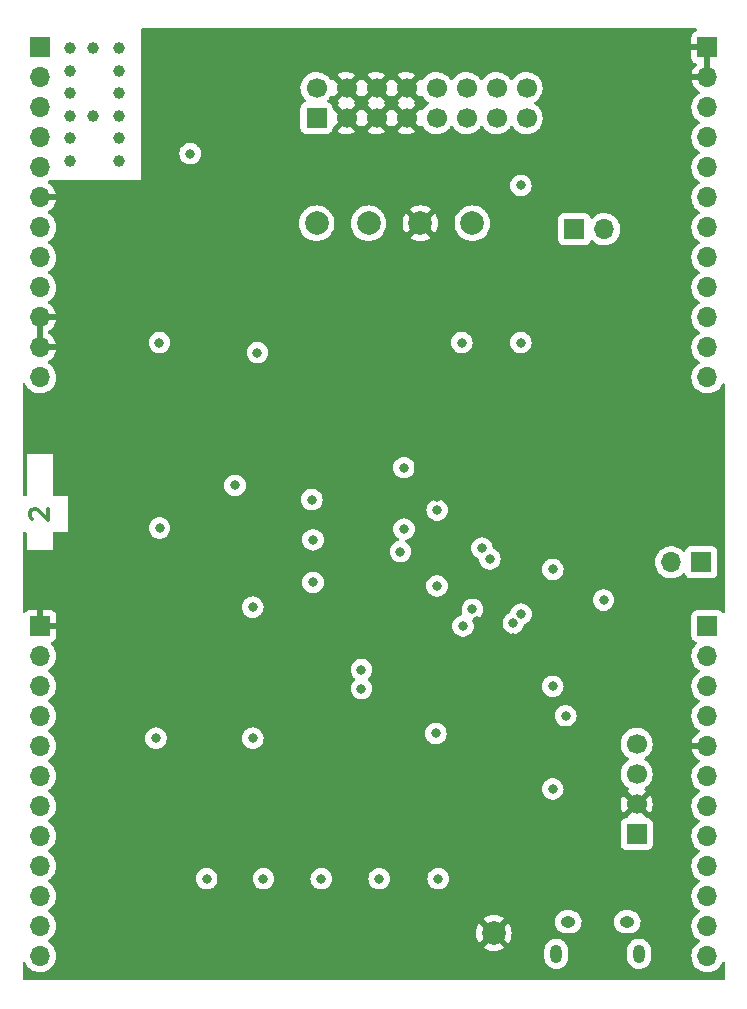
<source format=gbr>
%TF.GenerationSoftware,KiCad,Pcbnew,(5.99.0-12348-g4b436fb86d)*%
%TF.CreationDate,2021-09-23T11:19:06+01:00*%
%TF.ProjectId,Ampelope_Components,416d7065-6c6f-4706-955f-436f6d706f6e,rev?*%
%TF.SameCoordinates,Original*%
%TF.FileFunction,Copper,L2,Inr*%
%TF.FilePolarity,Positive*%
%FSLAX46Y46*%
G04 Gerber Fmt 4.6, Leading zero omitted, Abs format (unit mm)*
G04 Created by KiCad (PCBNEW (5.99.0-12348-g4b436fb86d)) date 2021-09-23 11:19:06*
%MOMM*%
%LPD*%
G01*
G04 APERTURE LIST*
%ADD10C,0.300000*%
%TA.AperFunction,NonConductor*%
%ADD11C,0.300000*%
%TD*%
%TA.AperFunction,ComponentPad*%
%ADD12O,1.250000X0.950000*%
%TD*%
%TA.AperFunction,ComponentPad*%
%ADD13O,1.000000X1.550000*%
%TD*%
%TA.AperFunction,ComponentPad*%
%ADD14R,1.700000X1.700000*%
%TD*%
%TA.AperFunction,ComponentPad*%
%ADD15O,1.700000X1.700000*%
%TD*%
%TA.AperFunction,ComponentPad*%
%ADD16C,1.700000*%
%TD*%
%TA.AperFunction,ComponentPad*%
%ADD17C,2.000000*%
%TD*%
%TA.AperFunction,ViaPad*%
%ADD18C,0.800000*%
%TD*%
%TA.AperFunction,ViaPad*%
%ADD19C,1.000000*%
%TD*%
G04 APERTURE END LIST*
D10*
%TO.C,FID1*%
D11*
X101321428Y-92028571D02*
X101250000Y-91957142D01*
X101178571Y-91814285D01*
X101178571Y-91457142D01*
X101250000Y-91314285D01*
X101321428Y-91242857D01*
X101464285Y-91171428D01*
X101607142Y-91171428D01*
X101821428Y-91242857D01*
X102678571Y-92100000D01*
X102678571Y-91171428D01*
%TD*%
D12*
%TO.N,*%
%TO.C,J8*%
X151700000Y-126150000D03*
D13*
X152700000Y-128850000D03*
D12*
X146700000Y-126150000D03*
D13*
%TO.N,unconnected-(J8-Pad6)*%
X145700000Y-128850000D03*
%TD*%
D14*
%TO.N,/Env2_Out*%
%TO.C,J9*%
X147225000Y-67500000D03*
D15*
%TO.N,/Env4_Out*%
X149765000Y-67500000D03*
%TD*%
D14*
%TO.N,+12V*%
%TO.C,J5*%
X125400000Y-58100000D03*
D16*
X125400000Y-55560000D03*
%TO.N,GND*%
X127940000Y-58100000D03*
X127940000Y-55560000D03*
X130480000Y-58100000D03*
X130480000Y-55560000D03*
X133020000Y-58100000D03*
X133020000Y-55560000D03*
%TO.N,-12V*%
X135560000Y-58100000D03*
X135560000Y-55560000D03*
%TO.N,unconnected-(J5-Pad11)*%
X138100000Y-58100000D03*
%TO.N,unconnected-(J5-Pad12)*%
X138100000Y-55560000D03*
%TO.N,unconnected-(J5-Pad13)*%
X140640000Y-58100000D03*
%TO.N,unconnected-(J5-Pad14)*%
X140640000Y-55560000D03*
%TO.N,/Gate_In*%
X143180000Y-58100000D03*
X143180000Y-55560000D03*
%TD*%
D17*
%TO.N,+3V3*%
%TO.C,TP2*%
X125400000Y-67000000D03*
%TD*%
%TO.N,VEE*%
%TO.C,TP4*%
X138600000Y-67000000D03*
%TD*%
%TO.N,VCC*%
%TO.C,TP3*%
X129800000Y-67000000D03*
%TD*%
D14*
%TO.N,+3V3*%
%TO.C,J7*%
X152500000Y-118710000D03*
D16*
%TO.N,GND*%
X152500000Y-116170000D03*
%TO.N,/SWIO*%
X152500000Y-113630000D03*
%TO.N,/SWCLK*%
X152500000Y-111090000D03*
%TD*%
D14*
%TO.N,/UART3_TX*%
%TO.C,J6*%
X157975000Y-95700000D03*
D15*
%TO.N,/UART3_RX*%
X155435000Y-95700000D03*
%TD*%
D17*
%TO.N,GND*%
%TO.C,TP1*%
X134200000Y-67000000D03*
%TD*%
%TO.N,GND*%
%TO.C,TP5*%
X140400000Y-127100000D03*
%TD*%
D14*
%TO.N,/EnvA_Attack*%
%TO.C,J4*%
X158500000Y-101100000D03*
D15*
%TO.N,/EnvA_Decay*%
X158500000Y-103640000D03*
%TO.N,/EnvA_Sustain*%
X158500000Y-106180000D03*
%TO.N,/EnvA_Release*%
X158500000Y-108720000D03*
%TO.N,GND*%
X158500000Y-111260000D03*
%TO.N,/Env1_LFO*%
X158500000Y-113800000D03*
%TO.N,/Env1_Short*%
X158500000Y-116340000D03*
%TO.N,/Env2_LFO*%
X158500000Y-118880000D03*
%TO.N,/Env2_Short*%
X158500000Y-121420000D03*
%TO.N,/Env3_LFO*%
X158500000Y-123960000D03*
%TO.N,/Env3_Short*%
X158500000Y-126500000D03*
%TO.N,/Env4_LFO*%
X158500000Y-129040000D03*
%TD*%
D14*
%TO.N,GND*%
%TO.C,J2*%
X102000000Y-101100000D03*
D15*
%TO.N,/Audio1_In*%
X102000000Y-103640000D03*
%TO.N,/Audio2_In*%
X102000000Y-106180000D03*
%TO.N,/Audio3_In*%
X102000000Y-108720000D03*
%TO.N,/Audio4_In*%
X102000000Y-111260000D03*
%TO.N,/LFO_Speed*%
X102000000Y-113800000D03*
%TO.N,/Env4_Short*%
X102000000Y-116340000D03*
%TO.N,/Gate1_In*%
X102000000Y-118880000D03*
%TO.N,/Gate2_In*%
X102000000Y-121420000D03*
%TO.N,/Gate3_In*%
X102000000Y-123960000D03*
%TO.N,/Gate4_In*%
X102000000Y-126500000D03*
%TO.N,/Clock_In*%
X102000000Y-129040000D03*
%TD*%
D14*
%TO.N,/Gate_In*%
%TO.C,J1*%
X102000000Y-52100000D03*
D15*
%TO.N,+3V3*%
X102000000Y-54640000D03*
X102000000Y-57180000D03*
X102000000Y-59720000D03*
X102000000Y-62260000D03*
%TO.N,GND*%
X102000000Y-64800000D03*
%TO.N,/Audio4_Out*%
X102000000Y-67340000D03*
%TO.N,/Audio3_Out*%
X102000000Y-69880000D03*
%TO.N,/Audio2_Out*%
X102000000Y-72420000D03*
%TO.N,GND*%
X102000000Y-74960000D03*
X102000000Y-77500000D03*
%TO.N,/Audio1_Out*%
X102000000Y-80040000D03*
%TD*%
D14*
%TO.N,GND*%
%TO.C,J3*%
X158500000Y-52100000D03*
D15*
X158500000Y-54640000D03*
%TO.N,/Led1_Out*%
X158500000Y-57180000D03*
%TO.N,/Env1_Out*%
X158500000Y-59720000D03*
%TO.N,/Led2_Out*%
X158500000Y-62260000D03*
%TO.N,/Led4_Out*%
X158500000Y-64800000D03*
%TO.N,/Env3_Out*%
X158500000Y-67340000D03*
%TO.N,/Led3_Out*%
X158500000Y-69880000D03*
%TO.N,/EnvB_Release*%
X158500000Y-72420000D03*
%TO.N,/EnvB_Sustain*%
X158500000Y-74960000D03*
%TO.N,/EnvB_Decay*%
X158500000Y-77500000D03*
%TO.N,/EnvB_Attack*%
X158500000Y-80040000D03*
%TD*%
D18*
%TO.N,GND*%
X145700000Y-100300000D03*
X110700000Y-64700000D03*
X107900000Y-64700000D03*
X120500000Y-75800000D03*
X134200000Y-107000000D03*
X111400000Y-83600000D03*
X147500000Y-89200000D03*
D19*
X128900000Y-109100000D03*
D18*
X122200000Y-111600000D03*
X137600000Y-106800000D03*
X111800000Y-75800000D03*
X144400000Y-107600000D03*
X141300000Y-106400000D03*
X133200000Y-75800000D03*
D19*
X145900000Y-77150000D03*
D18*
X109700000Y-111500000D03*
X111400000Y-87000000D03*
X112000000Y-66400000D03*
X135500000Y-93800000D03*
D19*
X128900000Y-102100000D03*
D18*
%TO.N,+3V3*%
X116100000Y-122500000D03*
%TO.N,GND*%
X117900000Y-102300000D03*
X124200000Y-92900000D03*
D19*
X128900000Y-107850000D03*
D18*
X156700000Y-84300000D03*
X107900000Y-92950000D03*
X150200000Y-73300000D03*
X134100000Y-87700000D03*
X113700000Y-102200000D03*
D19*
X128900000Y-103400000D03*
D18*
X116000000Y-97400000D03*
X156700000Y-92700000D03*
X137600000Y-104800000D03*
%TO.N,+3V3*%
X130700000Y-122500000D03*
%TO.N,GND*%
X134100000Y-104200000D03*
X148600000Y-112200000D03*
X112800000Y-58600000D03*
%TO.N,+3V3*%
X135700000Y-122500000D03*
%TO.N,GND*%
X133100000Y-79100000D03*
%TO.N,+3V3*%
X125800000Y-122500000D03*
%TO.N,GND*%
X135000000Y-112000000D03*
X148900000Y-90800000D03*
X148600000Y-114000000D03*
D19*
X130250000Y-101050000D03*
D18*
X150000000Y-76700000D03*
X154200000Y-59800000D03*
X141500000Y-89200000D03*
D19*
X142000000Y-102200000D03*
D18*
X115900000Y-64700000D03*
D19*
X106600000Y-66500000D03*
D18*
X151000000Y-124500000D03*
X107900000Y-96350000D03*
D19*
X146500000Y-110100000D03*
D18*
X113400000Y-64700000D03*
X139000000Y-100700000D03*
X111200000Y-57300000D03*
X105200000Y-64700000D03*
X111800000Y-78400000D03*
X126400000Y-95500000D03*
X120700000Y-85900000D03*
X140900000Y-94500000D03*
X150900000Y-59800000D03*
D19*
X130250000Y-110150000D03*
D18*
%TO.N,+3V3*%
X120900000Y-122500000D03*
%TO.N,GND*%
X153000000Y-98800000D03*
X153100000Y-102200000D03*
X117300000Y-66450000D03*
X135600000Y-90200000D03*
X136800000Y-91800000D03*
%TO.N,VCC*%
X111800000Y-110600000D03*
X112100000Y-77100000D03*
X118500000Y-89200000D03*
X114700000Y-61100000D03*
X137700000Y-77100000D03*
%TO.N,VEE*%
X142700000Y-77100000D03*
X120000000Y-110600000D03*
X120000000Y-99500000D03*
X120400000Y-77949500D03*
X142700000Y-63800000D03*
D19*
%TO.N,+3V3*%
X104500000Y-56000000D03*
X108700000Y-61700000D03*
X104500000Y-54100000D03*
D18*
X129200000Y-106400000D03*
D19*
X104500000Y-59800000D03*
D18*
X129200000Y-104800000D03*
D19*
X108700000Y-52200000D03*
D18*
X145400000Y-96300000D03*
D19*
X108700000Y-57900000D03*
X106500000Y-57900000D03*
D18*
%TO.N,GND*%
X121100000Y-124200000D03*
%TO.N,+3V3*%
X135600000Y-97700000D03*
X149700000Y-98900000D03*
%TO.N,GND*%
X126000000Y-124200000D03*
D19*
%TO.N,+3V3*%
X106500000Y-52200000D03*
X108700000Y-59800000D03*
X104500000Y-57900000D03*
X108700000Y-54100000D03*
X108700000Y-56000000D03*
X104500000Y-52200000D03*
D18*
%TO.N,GND*%
X135800000Y-124200000D03*
%TO.N,+3V3*%
X145400000Y-114900000D03*
D19*
X104500000Y-61700000D03*
D18*
%TO.N,GND*%
X116300000Y-124200000D03*
X130900000Y-124200000D03*
%TO.N,+3V3*%
X135500000Y-110200000D03*
%TO.N,/Env1_Scaled*%
X125000000Y-90400000D03*
X112105000Y-92795000D03*
%TO.N,/Env3_DAC*%
X132500000Y-94800000D03*
X135618550Y-91281450D03*
%TO.N,/Env2_DAC*%
X132800000Y-87700000D03*
X132806250Y-92893750D03*
%TO.N,/Audio4_In_Buff*%
X125100000Y-97400000D03*
X125100000Y-93800000D03*
%TO.N,/EnvA_Attack*%
X142712766Y-100090590D03*
%TO.N,/EnvA_Decay*%
X142059414Y-100846987D03*
%TO.N,/EnvA_Release*%
X146500000Y-108700000D03*
%TO.N,/EnvA_Sustain*%
X145400000Y-106200000D03*
%TO.N,/EnvB_Attack*%
X140074500Y-95413357D03*
%TO.N,/EnvB_Decay*%
X139400000Y-94500000D03*
%TO.N,/EnvB_Release*%
X137800000Y-101100000D03*
%TO.N,/EnvB_Sustain*%
X138600000Y-99700000D03*
%TD*%
%TA.AperFunction,Conductor*%
%TO.N,GND*%
G36*
X157555057Y-50528002D02*
G01*
X157601550Y-50581658D01*
X157611654Y-50651932D01*
X157582160Y-50716512D01*
X157531166Y-50751982D01*
X157411946Y-50796676D01*
X157396351Y-50805214D01*
X157294276Y-50881715D01*
X157281715Y-50894276D01*
X157205214Y-50996351D01*
X157196676Y-51011946D01*
X157151522Y-51132394D01*
X157147895Y-51147649D01*
X157142369Y-51198514D01*
X157142000Y-51205328D01*
X157142000Y-51827885D01*
X157146475Y-51843124D01*
X157147865Y-51844329D01*
X157155548Y-51846000D01*
X158628000Y-51846000D01*
X158696121Y-51866002D01*
X158742614Y-51919658D01*
X158754000Y-51972000D01*
X158754000Y-54768000D01*
X158733998Y-54836121D01*
X158680342Y-54882614D01*
X158628000Y-54894000D01*
X157183225Y-54894000D01*
X157169694Y-54897973D01*
X157168257Y-54907966D01*
X157198565Y-55042446D01*
X157201645Y-55052275D01*
X157281770Y-55249603D01*
X157286413Y-55258794D01*
X157397694Y-55440388D01*
X157403777Y-55448699D01*
X157543213Y-55609667D01*
X157550580Y-55616883D01*
X157714434Y-55752916D01*
X157722881Y-55758831D01*
X157791969Y-55799203D01*
X157840693Y-55850842D01*
X157853764Y-55920625D01*
X157827033Y-55986396D01*
X157786584Y-56019752D01*
X157773607Y-56026507D01*
X157769474Y-56029610D01*
X157769471Y-56029612D01*
X157599100Y-56157530D01*
X157594965Y-56160635D01*
X157550519Y-56207145D01*
X157444753Y-56317823D01*
X157440629Y-56322138D01*
X157437715Y-56326410D01*
X157437714Y-56326411D01*
X157408669Y-56368990D01*
X157314743Y-56506680D01*
X157272116Y-56598512D01*
X157232888Y-56683023D01*
X157220688Y-56709305D01*
X157160989Y-56924570D01*
X157137251Y-57146695D01*
X157137548Y-57151848D01*
X157137548Y-57151851D01*
X157142754Y-57242138D01*
X157150110Y-57369715D01*
X157151247Y-57374761D01*
X157151248Y-57374767D01*
X157168832Y-57452792D01*
X157199222Y-57587639D01*
X157283266Y-57794616D01*
X157399987Y-57985088D01*
X157546250Y-58153938D01*
X157718126Y-58296632D01*
X157744732Y-58312179D01*
X157791445Y-58339476D01*
X157840169Y-58391114D01*
X157853240Y-58460897D01*
X157826509Y-58526669D01*
X157786055Y-58560027D01*
X157773607Y-58566507D01*
X157769474Y-58569610D01*
X157769471Y-58569612D01*
X157599100Y-58697530D01*
X157594965Y-58700635D01*
X157550516Y-58747148D01*
X157444753Y-58857823D01*
X157440629Y-58862138D01*
X157437715Y-58866410D01*
X157437714Y-58866411D01*
X157379302Y-58952040D01*
X157314743Y-59046680D01*
X157272116Y-59138512D01*
X157225377Y-59239204D01*
X157220688Y-59249305D01*
X157160989Y-59464570D01*
X157137251Y-59686695D01*
X157150110Y-59909715D01*
X157151247Y-59914761D01*
X157151248Y-59914767D01*
X157166611Y-59982934D01*
X157199222Y-60127639D01*
X157229776Y-60202885D01*
X157272817Y-60308882D01*
X157283266Y-60334616D01*
X157399987Y-60525088D01*
X157546250Y-60693938D01*
X157718126Y-60836632D01*
X157744494Y-60852040D01*
X157791445Y-60879476D01*
X157840169Y-60931114D01*
X157853240Y-61000897D01*
X157826509Y-61066669D01*
X157786055Y-61100027D01*
X157773607Y-61106507D01*
X157769474Y-61109610D01*
X157769471Y-61109612D01*
X157599100Y-61237530D01*
X157594965Y-61240635D01*
X157440629Y-61402138D01*
X157314743Y-61586680D01*
X157289133Y-61641852D01*
X157225534Y-61778866D01*
X157220688Y-61789305D01*
X157160989Y-62004570D01*
X157137251Y-62226695D01*
X157137548Y-62231848D01*
X157137548Y-62231851D01*
X157139171Y-62260000D01*
X157150110Y-62449715D01*
X157151247Y-62454761D01*
X157151248Y-62454767D01*
X157172275Y-62548069D01*
X157199222Y-62667639D01*
X157283266Y-62874616D01*
X157399987Y-63065088D01*
X157546250Y-63233938D01*
X157718126Y-63376632D01*
X157788595Y-63417811D01*
X157791445Y-63419476D01*
X157840169Y-63471114D01*
X157853240Y-63540897D01*
X157826509Y-63606669D01*
X157786055Y-63640027D01*
X157773607Y-63646507D01*
X157769474Y-63649610D01*
X157769471Y-63649612D01*
X157745247Y-63667800D01*
X157594965Y-63780635D01*
X157440629Y-63942138D01*
X157437715Y-63946410D01*
X157437714Y-63946411D01*
X157425404Y-63964457D01*
X157314743Y-64126680D01*
X157291256Y-64177279D01*
X157222965Y-64324400D01*
X157220688Y-64329305D01*
X157160989Y-64544570D01*
X157137251Y-64766695D01*
X157150110Y-64989715D01*
X157151247Y-64994761D01*
X157151248Y-64994767D01*
X157164597Y-65054000D01*
X157199222Y-65207639D01*
X157283266Y-65414616D01*
X157328067Y-65487725D01*
X157374359Y-65563266D01*
X157399987Y-65605088D01*
X157546250Y-65773938D01*
X157718126Y-65916632D01*
X157788595Y-65957811D01*
X157791445Y-65959476D01*
X157840169Y-66011114D01*
X157853240Y-66080897D01*
X157826509Y-66146669D01*
X157786055Y-66180027D01*
X157778817Y-66183795D01*
X157773607Y-66186507D01*
X157769474Y-66189610D01*
X157769471Y-66189612D01*
X157599100Y-66317530D01*
X157594965Y-66320635D01*
X157591393Y-66324373D01*
X157445033Y-66477530D01*
X157440629Y-66482138D01*
X157437715Y-66486410D01*
X157437714Y-66486411D01*
X157403056Y-66537218D01*
X157314743Y-66666680D01*
X157299007Y-66700580D01*
X157223516Y-66863213D01*
X157220688Y-66869305D01*
X157160989Y-67084570D01*
X157137251Y-67306695D01*
X157137548Y-67311848D01*
X157137548Y-67311851D01*
X157143011Y-67406590D01*
X157150110Y-67529715D01*
X157151247Y-67534761D01*
X157151248Y-67534767D01*
X157157665Y-67563240D01*
X157199222Y-67747639D01*
X157283266Y-67954616D01*
X157285965Y-67959020D01*
X157351653Y-68066213D01*
X157399987Y-68145088D01*
X157546250Y-68313938D01*
X157718126Y-68456632D01*
X157788595Y-68497811D01*
X157791445Y-68499476D01*
X157840169Y-68551114D01*
X157853240Y-68620897D01*
X157826509Y-68686669D01*
X157786055Y-68720027D01*
X157773607Y-68726507D01*
X157769474Y-68729610D01*
X157769471Y-68729612D01*
X157599100Y-68857530D01*
X157594965Y-68860635D01*
X157440629Y-69022138D01*
X157314743Y-69206680D01*
X157299007Y-69240580D01*
X157223516Y-69403213D01*
X157220688Y-69409305D01*
X157160989Y-69624570D01*
X157137251Y-69846695D01*
X157137548Y-69851848D01*
X157137548Y-69851851D01*
X157143011Y-69946590D01*
X157150110Y-70069715D01*
X157151247Y-70074761D01*
X157151248Y-70074767D01*
X157171119Y-70162939D01*
X157199222Y-70287639D01*
X157283266Y-70494616D01*
X157399987Y-70685088D01*
X157546250Y-70853938D01*
X157718126Y-70996632D01*
X157788595Y-71037811D01*
X157791445Y-71039476D01*
X157840169Y-71091114D01*
X157853240Y-71160897D01*
X157826509Y-71226669D01*
X157786055Y-71260027D01*
X157773607Y-71266507D01*
X157769474Y-71269610D01*
X157769471Y-71269612D01*
X157745247Y-71287800D01*
X157594965Y-71400635D01*
X157440629Y-71562138D01*
X157314743Y-71746680D01*
X157299007Y-71780580D01*
X157223516Y-71943213D01*
X157220688Y-71949305D01*
X157160989Y-72164570D01*
X157137251Y-72386695D01*
X157137548Y-72391848D01*
X157137548Y-72391851D01*
X157143011Y-72486590D01*
X157150110Y-72609715D01*
X157151247Y-72614761D01*
X157151248Y-72614767D01*
X157171119Y-72702939D01*
X157199222Y-72827639D01*
X157283266Y-73034616D01*
X157399987Y-73225088D01*
X157546250Y-73393938D01*
X157718126Y-73536632D01*
X157788595Y-73577811D01*
X157791445Y-73579476D01*
X157840169Y-73631114D01*
X157853240Y-73700897D01*
X157826509Y-73766669D01*
X157786055Y-73800027D01*
X157773607Y-73806507D01*
X157769474Y-73809610D01*
X157769471Y-73809612D01*
X157745247Y-73827800D01*
X157594965Y-73940635D01*
X157440629Y-74102138D01*
X157437715Y-74106410D01*
X157437714Y-74106411D01*
X157425404Y-74124457D01*
X157314743Y-74286680D01*
X157299007Y-74320580D01*
X157222965Y-74484400D01*
X157220688Y-74489305D01*
X157160989Y-74704570D01*
X157137251Y-74926695D01*
X157150110Y-75149715D01*
X157151247Y-75154761D01*
X157151248Y-75154767D01*
X157164597Y-75214000D01*
X157199222Y-75367639D01*
X157283266Y-75574616D01*
X157399987Y-75765088D01*
X157546250Y-75933938D01*
X157718126Y-76076632D01*
X157788595Y-76117811D01*
X157791445Y-76119476D01*
X157840169Y-76171114D01*
X157853240Y-76240897D01*
X157826509Y-76306669D01*
X157786055Y-76340027D01*
X157773607Y-76346507D01*
X157769474Y-76349610D01*
X157769471Y-76349612D01*
X157674213Y-76421134D01*
X157594965Y-76480635D01*
X157440629Y-76642138D01*
X157437715Y-76646410D01*
X157437714Y-76646411D01*
X157425404Y-76664457D01*
X157314743Y-76826680D01*
X157299007Y-76860580D01*
X157222965Y-77024400D01*
X157220688Y-77029305D01*
X157160989Y-77244570D01*
X157137251Y-77466695D01*
X157150110Y-77689715D01*
X157151247Y-77694761D01*
X157151248Y-77694767D01*
X157170201Y-77778866D01*
X157199222Y-77907639D01*
X157283266Y-78114616D01*
X157399987Y-78305088D01*
X157546250Y-78473938D01*
X157718126Y-78616632D01*
X157788595Y-78657811D01*
X157791445Y-78659476D01*
X157840169Y-78711114D01*
X157853240Y-78780897D01*
X157826509Y-78846669D01*
X157786055Y-78880027D01*
X157773607Y-78886507D01*
X157769474Y-78889610D01*
X157769471Y-78889612D01*
X157745247Y-78907800D01*
X157594965Y-79020635D01*
X157440629Y-79182138D01*
X157314743Y-79366680D01*
X157299007Y-79400580D01*
X157223516Y-79563213D01*
X157220688Y-79569305D01*
X157160989Y-79784570D01*
X157137251Y-80006695D01*
X157137548Y-80011848D01*
X157137548Y-80011851D01*
X157143011Y-80106590D01*
X157150110Y-80229715D01*
X157151247Y-80234761D01*
X157151248Y-80234767D01*
X157171119Y-80322939D01*
X157199222Y-80447639D01*
X157283266Y-80654616D01*
X157399987Y-80845088D01*
X157546250Y-81013938D01*
X157718126Y-81156632D01*
X157911000Y-81269338D01*
X158119692Y-81349030D01*
X158124760Y-81350061D01*
X158124763Y-81350062D01*
X158232017Y-81371883D01*
X158338597Y-81393567D01*
X158343772Y-81393757D01*
X158343774Y-81393757D01*
X158556673Y-81401564D01*
X158556677Y-81401564D01*
X158561837Y-81401753D01*
X158566957Y-81401097D01*
X158566959Y-81401097D01*
X158778288Y-81374025D01*
X158778289Y-81374025D01*
X158783416Y-81373368D01*
X158788366Y-81371883D01*
X158992429Y-81310661D01*
X158992434Y-81310659D01*
X158997384Y-81309174D01*
X159197994Y-81210896D01*
X159379860Y-81081173D01*
X159538096Y-80923489D01*
X159597594Y-80840689D01*
X159665435Y-80746277D01*
X159668453Y-80742077D01*
X159727836Y-80621925D01*
X159753043Y-80570921D01*
X159801156Y-80518714D01*
X159869858Y-80500807D01*
X159937334Y-80522885D01*
X159982162Y-80577939D01*
X159992000Y-80626748D01*
X159992000Y-99880441D01*
X159971998Y-99948562D01*
X159918342Y-99995055D01*
X159848068Y-100005159D01*
X159783488Y-99975665D01*
X159765174Y-99956006D01*
X159718643Y-99893920D01*
X159718642Y-99893919D01*
X159713261Y-99886739D01*
X159596705Y-99799385D01*
X159460316Y-99748255D01*
X159398134Y-99741500D01*
X157601866Y-99741500D01*
X157539684Y-99748255D01*
X157403295Y-99799385D01*
X157286739Y-99886739D01*
X157199385Y-100003295D01*
X157148255Y-100139684D01*
X157141500Y-100201866D01*
X157141500Y-101998134D01*
X157148255Y-102060316D01*
X157199385Y-102196705D01*
X157286739Y-102313261D01*
X157403295Y-102400615D01*
X157411704Y-102403767D01*
X157411705Y-102403768D01*
X157520451Y-102444535D01*
X157577216Y-102487176D01*
X157601916Y-102553738D01*
X157586709Y-102623087D01*
X157567316Y-102649568D01*
X157440629Y-102782138D01*
X157314743Y-102966680D01*
X157299007Y-103000580D01*
X157223516Y-103163213D01*
X157220688Y-103169305D01*
X157160989Y-103384570D01*
X157137251Y-103606695D01*
X157137548Y-103611848D01*
X157137548Y-103611851D01*
X157143011Y-103706590D01*
X157150110Y-103829715D01*
X157151247Y-103834761D01*
X157151248Y-103834767D01*
X157164034Y-103891500D01*
X157199222Y-104047639D01*
X157283266Y-104254616D01*
X157285965Y-104259020D01*
X157389788Y-104428444D01*
X157399987Y-104445088D01*
X157546250Y-104613938D01*
X157718126Y-104756632D01*
X157781107Y-104793435D01*
X157791445Y-104799476D01*
X157840169Y-104851114D01*
X157853240Y-104920897D01*
X157826509Y-104986669D01*
X157786055Y-105020027D01*
X157773607Y-105026507D01*
X157769474Y-105029610D01*
X157769471Y-105029612D01*
X157745247Y-105047800D01*
X157594965Y-105160635D01*
X157440629Y-105322138D01*
X157437715Y-105326410D01*
X157437714Y-105326411D01*
X157432612Y-105333891D01*
X157314743Y-105506680D01*
X157267716Y-105607992D01*
X157223516Y-105703213D01*
X157220688Y-105709305D01*
X157160989Y-105924570D01*
X157137251Y-106146695D01*
X157137548Y-106151848D01*
X157137548Y-106151851D01*
X157143011Y-106246590D01*
X157150110Y-106369715D01*
X157151247Y-106374761D01*
X157151248Y-106374767D01*
X157171119Y-106462939D01*
X157199222Y-106587639D01*
X157283266Y-106794616D01*
X157399987Y-106985088D01*
X157546250Y-107153938D01*
X157718126Y-107296632D01*
X157736088Y-107307128D01*
X157791445Y-107339476D01*
X157840169Y-107391114D01*
X157853240Y-107460897D01*
X157826509Y-107526669D01*
X157786055Y-107560027D01*
X157773607Y-107566507D01*
X157769474Y-107569610D01*
X157769471Y-107569612D01*
X157745247Y-107587800D01*
X157594965Y-107700635D01*
X157440629Y-107862138D01*
X157314743Y-108046680D01*
X157299007Y-108080580D01*
X157223516Y-108243213D01*
X157220688Y-108249305D01*
X157160989Y-108464570D01*
X157137251Y-108686695D01*
X157137548Y-108691848D01*
X157137548Y-108691851D01*
X157143011Y-108786590D01*
X157150110Y-108909715D01*
X157151247Y-108914761D01*
X157151248Y-108914767D01*
X157171119Y-109002939D01*
X157199222Y-109127639D01*
X157237461Y-109221811D01*
X157265759Y-109291500D01*
X157283266Y-109334616D01*
X157285965Y-109339020D01*
X157380816Y-109493803D01*
X157399987Y-109525088D01*
X157546250Y-109693938D01*
X157718126Y-109836632D01*
X157739526Y-109849137D01*
X157791955Y-109879774D01*
X157840679Y-109931412D01*
X157853750Y-110001195D01*
X157827019Y-110066967D01*
X157786562Y-110100327D01*
X157778457Y-110104546D01*
X157769738Y-110110036D01*
X157599433Y-110237905D01*
X157591726Y-110244748D01*
X157444590Y-110398717D01*
X157438104Y-110406727D01*
X157318098Y-110582649D01*
X157313000Y-110591623D01*
X157223338Y-110784783D01*
X157219775Y-110794470D01*
X157164389Y-110994183D01*
X157165912Y-111002607D01*
X157178292Y-111006000D01*
X158628000Y-111006000D01*
X158696121Y-111026002D01*
X158742614Y-111079658D01*
X158754000Y-111132000D01*
X158754000Y-111388000D01*
X158733998Y-111456121D01*
X158680342Y-111502614D01*
X158628000Y-111514000D01*
X157183225Y-111514000D01*
X157169694Y-111517973D01*
X157168257Y-111527966D01*
X157198565Y-111662446D01*
X157201645Y-111672275D01*
X157281770Y-111869603D01*
X157286413Y-111878794D01*
X157397694Y-112060388D01*
X157403777Y-112068699D01*
X157543213Y-112229667D01*
X157550580Y-112236883D01*
X157714434Y-112372916D01*
X157722881Y-112378831D01*
X157791969Y-112419203D01*
X157840693Y-112470842D01*
X157853764Y-112540625D01*
X157827033Y-112606396D01*
X157786584Y-112639752D01*
X157773607Y-112646507D01*
X157769474Y-112649610D01*
X157769471Y-112649612D01*
X157599100Y-112777530D01*
X157594965Y-112780635D01*
X157440629Y-112942138D01*
X157437715Y-112946410D01*
X157437714Y-112946411D01*
X157407577Y-112990590D01*
X157314743Y-113126680D01*
X157299599Y-113159305D01*
X157223516Y-113323213D01*
X157220688Y-113329305D01*
X157160989Y-113544570D01*
X157137251Y-113766695D01*
X157137548Y-113771848D01*
X157137548Y-113771851D01*
X157143011Y-113866590D01*
X157150110Y-113989715D01*
X157151247Y-113994761D01*
X157151248Y-113994767D01*
X157160910Y-114037639D01*
X157199222Y-114207639D01*
X157283266Y-114414616D01*
X157399987Y-114605088D01*
X157546250Y-114773938D01*
X157718126Y-114916632D01*
X157756456Y-114939030D01*
X157791445Y-114959476D01*
X157840169Y-115011114D01*
X157853240Y-115080897D01*
X157826509Y-115146669D01*
X157786055Y-115180027D01*
X157773607Y-115186507D01*
X157769474Y-115189610D01*
X157769471Y-115189612D01*
X157599100Y-115317530D01*
X157594965Y-115320635D01*
X157440629Y-115482138D01*
X157314743Y-115666680D01*
X157299007Y-115700580D01*
X157223516Y-115863213D01*
X157220688Y-115869305D01*
X157160989Y-116084570D01*
X157137251Y-116306695D01*
X157137548Y-116311848D01*
X157137548Y-116311851D01*
X157143011Y-116406590D01*
X157150110Y-116529715D01*
X157151247Y-116534761D01*
X157151248Y-116534767D01*
X157159740Y-116572446D01*
X157199222Y-116747639D01*
X157237461Y-116841811D01*
X157272387Y-116927823D01*
X157283266Y-116954616D01*
X157399987Y-117145088D01*
X157546250Y-117313938D01*
X157718126Y-117456632D01*
X157777553Y-117491358D01*
X157791445Y-117499476D01*
X157840169Y-117551114D01*
X157853240Y-117620897D01*
X157826509Y-117686669D01*
X157786055Y-117720027D01*
X157773607Y-117726507D01*
X157769474Y-117729610D01*
X157769471Y-117729612D01*
X157659919Y-117811866D01*
X157594965Y-117860635D01*
X157440629Y-118022138D01*
X157314743Y-118206680D01*
X157299007Y-118240580D01*
X157223516Y-118403213D01*
X157220688Y-118409305D01*
X157160989Y-118624570D01*
X157137251Y-118846695D01*
X157137548Y-118851848D01*
X157137548Y-118851851D01*
X157143011Y-118946590D01*
X157150110Y-119069715D01*
X157151247Y-119074761D01*
X157151248Y-119074767D01*
X157171119Y-119162939D01*
X157199222Y-119287639D01*
X157283266Y-119494616D01*
X157285965Y-119499020D01*
X157390935Y-119670316D01*
X157399987Y-119685088D01*
X157546250Y-119853938D01*
X157718126Y-119996632D01*
X157732838Y-120005229D01*
X157791445Y-120039476D01*
X157840169Y-120091114D01*
X157853240Y-120160897D01*
X157826509Y-120226669D01*
X157786055Y-120260027D01*
X157773607Y-120266507D01*
X157769474Y-120269610D01*
X157769471Y-120269612D01*
X157745247Y-120287800D01*
X157594965Y-120400635D01*
X157440629Y-120562138D01*
X157314743Y-120746680D01*
X157299007Y-120780580D01*
X157223516Y-120943213D01*
X157220688Y-120949305D01*
X157160989Y-121164570D01*
X157137251Y-121386695D01*
X157137548Y-121391848D01*
X157137548Y-121391851D01*
X157143011Y-121486590D01*
X157150110Y-121609715D01*
X157151247Y-121614761D01*
X157151248Y-121614767D01*
X157154644Y-121629834D01*
X157199222Y-121827639D01*
X157283266Y-122034616D01*
X157399987Y-122225088D01*
X157546250Y-122393938D01*
X157718126Y-122536632D01*
X157788595Y-122577811D01*
X157791445Y-122579476D01*
X157840169Y-122631114D01*
X157853240Y-122700897D01*
X157826509Y-122766669D01*
X157786055Y-122800027D01*
X157773607Y-122806507D01*
X157769474Y-122809610D01*
X157769471Y-122809612D01*
X157679347Y-122877279D01*
X157594965Y-122940635D01*
X157440629Y-123102138D01*
X157314743Y-123286680D01*
X157276627Y-123368794D01*
X157223516Y-123483213D01*
X157220688Y-123489305D01*
X157160989Y-123704570D01*
X157137251Y-123926695D01*
X157137548Y-123931848D01*
X157137548Y-123931851D01*
X157143011Y-124026590D01*
X157150110Y-124149715D01*
X157151247Y-124154761D01*
X157151248Y-124154767D01*
X157171119Y-124242939D01*
X157199222Y-124367639D01*
X157283266Y-124574616D01*
X157399987Y-124765088D01*
X157546250Y-124933938D01*
X157718126Y-125076632D01*
X157788595Y-125117811D01*
X157791445Y-125119476D01*
X157840169Y-125171114D01*
X157853240Y-125240897D01*
X157826509Y-125306669D01*
X157786055Y-125340027D01*
X157773607Y-125346507D01*
X157769474Y-125349610D01*
X157769471Y-125349612D01*
X157604734Y-125473300D01*
X157594965Y-125480635D01*
X157440629Y-125642138D01*
X157314743Y-125826680D01*
X157281561Y-125898164D01*
X157223516Y-126023213D01*
X157220688Y-126029305D01*
X157160989Y-126244570D01*
X157137251Y-126466695D01*
X157137548Y-126471848D01*
X157137548Y-126471851D01*
X157143011Y-126566590D01*
X157150110Y-126689715D01*
X157151247Y-126694761D01*
X157151248Y-126694767D01*
X157158733Y-126727978D01*
X157199222Y-126907639D01*
X157283266Y-127114616D01*
X157399987Y-127305088D01*
X157546250Y-127473938D01*
X157718126Y-127616632D01*
X157747283Y-127633670D01*
X157791445Y-127659476D01*
X157840169Y-127711114D01*
X157853240Y-127780897D01*
X157826509Y-127846669D01*
X157786055Y-127880027D01*
X157773607Y-127886507D01*
X157769474Y-127889610D01*
X157769471Y-127889612D01*
X157665281Y-127967840D01*
X157594965Y-128020635D01*
X157440629Y-128182138D01*
X157437715Y-128186410D01*
X157437714Y-128186411D01*
X157425404Y-128204457D01*
X157314743Y-128366680D01*
X157299007Y-128400580D01*
X157223516Y-128563213D01*
X157220688Y-128569305D01*
X157160989Y-128784570D01*
X157137251Y-129006695D01*
X157137548Y-129011848D01*
X157137548Y-129011851D01*
X157149812Y-129224547D01*
X157150110Y-129229715D01*
X157151247Y-129234761D01*
X157151248Y-129234767D01*
X157170870Y-129321833D01*
X157199222Y-129447639D01*
X157283266Y-129654616D01*
X157399987Y-129845088D01*
X157546250Y-130013938D01*
X157718126Y-130156632D01*
X157911000Y-130269338D01*
X158119692Y-130349030D01*
X158124760Y-130350061D01*
X158124763Y-130350062D01*
X158232017Y-130371883D01*
X158338597Y-130393567D01*
X158343772Y-130393757D01*
X158343774Y-130393757D01*
X158556673Y-130401564D01*
X158556677Y-130401564D01*
X158561837Y-130401753D01*
X158566957Y-130401097D01*
X158566959Y-130401097D01*
X158778288Y-130374025D01*
X158778289Y-130374025D01*
X158783416Y-130373368D01*
X158788366Y-130371883D01*
X158992429Y-130310661D01*
X158992434Y-130310659D01*
X158997384Y-130309174D01*
X159197994Y-130210896D01*
X159379860Y-130081173D01*
X159538096Y-129923489D01*
X159591599Y-129849032D01*
X159665435Y-129746277D01*
X159668453Y-129742077D01*
X159690472Y-129697526D01*
X159753043Y-129570921D01*
X159801156Y-129518714D01*
X159869858Y-129500807D01*
X159937334Y-129522885D01*
X159982162Y-129577939D01*
X159992000Y-129626748D01*
X159992000Y-130966000D01*
X159971998Y-131034121D01*
X159918342Y-131080614D01*
X159866000Y-131092000D01*
X100634000Y-131092000D01*
X100565879Y-131071998D01*
X100519386Y-131018342D01*
X100508000Y-130966000D01*
X100508000Y-129621925D01*
X100528002Y-129553804D01*
X100581658Y-129507311D01*
X100651932Y-129497207D01*
X100716512Y-129526701D01*
X100750743Y-129574521D01*
X100783266Y-129654616D01*
X100899987Y-129845088D01*
X101046250Y-130013938D01*
X101218126Y-130156632D01*
X101411000Y-130269338D01*
X101619692Y-130349030D01*
X101624760Y-130350061D01*
X101624763Y-130350062D01*
X101732017Y-130371883D01*
X101838597Y-130393567D01*
X101843772Y-130393757D01*
X101843774Y-130393757D01*
X102056673Y-130401564D01*
X102056677Y-130401564D01*
X102061837Y-130401753D01*
X102066957Y-130401097D01*
X102066959Y-130401097D01*
X102278288Y-130374025D01*
X102278289Y-130374025D01*
X102283416Y-130373368D01*
X102288366Y-130371883D01*
X102492429Y-130310661D01*
X102492434Y-130310659D01*
X102497384Y-130309174D01*
X102697994Y-130210896D01*
X102879860Y-130081173D01*
X103038096Y-129923489D01*
X103091599Y-129849032D01*
X103165435Y-129746277D01*
X103168453Y-129742077D01*
X103190472Y-129697526D01*
X103265136Y-129546453D01*
X103265137Y-129546451D01*
X103267430Y-129541811D01*
X103332370Y-129328069D01*
X103361529Y-129106590D01*
X103363156Y-129040000D01*
X103344852Y-128817361D01*
X103290431Y-128600702D01*
X103201354Y-128395840D01*
X103160488Y-128332670D01*
X139532160Y-128332670D01*
X139537887Y-128340320D01*
X139709042Y-128445205D01*
X139717837Y-128449687D01*
X139927988Y-128536734D01*
X139937373Y-128539783D01*
X140158554Y-128592885D01*
X140168301Y-128594428D01*
X140395070Y-128612275D01*
X140404930Y-128612275D01*
X140631699Y-128594428D01*
X140641446Y-128592885D01*
X140862627Y-128539783D01*
X140872012Y-128536734D01*
X140916692Y-128518227D01*
X144691500Y-128518227D01*
X144691500Y-129174769D01*
X144691800Y-129177825D01*
X144691800Y-129177832D01*
X144692530Y-129185273D01*
X144705920Y-129321833D01*
X144763084Y-129511169D01*
X144855934Y-129685796D01*
X144901836Y-129742077D01*
X144977040Y-129834287D01*
X144977043Y-129834290D01*
X144980935Y-129839062D01*
X144985682Y-129842989D01*
X144985684Y-129842991D01*
X145128575Y-129961201D01*
X145128579Y-129961203D01*
X145133325Y-129965130D01*
X145307299Y-130059198D01*
X145496232Y-130117682D01*
X145502357Y-130118326D01*
X145502358Y-130118326D01*
X145686796Y-130137711D01*
X145686798Y-130137711D01*
X145692925Y-130138355D01*
X145775424Y-130130847D01*
X145883749Y-130120989D01*
X145883752Y-130120988D01*
X145889888Y-130120430D01*
X145895794Y-130118692D01*
X145895798Y-130118691D01*
X146035655Y-130077529D01*
X146079619Y-130064590D01*
X146085077Y-130061737D01*
X146085081Y-130061735D01*
X146183980Y-130010031D01*
X146254890Y-129972960D01*
X146409025Y-129849032D01*
X146536154Y-129697526D01*
X146539121Y-129692128D01*
X146539125Y-129692123D01*
X146628467Y-129529608D01*
X146631433Y-129524213D01*
X146633846Y-129516608D01*
X146689373Y-129341564D01*
X146689373Y-129341563D01*
X146691235Y-129335694D01*
X146708500Y-129181773D01*
X146708500Y-128525231D01*
X146707814Y-128518227D01*
X151691500Y-128518227D01*
X151691500Y-129174769D01*
X151691800Y-129177825D01*
X151691800Y-129177832D01*
X151692530Y-129185273D01*
X151705920Y-129321833D01*
X151763084Y-129511169D01*
X151855934Y-129685796D01*
X151901836Y-129742077D01*
X151977040Y-129834287D01*
X151977043Y-129834290D01*
X151980935Y-129839062D01*
X151985682Y-129842989D01*
X151985684Y-129842991D01*
X152128575Y-129961201D01*
X152128579Y-129961203D01*
X152133325Y-129965130D01*
X152307299Y-130059198D01*
X152496232Y-130117682D01*
X152502357Y-130118326D01*
X152502358Y-130118326D01*
X152686796Y-130137711D01*
X152686798Y-130137711D01*
X152692925Y-130138355D01*
X152775424Y-130130847D01*
X152883749Y-130120989D01*
X152883752Y-130120988D01*
X152889888Y-130120430D01*
X152895794Y-130118692D01*
X152895798Y-130118691D01*
X153035655Y-130077529D01*
X153079619Y-130064590D01*
X153085077Y-130061737D01*
X153085081Y-130061735D01*
X153183980Y-130010031D01*
X153254890Y-129972960D01*
X153409025Y-129849032D01*
X153536154Y-129697526D01*
X153539121Y-129692128D01*
X153539125Y-129692123D01*
X153628467Y-129529608D01*
X153631433Y-129524213D01*
X153633846Y-129516608D01*
X153689373Y-129341564D01*
X153689373Y-129341563D01*
X153691235Y-129335694D01*
X153708500Y-129181773D01*
X153708500Y-128525231D01*
X153707814Y-128518227D01*
X153700653Y-128445205D01*
X153694080Y-128378167D01*
X153692030Y-128371375D01*
X153642787Y-128208277D01*
X153636916Y-128188831D01*
X153544066Y-128014204D01*
X153457285Y-127907800D01*
X153422960Y-127865713D01*
X153422957Y-127865710D01*
X153419065Y-127860938D01*
X153412724Y-127855692D01*
X153271425Y-127738799D01*
X153271421Y-127738797D01*
X153266675Y-127734870D01*
X153092701Y-127640802D01*
X152903768Y-127582318D01*
X152897643Y-127581674D01*
X152897642Y-127581674D01*
X152713204Y-127562289D01*
X152713202Y-127562289D01*
X152707075Y-127561645D01*
X152624576Y-127569153D01*
X152516251Y-127579011D01*
X152516248Y-127579012D01*
X152510112Y-127579570D01*
X152504206Y-127581308D01*
X152504202Y-127581309D01*
X152399076Y-127612249D01*
X152320381Y-127635410D01*
X152314923Y-127638263D01*
X152314919Y-127638265D01*
X152252503Y-127670896D01*
X152145110Y-127727040D01*
X151990975Y-127850968D01*
X151863846Y-128002474D01*
X151860879Y-128007872D01*
X151860875Y-128007877D01*
X151839439Y-128046870D01*
X151768567Y-128175787D01*
X151766706Y-128181654D01*
X151766705Y-128181656D01*
X151716374Y-128340320D01*
X151708765Y-128364306D01*
X151691500Y-128518227D01*
X146707814Y-128518227D01*
X146700653Y-128445205D01*
X146694080Y-128378167D01*
X146692030Y-128371375D01*
X146642787Y-128208277D01*
X146636916Y-128188831D01*
X146544066Y-128014204D01*
X146457285Y-127907800D01*
X146422960Y-127865713D01*
X146422957Y-127865710D01*
X146419065Y-127860938D01*
X146412724Y-127855692D01*
X146271425Y-127738799D01*
X146271421Y-127738797D01*
X146266675Y-127734870D01*
X146092701Y-127640802D01*
X145903768Y-127582318D01*
X145897643Y-127581674D01*
X145897642Y-127581674D01*
X145713204Y-127562289D01*
X145713202Y-127562289D01*
X145707075Y-127561645D01*
X145624576Y-127569153D01*
X145516251Y-127579011D01*
X145516248Y-127579012D01*
X145510112Y-127579570D01*
X145504206Y-127581308D01*
X145504202Y-127581309D01*
X145399076Y-127612249D01*
X145320381Y-127635410D01*
X145314923Y-127638263D01*
X145314919Y-127638265D01*
X145252503Y-127670896D01*
X145145110Y-127727040D01*
X144990975Y-127850968D01*
X144863846Y-128002474D01*
X144860879Y-128007872D01*
X144860875Y-128007877D01*
X144839439Y-128046870D01*
X144768567Y-128175787D01*
X144766706Y-128181654D01*
X144766705Y-128181656D01*
X144716374Y-128340320D01*
X144708765Y-128364306D01*
X144691500Y-128518227D01*
X140916692Y-128518227D01*
X141082163Y-128449687D01*
X141090958Y-128445205D01*
X141258445Y-128342568D01*
X141267907Y-128332110D01*
X141264124Y-128323334D01*
X140412812Y-127472022D01*
X140398868Y-127464408D01*
X140397035Y-127464539D01*
X140390420Y-127468790D01*
X139538920Y-128320290D01*
X139532160Y-128332670D01*
X103160488Y-128332670D01*
X103154448Y-128323334D01*
X103082822Y-128212617D01*
X103082820Y-128212614D01*
X103080014Y-128208277D01*
X102929670Y-128043051D01*
X102925619Y-128039852D01*
X102925615Y-128039848D01*
X102758414Y-127907800D01*
X102758410Y-127907798D01*
X102754359Y-127904598D01*
X102713053Y-127881796D01*
X102663084Y-127831364D01*
X102648312Y-127761921D01*
X102673428Y-127695516D01*
X102700780Y-127668909D01*
X102750183Y-127633670D01*
X102879860Y-127541173D01*
X103038096Y-127383489D01*
X103097594Y-127300689D01*
X103165435Y-127206277D01*
X103168453Y-127202077D01*
X103202506Y-127133177D01*
X103221339Y-127095070D01*
X138887725Y-127095070D01*
X138887725Y-127104930D01*
X138905572Y-127331699D01*
X138907115Y-127341446D01*
X138960217Y-127562627D01*
X138963266Y-127572012D01*
X139050313Y-127782163D01*
X139054795Y-127790958D01*
X139157432Y-127958445D01*
X139167890Y-127967907D01*
X139176666Y-127964124D01*
X140027978Y-127112812D01*
X140034356Y-127101132D01*
X140764408Y-127101132D01*
X140764539Y-127102965D01*
X140768790Y-127109580D01*
X141620290Y-127961080D01*
X141632670Y-127967840D01*
X141640320Y-127962113D01*
X141745205Y-127790958D01*
X141749687Y-127782163D01*
X141836734Y-127572012D01*
X141839783Y-127562627D01*
X141892885Y-127341446D01*
X141894428Y-127331699D01*
X141912275Y-127104930D01*
X141912275Y-127095070D01*
X141894428Y-126868301D01*
X141892885Y-126858554D01*
X141839783Y-126637373D01*
X141836734Y-126627988D01*
X141749687Y-126417837D01*
X141745205Y-126409042D01*
X141642568Y-126241555D01*
X141632110Y-126232093D01*
X141623334Y-126235876D01*
X140772022Y-127087188D01*
X140764408Y-127101132D01*
X140034356Y-127101132D01*
X140035592Y-127098868D01*
X140035461Y-127097035D01*
X140031210Y-127090420D01*
X139179710Y-126238920D01*
X139167330Y-126232160D01*
X139159680Y-126237887D01*
X139054795Y-126409042D01*
X139050313Y-126417837D01*
X138963266Y-126627988D01*
X138960217Y-126637373D01*
X138907115Y-126858554D01*
X138905572Y-126868301D01*
X138887725Y-127095070D01*
X103221339Y-127095070D01*
X103265136Y-127006453D01*
X103265137Y-127006451D01*
X103267430Y-127001811D01*
X103332370Y-126788069D01*
X103361529Y-126566590D01*
X103363156Y-126500000D01*
X103344852Y-126277361D01*
X103290431Y-126060702D01*
X103206594Y-125867890D01*
X139532093Y-125867890D01*
X139535876Y-125876666D01*
X140387188Y-126727978D01*
X140401132Y-126735592D01*
X140402965Y-126735461D01*
X140409580Y-126731210D01*
X140942498Y-126198292D01*
X145562608Y-126198292D01*
X145592486Y-126395848D01*
X145594689Y-126401835D01*
X145594689Y-126401836D01*
X145656527Y-126569908D01*
X145661477Y-126583361D01*
X145766765Y-126753172D01*
X145904047Y-126898344D01*
X145993254Y-126960807D01*
X146051814Y-127001811D01*
X146067716Y-127012946D01*
X146251086Y-127092298D01*
X146446666Y-127133156D01*
X146451522Y-127133411D01*
X146451561Y-127133413D01*
X146451577Y-127133413D01*
X146453229Y-127133500D01*
X146899934Y-127133500D01*
X146929230Y-127130524D01*
X147042434Y-127119026D01*
X147042438Y-127119025D01*
X147048780Y-127118381D01*
X147182043Y-127076619D01*
X147233349Y-127060540D01*
X147233350Y-127060539D01*
X147239440Y-127058631D01*
X147276770Y-127037939D01*
X147383614Y-126978714D01*
X147414191Y-126961765D01*
X147419509Y-126957207D01*
X147561052Y-126835891D01*
X147561053Y-126835890D01*
X147565896Y-126831739D01*
X147569805Y-126826700D01*
X147684445Y-126678907D01*
X147684447Y-126678904D01*
X147688357Y-126673863D01*
X147706313Y-126637373D01*
X147773752Y-126500318D01*
X147776571Y-126494589D01*
X147826935Y-126301238D01*
X147832330Y-126198292D01*
X150562608Y-126198292D01*
X150592486Y-126395848D01*
X150594689Y-126401835D01*
X150594689Y-126401836D01*
X150656527Y-126569908D01*
X150661477Y-126583361D01*
X150766765Y-126753172D01*
X150904047Y-126898344D01*
X150993254Y-126960807D01*
X151051814Y-127001811D01*
X151067716Y-127012946D01*
X151251086Y-127092298D01*
X151446666Y-127133156D01*
X151451522Y-127133411D01*
X151451561Y-127133413D01*
X151451577Y-127133413D01*
X151453229Y-127133500D01*
X151899934Y-127133500D01*
X151929230Y-127130524D01*
X152042434Y-127119026D01*
X152042438Y-127119025D01*
X152048780Y-127118381D01*
X152182043Y-127076619D01*
X152233349Y-127060540D01*
X152233350Y-127060539D01*
X152239440Y-127058631D01*
X152276770Y-127037939D01*
X152383614Y-126978714D01*
X152414191Y-126961765D01*
X152419509Y-126957207D01*
X152561052Y-126835891D01*
X152561053Y-126835890D01*
X152565896Y-126831739D01*
X152569805Y-126826700D01*
X152684445Y-126678907D01*
X152684447Y-126678904D01*
X152688357Y-126673863D01*
X152706313Y-126637373D01*
X152773752Y-126500318D01*
X152776571Y-126494589D01*
X152826935Y-126301238D01*
X152837392Y-126101708D01*
X152807514Y-125904152D01*
X152791487Y-125860590D01*
X152740727Y-125722629D01*
X152740727Y-125722628D01*
X152738523Y-125716639D01*
X152633235Y-125546828D01*
X152495953Y-125401656D01*
X152332284Y-125287054D01*
X152148914Y-125207702D01*
X151953334Y-125166844D01*
X151948478Y-125166589D01*
X151948439Y-125166587D01*
X151948423Y-125166587D01*
X151946771Y-125166500D01*
X151500066Y-125166500D01*
X151486933Y-125167834D01*
X151357566Y-125180974D01*
X151357562Y-125180975D01*
X151351220Y-125181619D01*
X151259898Y-125210238D01*
X151166651Y-125239460D01*
X151166650Y-125239461D01*
X151160560Y-125241369D01*
X150985809Y-125338235D01*
X150980960Y-125342391D01*
X150955051Y-125364598D01*
X150834104Y-125468261D01*
X150830197Y-125473298D01*
X150830195Y-125473300D01*
X150715555Y-125621093D01*
X150715553Y-125621096D01*
X150711643Y-125626137D01*
X150708825Y-125631863D01*
X150708823Y-125631867D01*
X150648335Y-125754795D01*
X150623429Y-125805411D01*
X150573065Y-125998762D01*
X150562608Y-126198292D01*
X147832330Y-126198292D01*
X147837392Y-126101708D01*
X147807514Y-125904152D01*
X147791487Y-125860590D01*
X147740727Y-125722629D01*
X147740727Y-125722628D01*
X147738523Y-125716639D01*
X147633235Y-125546828D01*
X147495953Y-125401656D01*
X147332284Y-125287054D01*
X147148914Y-125207702D01*
X146953334Y-125166844D01*
X146948478Y-125166589D01*
X146948439Y-125166587D01*
X146948423Y-125166587D01*
X146946771Y-125166500D01*
X146500066Y-125166500D01*
X146486933Y-125167834D01*
X146357566Y-125180974D01*
X146357562Y-125180975D01*
X146351220Y-125181619D01*
X146259898Y-125210238D01*
X146166651Y-125239460D01*
X146166650Y-125239461D01*
X146160560Y-125241369D01*
X145985809Y-125338235D01*
X145980960Y-125342391D01*
X145955051Y-125364598D01*
X145834104Y-125468261D01*
X145830197Y-125473298D01*
X145830195Y-125473300D01*
X145715555Y-125621093D01*
X145715553Y-125621096D01*
X145711643Y-125626137D01*
X145708825Y-125631863D01*
X145708823Y-125631867D01*
X145648335Y-125754795D01*
X145623429Y-125805411D01*
X145573065Y-125998762D01*
X145562608Y-126198292D01*
X140942498Y-126198292D01*
X141261080Y-125879710D01*
X141267840Y-125867330D01*
X141262113Y-125859680D01*
X141090958Y-125754795D01*
X141082163Y-125750313D01*
X140872012Y-125663266D01*
X140862627Y-125660217D01*
X140641446Y-125607115D01*
X140631699Y-125605572D01*
X140404930Y-125587725D01*
X140395070Y-125587725D01*
X140168301Y-125605572D01*
X140158554Y-125607115D01*
X139937373Y-125660217D01*
X139927988Y-125663266D01*
X139717837Y-125750313D01*
X139709042Y-125754795D01*
X139541555Y-125857432D01*
X139532093Y-125867890D01*
X103206594Y-125867890D01*
X103201354Y-125855840D01*
X103135985Y-125754795D01*
X103082822Y-125672617D01*
X103082820Y-125672614D01*
X103080014Y-125668277D01*
X102929670Y-125503051D01*
X102925619Y-125499852D01*
X102925615Y-125499848D01*
X102758414Y-125367800D01*
X102758410Y-125367798D01*
X102754359Y-125364598D01*
X102713053Y-125341796D01*
X102663084Y-125291364D01*
X102648312Y-125221921D01*
X102673428Y-125155516D01*
X102700780Y-125128909D01*
X102744603Y-125097650D01*
X102879860Y-125001173D01*
X103038096Y-124843489D01*
X103097594Y-124760689D01*
X103165435Y-124666277D01*
X103168453Y-124662077D01*
X103227836Y-124541925D01*
X103265136Y-124466453D01*
X103265137Y-124466451D01*
X103267430Y-124461811D01*
X103332370Y-124248069D01*
X103361529Y-124026590D01*
X103363156Y-123960000D01*
X103344852Y-123737361D01*
X103290431Y-123520702D01*
X103201354Y-123315840D01*
X103112742Y-123178866D01*
X103082822Y-123132617D01*
X103082820Y-123132614D01*
X103080014Y-123128277D01*
X102929670Y-122963051D01*
X102925619Y-122959852D01*
X102925615Y-122959848D01*
X102758414Y-122827800D01*
X102758410Y-122827798D01*
X102754359Y-122824598D01*
X102713053Y-122801796D01*
X102663084Y-122751364D01*
X102648312Y-122681921D01*
X102673428Y-122615516D01*
X102700780Y-122588909D01*
X102744603Y-122557650D01*
X102825426Y-122500000D01*
X115186496Y-122500000D01*
X115206458Y-122689928D01*
X115265473Y-122871556D01*
X115360960Y-123036944D01*
X115365378Y-123041851D01*
X115365379Y-123041852D01*
X115447104Y-123132617D01*
X115488747Y-123178866D01*
X115587843Y-123250864D01*
X115637140Y-123286680D01*
X115643248Y-123291118D01*
X115649276Y-123293802D01*
X115649278Y-123293803D01*
X115811681Y-123366109D01*
X115817712Y-123368794D01*
X115911112Y-123388647D01*
X115998056Y-123407128D01*
X115998061Y-123407128D01*
X116004513Y-123408500D01*
X116195487Y-123408500D01*
X116201939Y-123407128D01*
X116201944Y-123407128D01*
X116288888Y-123388647D01*
X116382288Y-123368794D01*
X116388319Y-123366109D01*
X116550722Y-123293803D01*
X116550724Y-123293802D01*
X116556752Y-123291118D01*
X116562861Y-123286680D01*
X116612157Y-123250864D01*
X116711253Y-123178866D01*
X116752896Y-123132617D01*
X116834621Y-123041852D01*
X116834622Y-123041851D01*
X116839040Y-123036944D01*
X116934527Y-122871556D01*
X116993542Y-122689928D01*
X117013504Y-122500000D01*
X119986496Y-122500000D01*
X120006458Y-122689928D01*
X120065473Y-122871556D01*
X120160960Y-123036944D01*
X120165378Y-123041851D01*
X120165379Y-123041852D01*
X120247104Y-123132617D01*
X120288747Y-123178866D01*
X120387843Y-123250864D01*
X120437140Y-123286680D01*
X120443248Y-123291118D01*
X120449276Y-123293802D01*
X120449278Y-123293803D01*
X120611681Y-123366109D01*
X120617712Y-123368794D01*
X120711112Y-123388647D01*
X120798056Y-123407128D01*
X120798061Y-123407128D01*
X120804513Y-123408500D01*
X120995487Y-123408500D01*
X121001939Y-123407128D01*
X121001944Y-123407128D01*
X121088888Y-123388647D01*
X121182288Y-123368794D01*
X121188319Y-123366109D01*
X121350722Y-123293803D01*
X121350724Y-123293802D01*
X121356752Y-123291118D01*
X121362861Y-123286680D01*
X121412157Y-123250864D01*
X121511253Y-123178866D01*
X121552896Y-123132617D01*
X121634621Y-123041852D01*
X121634622Y-123041851D01*
X121639040Y-123036944D01*
X121734527Y-122871556D01*
X121793542Y-122689928D01*
X121813504Y-122500000D01*
X124886496Y-122500000D01*
X124906458Y-122689928D01*
X124965473Y-122871556D01*
X125060960Y-123036944D01*
X125065378Y-123041851D01*
X125065379Y-123041852D01*
X125147104Y-123132617D01*
X125188747Y-123178866D01*
X125287843Y-123250864D01*
X125337140Y-123286680D01*
X125343248Y-123291118D01*
X125349276Y-123293802D01*
X125349278Y-123293803D01*
X125511681Y-123366109D01*
X125517712Y-123368794D01*
X125611112Y-123388647D01*
X125698056Y-123407128D01*
X125698061Y-123407128D01*
X125704513Y-123408500D01*
X125895487Y-123408500D01*
X125901939Y-123407128D01*
X125901944Y-123407128D01*
X125988888Y-123388647D01*
X126082288Y-123368794D01*
X126088319Y-123366109D01*
X126250722Y-123293803D01*
X126250724Y-123293802D01*
X126256752Y-123291118D01*
X126262861Y-123286680D01*
X126312157Y-123250864D01*
X126411253Y-123178866D01*
X126452896Y-123132617D01*
X126534621Y-123041852D01*
X126534622Y-123041851D01*
X126539040Y-123036944D01*
X126634527Y-122871556D01*
X126693542Y-122689928D01*
X126713504Y-122500000D01*
X129786496Y-122500000D01*
X129806458Y-122689928D01*
X129865473Y-122871556D01*
X129960960Y-123036944D01*
X129965378Y-123041851D01*
X129965379Y-123041852D01*
X130047104Y-123132617D01*
X130088747Y-123178866D01*
X130187843Y-123250864D01*
X130237140Y-123286680D01*
X130243248Y-123291118D01*
X130249276Y-123293802D01*
X130249278Y-123293803D01*
X130411681Y-123366109D01*
X130417712Y-123368794D01*
X130511112Y-123388647D01*
X130598056Y-123407128D01*
X130598061Y-123407128D01*
X130604513Y-123408500D01*
X130795487Y-123408500D01*
X130801939Y-123407128D01*
X130801944Y-123407128D01*
X130888888Y-123388647D01*
X130982288Y-123368794D01*
X130988319Y-123366109D01*
X131150722Y-123293803D01*
X131150724Y-123293802D01*
X131156752Y-123291118D01*
X131162861Y-123286680D01*
X131212157Y-123250864D01*
X131311253Y-123178866D01*
X131352896Y-123132617D01*
X131434621Y-123041852D01*
X131434622Y-123041851D01*
X131439040Y-123036944D01*
X131534527Y-122871556D01*
X131593542Y-122689928D01*
X131613504Y-122500000D01*
X134786496Y-122500000D01*
X134806458Y-122689928D01*
X134865473Y-122871556D01*
X134960960Y-123036944D01*
X134965378Y-123041851D01*
X134965379Y-123041852D01*
X135047104Y-123132617D01*
X135088747Y-123178866D01*
X135187843Y-123250864D01*
X135237140Y-123286680D01*
X135243248Y-123291118D01*
X135249276Y-123293802D01*
X135249278Y-123293803D01*
X135411681Y-123366109D01*
X135417712Y-123368794D01*
X135511112Y-123388647D01*
X135598056Y-123407128D01*
X135598061Y-123407128D01*
X135604513Y-123408500D01*
X135795487Y-123408500D01*
X135801939Y-123407128D01*
X135801944Y-123407128D01*
X135888888Y-123388647D01*
X135982288Y-123368794D01*
X135988319Y-123366109D01*
X136150722Y-123293803D01*
X136150724Y-123293802D01*
X136156752Y-123291118D01*
X136162861Y-123286680D01*
X136212157Y-123250864D01*
X136311253Y-123178866D01*
X136352896Y-123132617D01*
X136434621Y-123041852D01*
X136434622Y-123041851D01*
X136439040Y-123036944D01*
X136534527Y-122871556D01*
X136593542Y-122689928D01*
X136613504Y-122500000D01*
X136593542Y-122310072D01*
X136534527Y-122128444D01*
X136439040Y-121963056D01*
X136412702Y-121933804D01*
X136315675Y-121826045D01*
X136315674Y-121826044D01*
X136311253Y-121821134D01*
X136156752Y-121708882D01*
X136150724Y-121706198D01*
X136150722Y-121706197D01*
X135988319Y-121633891D01*
X135988318Y-121633891D01*
X135982288Y-121631206D01*
X135888887Y-121611353D01*
X135801944Y-121592872D01*
X135801939Y-121592872D01*
X135795487Y-121591500D01*
X135604513Y-121591500D01*
X135598061Y-121592872D01*
X135598056Y-121592872D01*
X135511113Y-121611353D01*
X135417712Y-121631206D01*
X135411682Y-121633891D01*
X135411681Y-121633891D01*
X135249278Y-121706197D01*
X135249276Y-121706198D01*
X135243248Y-121708882D01*
X135088747Y-121821134D01*
X135084326Y-121826044D01*
X135084325Y-121826045D01*
X134987299Y-121933804D01*
X134960960Y-121963056D01*
X134865473Y-122128444D01*
X134806458Y-122310072D01*
X134786496Y-122500000D01*
X131613504Y-122500000D01*
X131593542Y-122310072D01*
X131534527Y-122128444D01*
X131439040Y-121963056D01*
X131412702Y-121933804D01*
X131315675Y-121826045D01*
X131315674Y-121826044D01*
X131311253Y-121821134D01*
X131156752Y-121708882D01*
X131150724Y-121706198D01*
X131150722Y-121706197D01*
X130988319Y-121633891D01*
X130988318Y-121633891D01*
X130982288Y-121631206D01*
X130888887Y-121611353D01*
X130801944Y-121592872D01*
X130801939Y-121592872D01*
X130795487Y-121591500D01*
X130604513Y-121591500D01*
X130598061Y-121592872D01*
X130598056Y-121592872D01*
X130511113Y-121611353D01*
X130417712Y-121631206D01*
X130411682Y-121633891D01*
X130411681Y-121633891D01*
X130249278Y-121706197D01*
X130249276Y-121706198D01*
X130243248Y-121708882D01*
X130088747Y-121821134D01*
X130084326Y-121826044D01*
X130084325Y-121826045D01*
X129987299Y-121933804D01*
X129960960Y-121963056D01*
X129865473Y-122128444D01*
X129806458Y-122310072D01*
X129786496Y-122500000D01*
X126713504Y-122500000D01*
X126693542Y-122310072D01*
X126634527Y-122128444D01*
X126539040Y-121963056D01*
X126512702Y-121933804D01*
X126415675Y-121826045D01*
X126415674Y-121826044D01*
X126411253Y-121821134D01*
X126256752Y-121708882D01*
X126250724Y-121706198D01*
X126250722Y-121706197D01*
X126088319Y-121633891D01*
X126088318Y-121633891D01*
X126082288Y-121631206D01*
X125988887Y-121611353D01*
X125901944Y-121592872D01*
X125901939Y-121592872D01*
X125895487Y-121591500D01*
X125704513Y-121591500D01*
X125698061Y-121592872D01*
X125698056Y-121592872D01*
X125611113Y-121611353D01*
X125517712Y-121631206D01*
X125511682Y-121633891D01*
X125511681Y-121633891D01*
X125349278Y-121706197D01*
X125349276Y-121706198D01*
X125343248Y-121708882D01*
X125188747Y-121821134D01*
X125184326Y-121826044D01*
X125184325Y-121826045D01*
X125087299Y-121933804D01*
X125060960Y-121963056D01*
X124965473Y-122128444D01*
X124906458Y-122310072D01*
X124886496Y-122500000D01*
X121813504Y-122500000D01*
X121793542Y-122310072D01*
X121734527Y-122128444D01*
X121639040Y-121963056D01*
X121612702Y-121933804D01*
X121515675Y-121826045D01*
X121515674Y-121826044D01*
X121511253Y-121821134D01*
X121356752Y-121708882D01*
X121350724Y-121706198D01*
X121350722Y-121706197D01*
X121188319Y-121633891D01*
X121188318Y-121633891D01*
X121182288Y-121631206D01*
X121088887Y-121611353D01*
X121001944Y-121592872D01*
X121001939Y-121592872D01*
X120995487Y-121591500D01*
X120804513Y-121591500D01*
X120798061Y-121592872D01*
X120798056Y-121592872D01*
X120711113Y-121611353D01*
X120617712Y-121631206D01*
X120611682Y-121633891D01*
X120611681Y-121633891D01*
X120449278Y-121706197D01*
X120449276Y-121706198D01*
X120443248Y-121708882D01*
X120288747Y-121821134D01*
X120284326Y-121826044D01*
X120284325Y-121826045D01*
X120187299Y-121933804D01*
X120160960Y-121963056D01*
X120065473Y-122128444D01*
X120006458Y-122310072D01*
X119986496Y-122500000D01*
X117013504Y-122500000D01*
X116993542Y-122310072D01*
X116934527Y-122128444D01*
X116839040Y-121963056D01*
X116812702Y-121933804D01*
X116715675Y-121826045D01*
X116715674Y-121826044D01*
X116711253Y-121821134D01*
X116556752Y-121708882D01*
X116550724Y-121706198D01*
X116550722Y-121706197D01*
X116388319Y-121633891D01*
X116388318Y-121633891D01*
X116382288Y-121631206D01*
X116288887Y-121611353D01*
X116201944Y-121592872D01*
X116201939Y-121592872D01*
X116195487Y-121591500D01*
X116004513Y-121591500D01*
X115998061Y-121592872D01*
X115998056Y-121592872D01*
X115911113Y-121611353D01*
X115817712Y-121631206D01*
X115811682Y-121633891D01*
X115811681Y-121633891D01*
X115649278Y-121706197D01*
X115649276Y-121706198D01*
X115643248Y-121708882D01*
X115488747Y-121821134D01*
X115484326Y-121826044D01*
X115484325Y-121826045D01*
X115387299Y-121933804D01*
X115360960Y-121963056D01*
X115265473Y-122128444D01*
X115206458Y-122310072D01*
X115186496Y-122500000D01*
X102825426Y-122500000D01*
X102879860Y-122461173D01*
X103038096Y-122303489D01*
X103097594Y-122220689D01*
X103165435Y-122126277D01*
X103168453Y-122122077D01*
X103227836Y-122001925D01*
X103265136Y-121926453D01*
X103265137Y-121926451D01*
X103267430Y-121921811D01*
X103332370Y-121708069D01*
X103361529Y-121486590D01*
X103363156Y-121420000D01*
X103344852Y-121197361D01*
X103290431Y-120980702D01*
X103201354Y-120775840D01*
X103080014Y-120588277D01*
X102929670Y-120423051D01*
X102925619Y-120419852D01*
X102925615Y-120419848D01*
X102758414Y-120287800D01*
X102758410Y-120287798D01*
X102754359Y-120284598D01*
X102713053Y-120261796D01*
X102663084Y-120211364D01*
X102648312Y-120141921D01*
X102673428Y-120075516D01*
X102700780Y-120048909D01*
X102762017Y-120005229D01*
X102879860Y-119921173D01*
X103038096Y-119763489D01*
X103097594Y-119680689D01*
X103165435Y-119586277D01*
X103168453Y-119582077D01*
X103227836Y-119461925D01*
X103265136Y-119386453D01*
X103265137Y-119386451D01*
X103267430Y-119381811D01*
X103332370Y-119168069D01*
X103361529Y-118946590D01*
X103363156Y-118880000D01*
X103344852Y-118657361D01*
X103290431Y-118440702D01*
X103201354Y-118235840D01*
X103080014Y-118048277D01*
X102929670Y-117883051D01*
X102925619Y-117879852D01*
X102925615Y-117879848D01*
X102839535Y-117811866D01*
X151141500Y-117811866D01*
X151141500Y-119608134D01*
X151148255Y-119670316D01*
X151199385Y-119806705D01*
X151286739Y-119923261D01*
X151403295Y-120010615D01*
X151539684Y-120061745D01*
X151601866Y-120068500D01*
X153398134Y-120068500D01*
X153460316Y-120061745D01*
X153596705Y-120010615D01*
X153713261Y-119923261D01*
X153800615Y-119806705D01*
X153851745Y-119670316D01*
X153858500Y-119608134D01*
X153858500Y-117811866D01*
X153851745Y-117749684D01*
X153800615Y-117613295D01*
X153713261Y-117496739D01*
X153596705Y-117409385D01*
X153460316Y-117358255D01*
X153398134Y-117351500D01*
X153364452Y-117351500D01*
X153296331Y-117331498D01*
X153253177Y-117284610D01*
X153250658Y-117279868D01*
X152512812Y-116542022D01*
X152498868Y-116534408D01*
X152497035Y-116534539D01*
X152490420Y-116538790D01*
X151746737Y-117282473D01*
X151744874Y-117285885D01*
X151694672Y-117336087D01*
X151634286Y-117351500D01*
X151601866Y-117351500D01*
X151539684Y-117358255D01*
X151403295Y-117409385D01*
X151286739Y-117496739D01*
X151199385Y-117613295D01*
X151148255Y-117749684D01*
X151141500Y-117811866D01*
X102839535Y-117811866D01*
X102758414Y-117747800D01*
X102758410Y-117747798D01*
X102754359Y-117744598D01*
X102713053Y-117721796D01*
X102663084Y-117671364D01*
X102648312Y-117601921D01*
X102673428Y-117535516D01*
X102700780Y-117508909D01*
X102744603Y-117477650D01*
X102879860Y-117381173D01*
X103038096Y-117223489D01*
X103097594Y-117140689D01*
X103165435Y-117046277D01*
X103168453Y-117042077D01*
X103224921Y-116927823D01*
X103265136Y-116846453D01*
X103265137Y-116846451D01*
X103267430Y-116841811D01*
X103317726Y-116676267D01*
X103330865Y-116633023D01*
X103330865Y-116633021D01*
X103332370Y-116628069D01*
X103361529Y-116406590D01*
X103363156Y-116340000D01*
X103346866Y-116141863D01*
X151138050Y-116141863D01*
X151150309Y-116354477D01*
X151151745Y-116364697D01*
X151198565Y-116572446D01*
X151201645Y-116582275D01*
X151281770Y-116779603D01*
X151286413Y-116788794D01*
X151366460Y-116919420D01*
X151376916Y-116928880D01*
X151385694Y-116925096D01*
X152127978Y-116182812D01*
X152134356Y-116171132D01*
X152864408Y-116171132D01*
X152864539Y-116172965D01*
X152868790Y-116179580D01*
X153610474Y-116921264D01*
X153622484Y-116927823D01*
X153634223Y-116918855D01*
X153665004Y-116876019D01*
X153670315Y-116867180D01*
X153764670Y-116676267D01*
X153768469Y-116666672D01*
X153830376Y-116462915D01*
X153832555Y-116452834D01*
X153860590Y-116239887D01*
X153861109Y-116233212D01*
X153862572Y-116173364D01*
X153862378Y-116166646D01*
X153844781Y-115952604D01*
X153843096Y-115942424D01*
X153791214Y-115735875D01*
X153787894Y-115726124D01*
X153702972Y-115530814D01*
X153698105Y-115521739D01*
X153633063Y-115421197D01*
X153622377Y-115411995D01*
X153612812Y-115416398D01*
X152872022Y-116157188D01*
X152864408Y-116171132D01*
X152134356Y-116171132D01*
X152135592Y-116168868D01*
X152135461Y-116167035D01*
X152131210Y-116160420D01*
X151389849Y-115419059D01*
X151378313Y-115412759D01*
X151366031Y-115422382D01*
X151318089Y-115492662D01*
X151313004Y-115501613D01*
X151223338Y-115694783D01*
X151219775Y-115704470D01*
X151162864Y-115909681D01*
X151160933Y-115919800D01*
X151138302Y-116131574D01*
X151138050Y-116141863D01*
X103346866Y-116141863D01*
X103344852Y-116117361D01*
X103290431Y-115900702D01*
X103201354Y-115695840D01*
X103080014Y-115508277D01*
X102929670Y-115343051D01*
X102925619Y-115339852D01*
X102925615Y-115339848D01*
X102758414Y-115207800D01*
X102758410Y-115207798D01*
X102754359Y-115204598D01*
X102713053Y-115181796D01*
X102663084Y-115131364D01*
X102648312Y-115061921D01*
X102673428Y-114995516D01*
X102700780Y-114968909D01*
X102744603Y-114937650D01*
X102797387Y-114900000D01*
X144486496Y-114900000D01*
X144487186Y-114906565D01*
X144504274Y-115069144D01*
X144506458Y-115089928D01*
X144565473Y-115271556D01*
X144660960Y-115436944D01*
X144788747Y-115578866D01*
X144943248Y-115691118D01*
X144949276Y-115693802D01*
X144949278Y-115693803D01*
X144973237Y-115704470D01*
X145117712Y-115768794D01*
X145211113Y-115788647D01*
X145298056Y-115807128D01*
X145298061Y-115807128D01*
X145304513Y-115808500D01*
X145495487Y-115808500D01*
X145501939Y-115807128D01*
X145501944Y-115807128D01*
X145588887Y-115788647D01*
X145682288Y-115768794D01*
X145826763Y-115704470D01*
X145850722Y-115693803D01*
X145850724Y-115693802D01*
X145856752Y-115691118D01*
X146011253Y-115578866D01*
X146139040Y-115436944D01*
X146234527Y-115271556D01*
X146293542Y-115089928D01*
X146295727Y-115069144D01*
X146312814Y-114906565D01*
X146313504Y-114900000D01*
X146306938Y-114837529D01*
X146294232Y-114716635D01*
X146294232Y-114716633D01*
X146293542Y-114710072D01*
X146234527Y-114528444D01*
X146139040Y-114363056D01*
X146111147Y-114332077D01*
X146015675Y-114226045D01*
X146015674Y-114226044D01*
X146011253Y-114221134D01*
X145888311Y-114131811D01*
X145862094Y-114112763D01*
X145862093Y-114112762D01*
X145856752Y-114108882D01*
X145850724Y-114106198D01*
X145850722Y-114106197D01*
X145688319Y-114033891D01*
X145688318Y-114033891D01*
X145682288Y-114031206D01*
X145588888Y-114011353D01*
X145501944Y-113992872D01*
X145501939Y-113992872D01*
X145495487Y-113991500D01*
X145304513Y-113991500D01*
X145298061Y-113992872D01*
X145298056Y-113992872D01*
X145211112Y-114011353D01*
X145117712Y-114031206D01*
X145111682Y-114033891D01*
X145111681Y-114033891D01*
X144949278Y-114106197D01*
X144949276Y-114106198D01*
X144943248Y-114108882D01*
X144937907Y-114112762D01*
X144937906Y-114112763D01*
X144911689Y-114131811D01*
X144788747Y-114221134D01*
X144784326Y-114226044D01*
X144784325Y-114226045D01*
X144688854Y-114332077D01*
X144660960Y-114363056D01*
X144565473Y-114528444D01*
X144506458Y-114710072D01*
X144505768Y-114716633D01*
X144505768Y-114716635D01*
X144493062Y-114837529D01*
X144486496Y-114900000D01*
X102797387Y-114900000D01*
X102879860Y-114841173D01*
X103038096Y-114683489D01*
X103049565Y-114667529D01*
X103165435Y-114506277D01*
X103168453Y-114502077D01*
X103199633Y-114438990D01*
X103265136Y-114306453D01*
X103265137Y-114306451D01*
X103267430Y-114301811D01*
X103332370Y-114088069D01*
X103361529Y-113866590D01*
X103362551Y-113824767D01*
X103363074Y-113803365D01*
X103363074Y-113803361D01*
X103363156Y-113800000D01*
X103344852Y-113577361D01*
X103290431Y-113360702D01*
X103201354Y-113155840D01*
X103080014Y-112968277D01*
X102929670Y-112803051D01*
X102925619Y-112799852D01*
X102925615Y-112799848D01*
X102758414Y-112667800D01*
X102758410Y-112667798D01*
X102754359Y-112664598D01*
X102713053Y-112641796D01*
X102663084Y-112591364D01*
X102648312Y-112521921D01*
X102673428Y-112455516D01*
X102700780Y-112428909D01*
X102760042Y-112386638D01*
X102879860Y-112301173D01*
X103038096Y-112143489D01*
X103049565Y-112127529D01*
X103165435Y-111966277D01*
X103168453Y-111962077D01*
X103199633Y-111898990D01*
X103265136Y-111766453D01*
X103265137Y-111766451D01*
X103267430Y-111761811D01*
X103332370Y-111548069D01*
X103361529Y-111326590D01*
X103362600Y-111282749D01*
X103363074Y-111263365D01*
X103363074Y-111263361D01*
X103363156Y-111260000D01*
X103344852Y-111037361D01*
X103290431Y-110820702D01*
X103201354Y-110615840D01*
X103191107Y-110600000D01*
X110886496Y-110600000D01*
X110887186Y-110606565D01*
X110894880Y-110679765D01*
X110906458Y-110789928D01*
X110965473Y-110971556D01*
X111060960Y-111136944D01*
X111188747Y-111278866D01*
X111254433Y-111326590D01*
X111325288Y-111378069D01*
X111343248Y-111391118D01*
X111349276Y-111393802D01*
X111349278Y-111393803D01*
X111511681Y-111466109D01*
X111517712Y-111468794D01*
X111611113Y-111488647D01*
X111698056Y-111507128D01*
X111698061Y-111507128D01*
X111704513Y-111508500D01*
X111895487Y-111508500D01*
X111901939Y-111507128D01*
X111901944Y-111507128D01*
X111988887Y-111488647D01*
X112082288Y-111468794D01*
X112088319Y-111466109D01*
X112250722Y-111393803D01*
X112250724Y-111393802D01*
X112256752Y-111391118D01*
X112274713Y-111378069D01*
X112345567Y-111326590D01*
X112411253Y-111278866D01*
X112539040Y-111136944D01*
X112634527Y-110971556D01*
X112693542Y-110789928D01*
X112705121Y-110679765D01*
X112712814Y-110606565D01*
X112713504Y-110600000D01*
X119086496Y-110600000D01*
X119087186Y-110606565D01*
X119094880Y-110679765D01*
X119106458Y-110789928D01*
X119165473Y-110971556D01*
X119260960Y-111136944D01*
X119388747Y-111278866D01*
X119454433Y-111326590D01*
X119525288Y-111378069D01*
X119543248Y-111391118D01*
X119549276Y-111393802D01*
X119549278Y-111393803D01*
X119711681Y-111466109D01*
X119717712Y-111468794D01*
X119811113Y-111488647D01*
X119898056Y-111507128D01*
X119898061Y-111507128D01*
X119904513Y-111508500D01*
X120095487Y-111508500D01*
X120101939Y-111507128D01*
X120101944Y-111507128D01*
X120188887Y-111488647D01*
X120282288Y-111468794D01*
X120288319Y-111466109D01*
X120450722Y-111393803D01*
X120450724Y-111393802D01*
X120456752Y-111391118D01*
X120474713Y-111378069D01*
X120545567Y-111326590D01*
X120611253Y-111278866D01*
X120739040Y-111136944D01*
X120834527Y-110971556D01*
X120893542Y-110789928D01*
X120905121Y-110679765D01*
X120912814Y-110606565D01*
X120913504Y-110600000D01*
X120897301Y-110445840D01*
X120894232Y-110416635D01*
X120894232Y-110416633D01*
X120893542Y-110410072D01*
X120834527Y-110228444D01*
X120818105Y-110200000D01*
X134586496Y-110200000D01*
X134587186Y-110206565D01*
X134590441Y-110237530D01*
X134606458Y-110389928D01*
X134665473Y-110571556D01*
X134668776Y-110577278D01*
X134668777Y-110577279D01*
X134677059Y-110591623D01*
X134760960Y-110736944D01*
X134765378Y-110741851D01*
X134765379Y-110741852D01*
X134821772Y-110804483D01*
X134888747Y-110878866D01*
X135043248Y-110991118D01*
X135049276Y-110993802D01*
X135049278Y-110993803D01*
X135211681Y-111066109D01*
X135217712Y-111068794D01*
X135301699Y-111086646D01*
X135398056Y-111107128D01*
X135398061Y-111107128D01*
X135404513Y-111108500D01*
X135595487Y-111108500D01*
X135601939Y-111107128D01*
X135601944Y-111107128D01*
X135698301Y-111086646D01*
X135782288Y-111068794D01*
X135788319Y-111066109D01*
X135809463Y-111056695D01*
X151137251Y-111056695D01*
X151137548Y-111061848D01*
X151137548Y-111061851D01*
X151143011Y-111156590D01*
X151150110Y-111279715D01*
X151151247Y-111284761D01*
X151151248Y-111284767D01*
X151171119Y-111372939D01*
X151199222Y-111497639D01*
X151283266Y-111704616D01*
X151303470Y-111737586D01*
X151390141Y-111879020D01*
X151399987Y-111895088D01*
X151546250Y-112063938D01*
X151718126Y-112206632D01*
X151757546Y-112229667D01*
X151791445Y-112249476D01*
X151840169Y-112301114D01*
X151853240Y-112370897D01*
X151826509Y-112436669D01*
X151786055Y-112470027D01*
X151773607Y-112476507D01*
X151769474Y-112479610D01*
X151769471Y-112479612D01*
X151600247Y-112606669D01*
X151594965Y-112610635D01*
X151440629Y-112772138D01*
X151437715Y-112776410D01*
X151437714Y-112776411D01*
X151416936Y-112806870D01*
X151314743Y-112956680D01*
X151299003Y-112990590D01*
X151224315Y-113151492D01*
X151220688Y-113159305D01*
X151160989Y-113374570D01*
X151137251Y-113596695D01*
X151137548Y-113601848D01*
X151137548Y-113601851D01*
X151143011Y-113696590D01*
X151150110Y-113819715D01*
X151151247Y-113824761D01*
X151151248Y-113824767D01*
X151171119Y-113912939D01*
X151199222Y-114037639D01*
X151283266Y-114244616D01*
X151304161Y-114278714D01*
X151390141Y-114419020D01*
X151399987Y-114435088D01*
X151546250Y-114603938D01*
X151718126Y-114746632D01*
X151758169Y-114770031D01*
X151791955Y-114789774D01*
X151840679Y-114841412D01*
X151853750Y-114911195D01*
X151827019Y-114976967D01*
X151786562Y-115010327D01*
X151778460Y-115014544D01*
X151769734Y-115020039D01*
X151749677Y-115035099D01*
X151741223Y-115046427D01*
X151747968Y-115058758D01*
X152487188Y-115797978D01*
X152501132Y-115805592D01*
X152502965Y-115805461D01*
X152509580Y-115801210D01*
X153253389Y-115057401D01*
X153260410Y-115044544D01*
X153253611Y-115035213D01*
X153249559Y-115032521D01*
X153212602Y-115012120D01*
X153162631Y-114961687D01*
X153147859Y-114892245D01*
X153172975Y-114825839D01*
X153200327Y-114799232D01*
X153241265Y-114770031D01*
X153379860Y-114671173D01*
X153538096Y-114513489D01*
X153597594Y-114430689D01*
X153665435Y-114336277D01*
X153668453Y-114332077D01*
X153683412Y-114301811D01*
X153765136Y-114136453D01*
X153765137Y-114136451D01*
X153767430Y-114131811D01*
X153832370Y-113918069D01*
X153861529Y-113696590D01*
X153863156Y-113630000D01*
X153844852Y-113407361D01*
X153790431Y-113190702D01*
X153701354Y-112985840D01*
X153585573Y-112806870D01*
X153582822Y-112802617D01*
X153582820Y-112802614D01*
X153580014Y-112798277D01*
X153429670Y-112633051D01*
X153425619Y-112629852D01*
X153425615Y-112629848D01*
X153258414Y-112497800D01*
X153258410Y-112497798D01*
X153254359Y-112494598D01*
X153213053Y-112471796D01*
X153163084Y-112421364D01*
X153148312Y-112351921D01*
X153173428Y-112285516D01*
X153200780Y-112258909D01*
X153244603Y-112227650D01*
X153379860Y-112131173D01*
X153538096Y-111973489D01*
X153597594Y-111890689D01*
X153665435Y-111796277D01*
X153668453Y-111792077D01*
X153683412Y-111761811D01*
X153765136Y-111596453D01*
X153765137Y-111596451D01*
X153767430Y-111591811D01*
X153827590Y-111393803D01*
X153830865Y-111383023D01*
X153830865Y-111383021D01*
X153832370Y-111378069D01*
X153861529Y-111156590D01*
X153863156Y-111090000D01*
X153844852Y-110867361D01*
X153790431Y-110650702D01*
X153701354Y-110445840D01*
X153660937Y-110383365D01*
X153582822Y-110262617D01*
X153582820Y-110262614D01*
X153580014Y-110258277D01*
X153429670Y-110093051D01*
X153425619Y-110089852D01*
X153425615Y-110089848D01*
X153258414Y-109957800D01*
X153258410Y-109957798D01*
X153254359Y-109954598D01*
X153244831Y-109949338D01*
X153183562Y-109915516D01*
X153058789Y-109846638D01*
X153053920Y-109844914D01*
X153053916Y-109844912D01*
X152853087Y-109773795D01*
X152853083Y-109773794D01*
X152848212Y-109772069D01*
X152843119Y-109771162D01*
X152843116Y-109771161D01*
X152633373Y-109733800D01*
X152633367Y-109733799D01*
X152628284Y-109732894D01*
X152554452Y-109731992D01*
X152410081Y-109730228D01*
X152410079Y-109730228D01*
X152404911Y-109730165D01*
X152184091Y-109763955D01*
X151971756Y-109833357D01*
X151773607Y-109936507D01*
X151769474Y-109939610D01*
X151769471Y-109939612D01*
X151611596Y-110058148D01*
X151594965Y-110070635D01*
X151440629Y-110232138D01*
X151437715Y-110236410D01*
X151437714Y-110236411D01*
X151416936Y-110266870D01*
X151314743Y-110416680D01*
X151299003Y-110450590D01*
X151224315Y-110611492D01*
X151220688Y-110619305D01*
X151160989Y-110834570D01*
X151137251Y-111056695D01*
X135809463Y-111056695D01*
X135950722Y-110993803D01*
X135950724Y-110993802D01*
X135956752Y-110991118D01*
X136111253Y-110878866D01*
X136178228Y-110804483D01*
X136234621Y-110741852D01*
X136234622Y-110741851D01*
X136239040Y-110736944D01*
X136322941Y-110591623D01*
X136331223Y-110577279D01*
X136331224Y-110577278D01*
X136334527Y-110571556D01*
X136393542Y-110389928D01*
X136409560Y-110237530D01*
X136412814Y-110206565D01*
X136413504Y-110200000D01*
X136403678Y-110106507D01*
X136394232Y-110016635D01*
X136394232Y-110016633D01*
X136393542Y-110010072D01*
X136334527Y-109828444D01*
X136239040Y-109663056D01*
X136188691Y-109607137D01*
X136115675Y-109526045D01*
X136115674Y-109526044D01*
X136111253Y-109521134D01*
X135974913Y-109422077D01*
X135962094Y-109412763D01*
X135962093Y-109412762D01*
X135956752Y-109408882D01*
X135950724Y-109406198D01*
X135950722Y-109406197D01*
X135788319Y-109333891D01*
X135788318Y-109333891D01*
X135782288Y-109331206D01*
X135667223Y-109306748D01*
X135601944Y-109292872D01*
X135601939Y-109292872D01*
X135595487Y-109291500D01*
X135404513Y-109291500D01*
X135398061Y-109292872D01*
X135398056Y-109292872D01*
X135332777Y-109306748D01*
X135217712Y-109331206D01*
X135211682Y-109333891D01*
X135211681Y-109333891D01*
X135049278Y-109406197D01*
X135049276Y-109406198D01*
X135043248Y-109408882D01*
X135037907Y-109412762D01*
X135037906Y-109412763D01*
X135025087Y-109422077D01*
X134888747Y-109521134D01*
X134884326Y-109526044D01*
X134884325Y-109526045D01*
X134811310Y-109607137D01*
X134760960Y-109663056D01*
X134665473Y-109828444D01*
X134606458Y-110010072D01*
X134605768Y-110016633D01*
X134605768Y-110016635D01*
X134596322Y-110106507D01*
X134586496Y-110200000D01*
X120818105Y-110200000D01*
X120739040Y-110063056D01*
X120728513Y-110051364D01*
X120615675Y-109926045D01*
X120615674Y-109926044D01*
X120611253Y-109921134D01*
X120498539Y-109839242D01*
X120462094Y-109812763D01*
X120462093Y-109812762D01*
X120456752Y-109808882D01*
X120450724Y-109806198D01*
X120450722Y-109806197D01*
X120288319Y-109733891D01*
X120288318Y-109733891D01*
X120282288Y-109731206D01*
X120188887Y-109711353D01*
X120101944Y-109692872D01*
X120101939Y-109692872D01*
X120095487Y-109691500D01*
X119904513Y-109691500D01*
X119898061Y-109692872D01*
X119898056Y-109692872D01*
X119811113Y-109711353D01*
X119717712Y-109731206D01*
X119711682Y-109733891D01*
X119711681Y-109733891D01*
X119549278Y-109806197D01*
X119549276Y-109806198D01*
X119543248Y-109808882D01*
X119537907Y-109812762D01*
X119537906Y-109812763D01*
X119501461Y-109839242D01*
X119388747Y-109921134D01*
X119384326Y-109926044D01*
X119384325Y-109926045D01*
X119271488Y-110051364D01*
X119260960Y-110063056D01*
X119165473Y-110228444D01*
X119106458Y-110410072D01*
X119105768Y-110416633D01*
X119105768Y-110416635D01*
X119102699Y-110445840D01*
X119086496Y-110600000D01*
X112713504Y-110600000D01*
X112697301Y-110445840D01*
X112694232Y-110416635D01*
X112694232Y-110416633D01*
X112693542Y-110410072D01*
X112634527Y-110228444D01*
X112539040Y-110063056D01*
X112528513Y-110051364D01*
X112415675Y-109926045D01*
X112415674Y-109926044D01*
X112411253Y-109921134D01*
X112298539Y-109839242D01*
X112262094Y-109812763D01*
X112262093Y-109812762D01*
X112256752Y-109808882D01*
X112250724Y-109806198D01*
X112250722Y-109806197D01*
X112088319Y-109733891D01*
X112088318Y-109733891D01*
X112082288Y-109731206D01*
X111988887Y-109711353D01*
X111901944Y-109692872D01*
X111901939Y-109692872D01*
X111895487Y-109691500D01*
X111704513Y-109691500D01*
X111698061Y-109692872D01*
X111698056Y-109692872D01*
X111611113Y-109711353D01*
X111517712Y-109731206D01*
X111511682Y-109733891D01*
X111511681Y-109733891D01*
X111349278Y-109806197D01*
X111349276Y-109806198D01*
X111343248Y-109808882D01*
X111337907Y-109812762D01*
X111337906Y-109812763D01*
X111301461Y-109839242D01*
X111188747Y-109921134D01*
X111184326Y-109926044D01*
X111184325Y-109926045D01*
X111071488Y-110051364D01*
X111060960Y-110063056D01*
X110965473Y-110228444D01*
X110906458Y-110410072D01*
X110905768Y-110416633D01*
X110905768Y-110416635D01*
X110902699Y-110445840D01*
X110886496Y-110600000D01*
X103191107Y-110600000D01*
X103080014Y-110428277D01*
X102929670Y-110263051D01*
X102925619Y-110259852D01*
X102925615Y-110259848D01*
X102758414Y-110127800D01*
X102758410Y-110127798D01*
X102754359Y-110124598D01*
X102713053Y-110101796D01*
X102663084Y-110051364D01*
X102648312Y-109981921D01*
X102673428Y-109915516D01*
X102700780Y-109888909D01*
X102760042Y-109846638D01*
X102879860Y-109761173D01*
X103038096Y-109603489D01*
X103097594Y-109520689D01*
X103165435Y-109426277D01*
X103168453Y-109422077D01*
X103173057Y-109412763D01*
X103265136Y-109226453D01*
X103265137Y-109226451D01*
X103267430Y-109221811D01*
X103332370Y-109008069D01*
X103361529Y-108786590D01*
X103363156Y-108720000D01*
X103361512Y-108700000D01*
X145586496Y-108700000D01*
X145606458Y-108889928D01*
X145665473Y-109071556D01*
X145760960Y-109236944D01*
X145765378Y-109241851D01*
X145765379Y-109241852D01*
X145884325Y-109373955D01*
X145888747Y-109378866D01*
X146043248Y-109491118D01*
X146049276Y-109493802D01*
X146049278Y-109493803D01*
X146128310Y-109528990D01*
X146217712Y-109568794D01*
X146311113Y-109588647D01*
X146398056Y-109607128D01*
X146398061Y-109607128D01*
X146404513Y-109608500D01*
X146595487Y-109608500D01*
X146601939Y-109607128D01*
X146601944Y-109607128D01*
X146688888Y-109588647D01*
X146782288Y-109568794D01*
X146871690Y-109528990D01*
X146950722Y-109493803D01*
X146950724Y-109493802D01*
X146956752Y-109491118D01*
X147111253Y-109378866D01*
X147115675Y-109373955D01*
X147234621Y-109241852D01*
X147234622Y-109241851D01*
X147239040Y-109236944D01*
X147334527Y-109071556D01*
X147393542Y-108889928D01*
X147413504Y-108700000D01*
X147393542Y-108510072D01*
X147334527Y-108328444D01*
X147239040Y-108163056D01*
X147215396Y-108136796D01*
X147115675Y-108026045D01*
X147115674Y-108026044D01*
X147111253Y-108021134D01*
X146956752Y-107908882D01*
X146950724Y-107906198D01*
X146950722Y-107906197D01*
X146788319Y-107833891D01*
X146788318Y-107833891D01*
X146782288Y-107831206D01*
X146688887Y-107811353D01*
X146601944Y-107792872D01*
X146601939Y-107792872D01*
X146595487Y-107791500D01*
X146404513Y-107791500D01*
X146398061Y-107792872D01*
X146398056Y-107792872D01*
X146311113Y-107811353D01*
X146217712Y-107831206D01*
X146211682Y-107833891D01*
X146211681Y-107833891D01*
X146049278Y-107906197D01*
X146049276Y-107906198D01*
X146043248Y-107908882D01*
X145888747Y-108021134D01*
X145884326Y-108026044D01*
X145884325Y-108026045D01*
X145784605Y-108136796D01*
X145760960Y-108163056D01*
X145665473Y-108328444D01*
X145606458Y-108510072D01*
X145586496Y-108700000D01*
X103361512Y-108700000D01*
X103344852Y-108497361D01*
X103290431Y-108280702D01*
X103201354Y-108075840D01*
X103080014Y-107888277D01*
X102929670Y-107723051D01*
X102925619Y-107719852D01*
X102925615Y-107719848D01*
X102758414Y-107587800D01*
X102758410Y-107587798D01*
X102754359Y-107584598D01*
X102713053Y-107561796D01*
X102663084Y-107511364D01*
X102648312Y-107441921D01*
X102673428Y-107375516D01*
X102700780Y-107348909D01*
X102759355Y-107307128D01*
X102879860Y-107221173D01*
X103038096Y-107063489D01*
X103097594Y-106980689D01*
X103165435Y-106886277D01*
X103168453Y-106882077D01*
X103227836Y-106761925D01*
X103265136Y-106686453D01*
X103265137Y-106686451D01*
X103267430Y-106681811D01*
X103332370Y-106468069D01*
X103361529Y-106246590D01*
X103362575Y-106203794D01*
X103363074Y-106183365D01*
X103363074Y-106183361D01*
X103363156Y-106180000D01*
X103344852Y-105957361D01*
X103290431Y-105740702D01*
X103201354Y-105535840D01*
X103080014Y-105348277D01*
X102929670Y-105183051D01*
X102925619Y-105179852D01*
X102925615Y-105179848D01*
X102758414Y-105047800D01*
X102758410Y-105047798D01*
X102754359Y-105044598D01*
X102713053Y-105021796D01*
X102663084Y-104971364D01*
X102648312Y-104901921D01*
X102673428Y-104835516D01*
X102700780Y-104808909D01*
X102713270Y-104800000D01*
X128286496Y-104800000D01*
X128287186Y-104806565D01*
X128297971Y-104909174D01*
X128306458Y-104989928D01*
X128365473Y-105171556D01*
X128368776Y-105177278D01*
X128368777Y-105177279D01*
X128402686Y-105236010D01*
X128460960Y-105336944D01*
X128465378Y-105341851D01*
X128465379Y-105341852D01*
X128525733Y-105408882D01*
X128588747Y-105478866D01*
X128594089Y-105482747D01*
X128594091Y-105482749D01*
X128615171Y-105498064D01*
X128658525Y-105554286D01*
X128664601Y-105625022D01*
X128631469Y-105687814D01*
X128615173Y-105701935D01*
X128588747Y-105721134D01*
X128460960Y-105863056D01*
X128365473Y-106028444D01*
X128306458Y-106210072D01*
X128286496Y-106400000D01*
X128287186Y-106406565D01*
X128305129Y-106577279D01*
X128306458Y-106589928D01*
X128365473Y-106771556D01*
X128460960Y-106936944D01*
X128465378Y-106941851D01*
X128465379Y-106941852D01*
X128578186Y-107067137D01*
X128588747Y-107078866D01*
X128743248Y-107191118D01*
X128749276Y-107193802D01*
X128749278Y-107193803D01*
X128911681Y-107266109D01*
X128917712Y-107268794D01*
X129011113Y-107288647D01*
X129098056Y-107307128D01*
X129098061Y-107307128D01*
X129104513Y-107308500D01*
X129295487Y-107308500D01*
X129301939Y-107307128D01*
X129301944Y-107307128D01*
X129388887Y-107288647D01*
X129482288Y-107268794D01*
X129488319Y-107266109D01*
X129650722Y-107193803D01*
X129650724Y-107193802D01*
X129656752Y-107191118D01*
X129811253Y-107078866D01*
X129821814Y-107067137D01*
X129934621Y-106941852D01*
X129934622Y-106941851D01*
X129939040Y-106936944D01*
X130034527Y-106771556D01*
X130093542Y-106589928D01*
X130094872Y-106577279D01*
X130112814Y-106406565D01*
X130113504Y-106400000D01*
X130093542Y-106210072D01*
X130090269Y-106200000D01*
X144486496Y-106200000D01*
X144487186Y-106206565D01*
X144504865Y-106374767D01*
X144506458Y-106389928D01*
X144565473Y-106571556D01*
X144568776Y-106577278D01*
X144568777Y-106577279D01*
X144576080Y-106589928D01*
X144660960Y-106736944D01*
X144665378Y-106741851D01*
X144665379Y-106741852D01*
X144692125Y-106771556D01*
X144788747Y-106878866D01*
X144943248Y-106991118D01*
X144949276Y-106993802D01*
X144949278Y-106993803D01*
X145111681Y-107066109D01*
X145117712Y-107068794D01*
X145183365Y-107082749D01*
X145298056Y-107107128D01*
X145298061Y-107107128D01*
X145304513Y-107108500D01*
X145495487Y-107108500D01*
X145501939Y-107107128D01*
X145501944Y-107107128D01*
X145616635Y-107082749D01*
X145682288Y-107068794D01*
X145688319Y-107066109D01*
X145850722Y-106993803D01*
X145850724Y-106993802D01*
X145856752Y-106991118D01*
X146011253Y-106878866D01*
X146107875Y-106771556D01*
X146134621Y-106741852D01*
X146134622Y-106741851D01*
X146139040Y-106736944D01*
X146223920Y-106589928D01*
X146231223Y-106577279D01*
X146231224Y-106577278D01*
X146234527Y-106571556D01*
X146293542Y-106389928D01*
X146295136Y-106374767D01*
X146312814Y-106206565D01*
X146313504Y-106200000D01*
X146308443Y-106151851D01*
X146294232Y-106016635D01*
X146294232Y-106016633D01*
X146293542Y-106010072D01*
X146234527Y-105828444D01*
X146139040Y-105663056D01*
X146126164Y-105648755D01*
X146015675Y-105526045D01*
X146015674Y-105526044D01*
X146011253Y-105521134D01*
X145856752Y-105408882D01*
X145850724Y-105406198D01*
X145850722Y-105406197D01*
X145688319Y-105333891D01*
X145688318Y-105333891D01*
X145682288Y-105331206D01*
X145588888Y-105311353D01*
X145501944Y-105292872D01*
X145501939Y-105292872D01*
X145495487Y-105291500D01*
X145304513Y-105291500D01*
X145298061Y-105292872D01*
X145298056Y-105292872D01*
X145211112Y-105311353D01*
X145117712Y-105331206D01*
X145111682Y-105333891D01*
X145111681Y-105333891D01*
X144949278Y-105406197D01*
X144949276Y-105406198D01*
X144943248Y-105408882D01*
X144788747Y-105521134D01*
X144784326Y-105526044D01*
X144784325Y-105526045D01*
X144673837Y-105648755D01*
X144660960Y-105663056D01*
X144565473Y-105828444D01*
X144506458Y-106010072D01*
X144505768Y-106016633D01*
X144505768Y-106016635D01*
X144491557Y-106151851D01*
X144486496Y-106200000D01*
X130090269Y-106200000D01*
X130034527Y-106028444D01*
X129939040Y-105863056D01*
X129811253Y-105721134D01*
X129784829Y-105701935D01*
X129741475Y-105645714D01*
X129735399Y-105574978D01*
X129768531Y-105512186D01*
X129784829Y-105498064D01*
X129805909Y-105482749D01*
X129805911Y-105482747D01*
X129811253Y-105478866D01*
X129874267Y-105408882D01*
X129934621Y-105341852D01*
X129934622Y-105341851D01*
X129939040Y-105336944D01*
X129997314Y-105236010D01*
X130031223Y-105177279D01*
X130031224Y-105177278D01*
X130034527Y-105171556D01*
X130093542Y-104989928D01*
X130102030Y-104909174D01*
X130112814Y-104806565D01*
X130113504Y-104800000D01*
X130100632Y-104677529D01*
X130094232Y-104616635D01*
X130094232Y-104616633D01*
X130093542Y-104610072D01*
X130034527Y-104428444D01*
X129939040Y-104263056D01*
X129927131Y-104249829D01*
X129815675Y-104126045D01*
X129815674Y-104126044D01*
X129811253Y-104121134D01*
X129656752Y-104008882D01*
X129650724Y-104006198D01*
X129650722Y-104006197D01*
X129488319Y-103933891D01*
X129488318Y-103933891D01*
X129482288Y-103931206D01*
X129388888Y-103911353D01*
X129301944Y-103892872D01*
X129301939Y-103892872D01*
X129295487Y-103891500D01*
X129104513Y-103891500D01*
X129098061Y-103892872D01*
X129098056Y-103892872D01*
X129011113Y-103911353D01*
X128917712Y-103931206D01*
X128911682Y-103933891D01*
X128911681Y-103933891D01*
X128749278Y-104006197D01*
X128749276Y-104006198D01*
X128743248Y-104008882D01*
X128588747Y-104121134D01*
X128584326Y-104126044D01*
X128584325Y-104126045D01*
X128472870Y-104249829D01*
X128460960Y-104263056D01*
X128365473Y-104428444D01*
X128306458Y-104610072D01*
X128305768Y-104616633D01*
X128305768Y-104616635D01*
X128299368Y-104677529D01*
X128286496Y-104800000D01*
X102713270Y-104800000D01*
X102744603Y-104777650D01*
X102879860Y-104681173D01*
X103038096Y-104523489D01*
X103097594Y-104440689D01*
X103165435Y-104346277D01*
X103168453Y-104342077D01*
X103204682Y-104268774D01*
X103265136Y-104146453D01*
X103265137Y-104146451D01*
X103267430Y-104141811D01*
X103332370Y-103928069D01*
X103361529Y-103706590D01*
X103363156Y-103640000D01*
X103344852Y-103417361D01*
X103290431Y-103200702D01*
X103201354Y-102995840D01*
X103080014Y-102808277D01*
X103076540Y-102804459D01*
X103076533Y-102804450D01*
X102932435Y-102646088D01*
X102901383Y-102582242D01*
X102909779Y-102511744D01*
X102954956Y-102456976D01*
X102981400Y-102443307D01*
X103088052Y-102403325D01*
X103103649Y-102394786D01*
X103205724Y-102318285D01*
X103218285Y-102305724D01*
X103294786Y-102203649D01*
X103303324Y-102188054D01*
X103348478Y-102067606D01*
X103352105Y-102052351D01*
X103357631Y-102001486D01*
X103358000Y-101994672D01*
X103358000Y-101372115D01*
X103353525Y-101356876D01*
X103352135Y-101355671D01*
X103344452Y-101354000D01*
X101872000Y-101354000D01*
X101803879Y-101333998D01*
X101757386Y-101280342D01*
X101746000Y-101228000D01*
X101746000Y-101100000D01*
X136886496Y-101100000D01*
X136906458Y-101289928D01*
X136965473Y-101471556D01*
X137060960Y-101636944D01*
X137188747Y-101778866D01*
X137343248Y-101891118D01*
X137349276Y-101893802D01*
X137349278Y-101893803D01*
X137511681Y-101966109D01*
X137517712Y-101968794D01*
X137611113Y-101988647D01*
X137698056Y-102007128D01*
X137698061Y-102007128D01*
X137704513Y-102008500D01*
X137895487Y-102008500D01*
X137901939Y-102007128D01*
X137901944Y-102007128D01*
X137988887Y-101988647D01*
X138082288Y-101968794D01*
X138088319Y-101966109D01*
X138250722Y-101893803D01*
X138250724Y-101893802D01*
X138256752Y-101891118D01*
X138411253Y-101778866D01*
X138539040Y-101636944D01*
X138634527Y-101471556D01*
X138693542Y-101289928D01*
X138713504Y-101100000D01*
X138706184Y-101030352D01*
X138694232Y-100916635D01*
X138694232Y-100916633D01*
X138693542Y-100910072D01*
X138673045Y-100846987D01*
X141145910Y-100846987D01*
X141165872Y-101036915D01*
X141224887Y-101218543D01*
X141320374Y-101383931D01*
X141448161Y-101525853D01*
X141602662Y-101638105D01*
X141608690Y-101640789D01*
X141608692Y-101640790D01*
X141771095Y-101713096D01*
X141777126Y-101715781D01*
X141870526Y-101735634D01*
X141957470Y-101754115D01*
X141957475Y-101754115D01*
X141963927Y-101755487D01*
X142154901Y-101755487D01*
X142161353Y-101754115D01*
X142161358Y-101754115D01*
X142248302Y-101735634D01*
X142341702Y-101715781D01*
X142347733Y-101713096D01*
X142510136Y-101640790D01*
X142510138Y-101640789D01*
X142516166Y-101638105D01*
X142670667Y-101525853D01*
X142798454Y-101383931D01*
X142893941Y-101218543D01*
X142952956Y-101036915D01*
X142953268Y-101033946D01*
X142986360Y-100972653D01*
X143024628Y-100946217D01*
X143163488Y-100884393D01*
X143163490Y-100884392D01*
X143169518Y-100881708D01*
X143324019Y-100769456D01*
X143425222Y-100657059D01*
X143447387Y-100632442D01*
X143447388Y-100632441D01*
X143451806Y-100627534D01*
X143547293Y-100462146D01*
X143606308Y-100280518D01*
X143614211Y-100205331D01*
X143625580Y-100097155D01*
X143626270Y-100090590D01*
X143622339Y-100053184D01*
X143606998Y-99907225D01*
X143606998Y-99907223D01*
X143606308Y-99900662D01*
X143547293Y-99719034D01*
X143532514Y-99693435D01*
X143510080Y-99654580D01*
X143451806Y-99553646D01*
X143324019Y-99411724D01*
X143209394Y-99328444D01*
X143174860Y-99303353D01*
X143174859Y-99303352D01*
X143169518Y-99299472D01*
X143163490Y-99296788D01*
X143163488Y-99296787D01*
X143001085Y-99224481D01*
X143001084Y-99224481D01*
X142995054Y-99221796D01*
X142901654Y-99201943D01*
X142814710Y-99183462D01*
X142814705Y-99183462D01*
X142808253Y-99182090D01*
X142617279Y-99182090D01*
X142610827Y-99183462D01*
X142610822Y-99183462D01*
X142523878Y-99201943D01*
X142430478Y-99221796D01*
X142424448Y-99224481D01*
X142424447Y-99224481D01*
X142262044Y-99296787D01*
X142262042Y-99296788D01*
X142256014Y-99299472D01*
X142250673Y-99303352D01*
X142250672Y-99303353D01*
X142216138Y-99328444D01*
X142101513Y-99411724D01*
X141973726Y-99553646D01*
X141915452Y-99654580D01*
X141893019Y-99693435D01*
X141878239Y-99719034D01*
X141819224Y-99900662D01*
X141818912Y-99903631D01*
X141785820Y-99964924D01*
X141747552Y-99991360D01*
X141608692Y-100053184D01*
X141608690Y-100053185D01*
X141602662Y-100055869D01*
X141448161Y-100168121D01*
X141443740Y-100173031D01*
X141443739Y-100173032D01*
X141334997Y-100293803D01*
X141320374Y-100310043D01*
X141224887Y-100475431D01*
X141165872Y-100657059D01*
X141145910Y-100846987D01*
X138673045Y-100846987D01*
X138666838Y-100827885D01*
X138645254Y-100761457D01*
X138643226Y-100690490D01*
X138679889Y-100629692D01*
X138738889Y-100599275D01*
X138882288Y-100568794D01*
X138895176Y-100563056D01*
X139050722Y-100493803D01*
X139050724Y-100493802D01*
X139056752Y-100491118D01*
X139088752Y-100467869D01*
X139172354Y-100407128D01*
X139211253Y-100378866D01*
X139220322Y-100368794D01*
X139334621Y-100241852D01*
X139334622Y-100241851D01*
X139339040Y-100236944D01*
X139412614Y-100109510D01*
X139431223Y-100077279D01*
X139431224Y-100077278D01*
X139434527Y-100071556D01*
X139493542Y-99889928D01*
X139494452Y-99881275D01*
X139512814Y-99706565D01*
X139513504Y-99700000D01*
X139501181Y-99582749D01*
X139494232Y-99516635D01*
X139494232Y-99516633D01*
X139493542Y-99510072D01*
X139434527Y-99328444D01*
X139339040Y-99163056D01*
X139211253Y-99021134D01*
X139056752Y-98908882D01*
X139050724Y-98906198D01*
X139050722Y-98906197D01*
X139036803Y-98900000D01*
X148786496Y-98900000D01*
X148787186Y-98906565D01*
X148799228Y-99021134D01*
X148806458Y-99089928D01*
X148865473Y-99271556D01*
X148960960Y-99436944D01*
X149088747Y-99578866D01*
X149243248Y-99691118D01*
X149249276Y-99693802D01*
X149249278Y-99693803D01*
X149411681Y-99766109D01*
X149417712Y-99768794D01*
X149511112Y-99788647D01*
X149598056Y-99807128D01*
X149598061Y-99807128D01*
X149604513Y-99808500D01*
X149795487Y-99808500D01*
X149801939Y-99807128D01*
X149801944Y-99807128D01*
X149888887Y-99788647D01*
X149982288Y-99768794D01*
X149988319Y-99766109D01*
X150150722Y-99693803D01*
X150150724Y-99693802D01*
X150156752Y-99691118D01*
X150311253Y-99578866D01*
X150439040Y-99436944D01*
X150534527Y-99271556D01*
X150593542Y-99089928D01*
X150600773Y-99021134D01*
X150612814Y-98906565D01*
X150613504Y-98900000D01*
X150593542Y-98710072D01*
X150534527Y-98528444D01*
X150439040Y-98363056D01*
X150311253Y-98221134D01*
X150156752Y-98108882D01*
X150150724Y-98106198D01*
X150150722Y-98106197D01*
X149988319Y-98033891D01*
X149988318Y-98033891D01*
X149982288Y-98031206D01*
X149888888Y-98011353D01*
X149801944Y-97992872D01*
X149801939Y-97992872D01*
X149795487Y-97991500D01*
X149604513Y-97991500D01*
X149598061Y-97992872D01*
X149598056Y-97992872D01*
X149511112Y-98011353D01*
X149417712Y-98031206D01*
X149411682Y-98033891D01*
X149411681Y-98033891D01*
X149249278Y-98106197D01*
X149249276Y-98106198D01*
X149243248Y-98108882D01*
X149088747Y-98221134D01*
X148960960Y-98363056D01*
X148865473Y-98528444D01*
X148806458Y-98710072D01*
X148786496Y-98900000D01*
X139036803Y-98900000D01*
X138888319Y-98833891D01*
X138888318Y-98833891D01*
X138882288Y-98831206D01*
X138788887Y-98811353D01*
X138701944Y-98792872D01*
X138701939Y-98792872D01*
X138695487Y-98791500D01*
X138504513Y-98791500D01*
X138498061Y-98792872D01*
X138498056Y-98792872D01*
X138411113Y-98811353D01*
X138317712Y-98831206D01*
X138311682Y-98833891D01*
X138311681Y-98833891D01*
X138149278Y-98906197D01*
X138149276Y-98906198D01*
X138143248Y-98908882D01*
X137988747Y-99021134D01*
X137860960Y-99163056D01*
X137765473Y-99328444D01*
X137706458Y-99510072D01*
X137705768Y-99516633D01*
X137705768Y-99516635D01*
X137698819Y-99582749D01*
X137686496Y-99700000D01*
X137687186Y-99706565D01*
X137705549Y-99881275D01*
X137706458Y-99889928D01*
X137708498Y-99896206D01*
X137754746Y-100038543D01*
X137756774Y-100109510D01*
X137720111Y-100170308D01*
X137661111Y-100200725D01*
X137517712Y-100231206D01*
X137511682Y-100233891D01*
X137511681Y-100233891D01*
X137349278Y-100306197D01*
X137349276Y-100306198D01*
X137343248Y-100308882D01*
X137188747Y-100421134D01*
X137184326Y-100426044D01*
X137184325Y-100426045D01*
X137123316Y-100493803D01*
X137060960Y-100563056D01*
X136965473Y-100728444D01*
X136906458Y-100910072D01*
X136905768Y-100916633D01*
X136905768Y-100916635D01*
X136893816Y-101030352D01*
X136886496Y-101100000D01*
X101746000Y-101100000D01*
X101746000Y-99760116D01*
X101744659Y-99755548D01*
X102254000Y-99755548D01*
X102254000Y-100827885D01*
X102258475Y-100843124D01*
X102259865Y-100844329D01*
X102267548Y-100846000D01*
X103339884Y-100846000D01*
X103355123Y-100841525D01*
X103356328Y-100840135D01*
X103357999Y-100832452D01*
X103357999Y-100205331D01*
X103357629Y-100198510D01*
X103352105Y-100147648D01*
X103348479Y-100132396D01*
X103303324Y-100011946D01*
X103294786Y-99996351D01*
X103218285Y-99894276D01*
X103205724Y-99881715D01*
X103103649Y-99805214D01*
X103088054Y-99796676D01*
X102967606Y-99751522D01*
X102952351Y-99747895D01*
X102901486Y-99742369D01*
X102894672Y-99742000D01*
X102272115Y-99742000D01*
X102256876Y-99746475D01*
X102255671Y-99747865D01*
X102254000Y-99755548D01*
X101744659Y-99755548D01*
X101741525Y-99744877D01*
X101740135Y-99743672D01*
X101732452Y-99742001D01*
X101105331Y-99742001D01*
X101098510Y-99742371D01*
X101047648Y-99747895D01*
X101032396Y-99751521D01*
X100911946Y-99796676D01*
X100896351Y-99805214D01*
X100794276Y-99881715D01*
X100781715Y-99894276D01*
X100734826Y-99956840D01*
X100677967Y-99999355D01*
X100607149Y-100004381D01*
X100544855Y-99970321D01*
X100510865Y-99907990D01*
X100508000Y-99881275D01*
X100508000Y-99500000D01*
X119086496Y-99500000D01*
X119087186Y-99506565D01*
X119091619Y-99548738D01*
X119106458Y-99689928D01*
X119165473Y-99871556D01*
X119168776Y-99877278D01*
X119168777Y-99877279D01*
X119186508Y-99907990D01*
X119260960Y-100036944D01*
X119265378Y-100041851D01*
X119265379Y-100041852D01*
X119346805Y-100132285D01*
X119388747Y-100178866D01*
X119543248Y-100291118D01*
X119549276Y-100293802D01*
X119549278Y-100293803D01*
X119598597Y-100315761D01*
X119717712Y-100368794D01*
X119783365Y-100382749D01*
X119898056Y-100407128D01*
X119898061Y-100407128D01*
X119904513Y-100408500D01*
X120095487Y-100408500D01*
X120101939Y-100407128D01*
X120101944Y-100407128D01*
X120216635Y-100382749D01*
X120282288Y-100368794D01*
X120401403Y-100315761D01*
X120450722Y-100293803D01*
X120450724Y-100293802D01*
X120456752Y-100291118D01*
X120611253Y-100178866D01*
X120653195Y-100132285D01*
X120734621Y-100041852D01*
X120734622Y-100041851D01*
X120739040Y-100036944D01*
X120813492Y-99907990D01*
X120831223Y-99877279D01*
X120831224Y-99877278D01*
X120834527Y-99871556D01*
X120893542Y-99689928D01*
X120908382Y-99548738D01*
X120912814Y-99506565D01*
X120913504Y-99500000D01*
X120912814Y-99493435D01*
X120894232Y-99316635D01*
X120894232Y-99316633D01*
X120893542Y-99310072D01*
X120834527Y-99128444D01*
X120739040Y-98963056D01*
X120622740Y-98833891D01*
X120615675Y-98826045D01*
X120615674Y-98826044D01*
X120611253Y-98821134D01*
X120456752Y-98708882D01*
X120450724Y-98706198D01*
X120450722Y-98706197D01*
X120288319Y-98633891D01*
X120288318Y-98633891D01*
X120282288Y-98631206D01*
X120188888Y-98611353D01*
X120101944Y-98592872D01*
X120101939Y-98592872D01*
X120095487Y-98591500D01*
X119904513Y-98591500D01*
X119898061Y-98592872D01*
X119898056Y-98592872D01*
X119811112Y-98611353D01*
X119717712Y-98631206D01*
X119711682Y-98633891D01*
X119711681Y-98633891D01*
X119549278Y-98706197D01*
X119549276Y-98706198D01*
X119543248Y-98708882D01*
X119388747Y-98821134D01*
X119384326Y-98826044D01*
X119384325Y-98826045D01*
X119377261Y-98833891D01*
X119260960Y-98963056D01*
X119165473Y-99128444D01*
X119106458Y-99310072D01*
X119105768Y-99316633D01*
X119105768Y-99316635D01*
X119087186Y-99493435D01*
X119086496Y-99500000D01*
X100508000Y-99500000D01*
X100508000Y-97400000D01*
X124186496Y-97400000D01*
X124206458Y-97589928D01*
X124265473Y-97771556D01*
X124360960Y-97936944D01*
X124488747Y-98078866D01*
X124643248Y-98191118D01*
X124649276Y-98193802D01*
X124649278Y-98193803D01*
X124733332Y-98231226D01*
X124817712Y-98268794D01*
X124911112Y-98288647D01*
X124998056Y-98307128D01*
X124998061Y-98307128D01*
X125004513Y-98308500D01*
X125195487Y-98308500D01*
X125201939Y-98307128D01*
X125201944Y-98307128D01*
X125288888Y-98288647D01*
X125382288Y-98268794D01*
X125466668Y-98231226D01*
X125550722Y-98193803D01*
X125550724Y-98193802D01*
X125556752Y-98191118D01*
X125711253Y-98078866D01*
X125839040Y-97936944D01*
X125934527Y-97771556D01*
X125957777Y-97700000D01*
X134686496Y-97700000D01*
X134706458Y-97889928D01*
X134765473Y-98071556D01*
X134860960Y-98236944D01*
X134988747Y-98378866D01*
X135143248Y-98491118D01*
X135149276Y-98493802D01*
X135149278Y-98493803D01*
X135241200Y-98534729D01*
X135317712Y-98568794D01*
X135411112Y-98588647D01*
X135498056Y-98607128D01*
X135498061Y-98607128D01*
X135504513Y-98608500D01*
X135695487Y-98608500D01*
X135701939Y-98607128D01*
X135701944Y-98607128D01*
X135788888Y-98588647D01*
X135882288Y-98568794D01*
X135958800Y-98534729D01*
X136050722Y-98493803D01*
X136050724Y-98493802D01*
X136056752Y-98491118D01*
X136211253Y-98378866D01*
X136339040Y-98236944D01*
X136434527Y-98071556D01*
X136493542Y-97889928D01*
X136513504Y-97700000D01*
X136493542Y-97510072D01*
X136434527Y-97328444D01*
X136339040Y-97163056D01*
X136276685Y-97093803D01*
X136215675Y-97026045D01*
X136215674Y-97026044D01*
X136211253Y-97021134D01*
X136081319Y-96926731D01*
X136062094Y-96912763D01*
X136062093Y-96912762D01*
X136056752Y-96908882D01*
X136050724Y-96906198D01*
X136050722Y-96906197D01*
X135888319Y-96833891D01*
X135888318Y-96833891D01*
X135882288Y-96831206D01*
X135788887Y-96811353D01*
X135701944Y-96792872D01*
X135701939Y-96792872D01*
X135695487Y-96791500D01*
X135504513Y-96791500D01*
X135498061Y-96792872D01*
X135498056Y-96792872D01*
X135411113Y-96811353D01*
X135317712Y-96831206D01*
X135311682Y-96833891D01*
X135311681Y-96833891D01*
X135149278Y-96906197D01*
X135149276Y-96906198D01*
X135143248Y-96908882D01*
X135137907Y-96912762D01*
X135137906Y-96912763D01*
X135118681Y-96926731D01*
X134988747Y-97021134D01*
X134984326Y-97026044D01*
X134984325Y-97026045D01*
X134923316Y-97093803D01*
X134860960Y-97163056D01*
X134765473Y-97328444D01*
X134706458Y-97510072D01*
X134686496Y-97700000D01*
X125957777Y-97700000D01*
X125993542Y-97589928D01*
X126013504Y-97400000D01*
X125993542Y-97210072D01*
X125934527Y-97028444D01*
X125839040Y-96863056D01*
X125779298Y-96796705D01*
X125715675Y-96726045D01*
X125715674Y-96726044D01*
X125711253Y-96721134D01*
X125556752Y-96608882D01*
X125550724Y-96606198D01*
X125550722Y-96606197D01*
X125388319Y-96533891D01*
X125388318Y-96533891D01*
X125382288Y-96531206D01*
X125277771Y-96508990D01*
X125201944Y-96492872D01*
X125201939Y-96492872D01*
X125195487Y-96491500D01*
X125004513Y-96491500D01*
X124998061Y-96492872D01*
X124998056Y-96492872D01*
X124922229Y-96508990D01*
X124817712Y-96531206D01*
X124811682Y-96533891D01*
X124811681Y-96533891D01*
X124649278Y-96606197D01*
X124649276Y-96606198D01*
X124643248Y-96608882D01*
X124488747Y-96721134D01*
X124484326Y-96726044D01*
X124484325Y-96726045D01*
X124420703Y-96796705D01*
X124360960Y-96863056D01*
X124265473Y-97028444D01*
X124206458Y-97210072D01*
X124186496Y-97400000D01*
X100508000Y-97400000D01*
X100508000Y-94800000D01*
X131586496Y-94800000D01*
X131606458Y-94989928D01*
X131665473Y-95171556D01*
X131760960Y-95336944D01*
X131765378Y-95341851D01*
X131765379Y-95341852D01*
X131884325Y-95473955D01*
X131888747Y-95478866D01*
X132043248Y-95591118D01*
X132049276Y-95593802D01*
X132049278Y-95593803D01*
X132211681Y-95666109D01*
X132217712Y-95668794D01*
X132311112Y-95688647D01*
X132398056Y-95707128D01*
X132398061Y-95707128D01*
X132404513Y-95708500D01*
X132595487Y-95708500D01*
X132601939Y-95707128D01*
X132601944Y-95707128D01*
X132688888Y-95688647D01*
X132782288Y-95668794D01*
X132788319Y-95666109D01*
X132950722Y-95593803D01*
X132950724Y-95593802D01*
X132956752Y-95591118D01*
X133111253Y-95478866D01*
X133115675Y-95473955D01*
X133234621Y-95341852D01*
X133234622Y-95341851D01*
X133239040Y-95336944D01*
X133334527Y-95171556D01*
X133393542Y-94989928D01*
X133413504Y-94800000D01*
X133402818Y-94698329D01*
X133394232Y-94616635D01*
X133394232Y-94616633D01*
X133393542Y-94610072D01*
X133357777Y-94500000D01*
X138486496Y-94500000D01*
X138487186Y-94506565D01*
X138505613Y-94681885D01*
X138506458Y-94689928D01*
X138565473Y-94871556D01*
X138660960Y-95036944D01*
X138788747Y-95178866D01*
X138943248Y-95291118D01*
X138949276Y-95293802D01*
X138949278Y-95293803D01*
X139091750Y-95357235D01*
X139145846Y-95403215D01*
X139165811Y-95459171D01*
X139180958Y-95603285D01*
X139239973Y-95784913D01*
X139335460Y-95950301D01*
X139463247Y-96092223D01*
X139617748Y-96204475D01*
X139623776Y-96207159D01*
X139623778Y-96207160D01*
X139786181Y-96279466D01*
X139792212Y-96282151D01*
X139885613Y-96302004D01*
X139972556Y-96320485D01*
X139972561Y-96320485D01*
X139979013Y-96321857D01*
X140169987Y-96321857D01*
X140176439Y-96320485D01*
X140176444Y-96320485D01*
X140263388Y-96302004D01*
X140272816Y-96300000D01*
X144486496Y-96300000D01*
X144487186Y-96306565D01*
X144497225Y-96402077D01*
X144506458Y-96489928D01*
X144565473Y-96671556D01*
X144660960Y-96836944D01*
X144665378Y-96841851D01*
X144665379Y-96841852D01*
X144725733Y-96908882D01*
X144788747Y-96978866D01*
X144841579Y-97017251D01*
X144902571Y-97061564D01*
X144943248Y-97091118D01*
X144949276Y-97093802D01*
X144949278Y-97093803D01*
X145104824Y-97163056D01*
X145117712Y-97168794D01*
X145211113Y-97188647D01*
X145298056Y-97207128D01*
X145298061Y-97207128D01*
X145304513Y-97208500D01*
X145495487Y-97208500D01*
X145501939Y-97207128D01*
X145501944Y-97207128D01*
X145588887Y-97188647D01*
X145682288Y-97168794D01*
X145695176Y-97163056D01*
X145850722Y-97093803D01*
X145850724Y-97093802D01*
X145856752Y-97091118D01*
X145897430Y-97061564D01*
X145958421Y-97017251D01*
X146011253Y-96978866D01*
X146074267Y-96908882D01*
X146134621Y-96841852D01*
X146134622Y-96841851D01*
X146139040Y-96836944D01*
X146234527Y-96671556D01*
X146293542Y-96489928D01*
X146302776Y-96402077D01*
X146312814Y-96306565D01*
X146313504Y-96300000D01*
X146293542Y-96110072D01*
X146234527Y-95928444D01*
X146139040Y-95763056D01*
X146052277Y-95666695D01*
X154072251Y-95666695D01*
X154085110Y-95889715D01*
X154086247Y-95894761D01*
X154086248Y-95894767D01*
X154092548Y-95922721D01*
X154134222Y-96107639D01*
X154137875Y-96116635D01*
X154205641Y-96283523D01*
X154218266Y-96314616D01*
X154334987Y-96505088D01*
X154481250Y-96673938D01*
X154653126Y-96816632D01*
X154846000Y-96929338D01*
X155054692Y-97009030D01*
X155059760Y-97010061D01*
X155059763Y-97010062D01*
X155138323Y-97026045D01*
X155273597Y-97053567D01*
X155278772Y-97053757D01*
X155278774Y-97053757D01*
X155491673Y-97061564D01*
X155491677Y-97061564D01*
X155496837Y-97061753D01*
X155501957Y-97061097D01*
X155501959Y-97061097D01*
X155713288Y-97034025D01*
X155713289Y-97034025D01*
X155718416Y-97033368D01*
X155723366Y-97031883D01*
X155927429Y-96970661D01*
X155927434Y-96970659D01*
X155932384Y-96969174D01*
X156132994Y-96870896D01*
X156314860Y-96741173D01*
X156423091Y-96633319D01*
X156485462Y-96599404D01*
X156556268Y-96604592D01*
X156613030Y-96647238D01*
X156630012Y-96678341D01*
X156674385Y-96796705D01*
X156761739Y-96913261D01*
X156878295Y-97000615D01*
X157014684Y-97051745D01*
X157076866Y-97058500D01*
X158873134Y-97058500D01*
X158935316Y-97051745D01*
X159071705Y-97000615D01*
X159188261Y-96913261D01*
X159275615Y-96796705D01*
X159326745Y-96660316D01*
X159333500Y-96598134D01*
X159333500Y-94801866D01*
X159326745Y-94739684D01*
X159275615Y-94603295D01*
X159188261Y-94486739D01*
X159071705Y-94399385D01*
X158935316Y-94348255D01*
X158873134Y-94341500D01*
X157076866Y-94341500D01*
X157014684Y-94348255D01*
X156878295Y-94399385D01*
X156761739Y-94486739D01*
X156674385Y-94603295D01*
X156671233Y-94611703D01*
X156629919Y-94721907D01*
X156587277Y-94778671D01*
X156520716Y-94803371D01*
X156451367Y-94788163D01*
X156418743Y-94762476D01*
X156368151Y-94706875D01*
X156368142Y-94706866D01*
X156364670Y-94703051D01*
X156360619Y-94699852D01*
X156360615Y-94699848D01*
X156193414Y-94567800D01*
X156193410Y-94567798D01*
X156189359Y-94564598D01*
X155993789Y-94456638D01*
X155988920Y-94454914D01*
X155988916Y-94454912D01*
X155788087Y-94383795D01*
X155788083Y-94383794D01*
X155783212Y-94382069D01*
X155778119Y-94381162D01*
X155778116Y-94381161D01*
X155568373Y-94343800D01*
X155568367Y-94343799D01*
X155563284Y-94342894D01*
X155489452Y-94341992D01*
X155345081Y-94340228D01*
X155345079Y-94340228D01*
X155339911Y-94340165D01*
X155119091Y-94373955D01*
X154906756Y-94443357D01*
X154708607Y-94546507D01*
X154704474Y-94549610D01*
X154704471Y-94549612D01*
X154543908Y-94670166D01*
X154529965Y-94680635D01*
X154504648Y-94707128D01*
X154436280Y-94778671D01*
X154375629Y-94842138D01*
X154249743Y-95026680D01*
X154239807Y-95048086D01*
X154158416Y-95223429D01*
X154155688Y-95229305D01*
X154095989Y-95444570D01*
X154072251Y-95666695D01*
X146052277Y-95666695D01*
X146047655Y-95661562D01*
X146015675Y-95626045D01*
X146015674Y-95626044D01*
X146011253Y-95621134D01*
X145856752Y-95508882D01*
X145850724Y-95506198D01*
X145850722Y-95506197D01*
X145688319Y-95433891D01*
X145688318Y-95433891D01*
X145682288Y-95431206D01*
X145567430Y-95406792D01*
X145501944Y-95392872D01*
X145501939Y-95392872D01*
X145495487Y-95391500D01*
X145304513Y-95391500D01*
X145298061Y-95392872D01*
X145298056Y-95392872D01*
X145232570Y-95406792D01*
X145117712Y-95431206D01*
X145111682Y-95433891D01*
X145111681Y-95433891D01*
X144949278Y-95506197D01*
X144949276Y-95506198D01*
X144943248Y-95508882D01*
X144788747Y-95621134D01*
X144784326Y-95626044D01*
X144784325Y-95626045D01*
X144752346Y-95661562D01*
X144660960Y-95763056D01*
X144565473Y-95928444D01*
X144506458Y-96110072D01*
X144486496Y-96300000D01*
X140272816Y-96300000D01*
X140356788Y-96282151D01*
X140362819Y-96279466D01*
X140525222Y-96207160D01*
X140525224Y-96207159D01*
X140531252Y-96204475D01*
X140685753Y-96092223D01*
X140813540Y-95950301D01*
X140909027Y-95784913D01*
X140968042Y-95603285D01*
X140988004Y-95413357D01*
X140985707Y-95391500D01*
X140968732Y-95229992D01*
X140968732Y-95229990D01*
X140968042Y-95223429D01*
X140909027Y-95041801D01*
X140897827Y-95022401D01*
X140816841Y-94882131D01*
X140813540Y-94876413D01*
X140738827Y-94793435D01*
X140690175Y-94739402D01*
X140690174Y-94739401D01*
X140685753Y-94734491D01*
X140531252Y-94622239D01*
X140525224Y-94619555D01*
X140525222Y-94619554D01*
X140382750Y-94556122D01*
X140328654Y-94510142D01*
X140308689Y-94454186D01*
X140294232Y-94316634D01*
X140294231Y-94316631D01*
X140293542Y-94310072D01*
X140234527Y-94128444D01*
X140139040Y-93963056D01*
X140011253Y-93821134D01*
X139856752Y-93708882D01*
X139850724Y-93706198D01*
X139850722Y-93706197D01*
X139688319Y-93633891D01*
X139688318Y-93633891D01*
X139682288Y-93631206D01*
X139582861Y-93610072D01*
X139501944Y-93592872D01*
X139501939Y-93592872D01*
X139495487Y-93591500D01*
X139304513Y-93591500D01*
X139298061Y-93592872D01*
X139298056Y-93592872D01*
X139217139Y-93610072D01*
X139117712Y-93631206D01*
X139111682Y-93633891D01*
X139111681Y-93633891D01*
X138949278Y-93706197D01*
X138949276Y-93706198D01*
X138943248Y-93708882D01*
X138788747Y-93821134D01*
X138660960Y-93963056D01*
X138565473Y-94128444D01*
X138506458Y-94310072D01*
X138505768Y-94316633D01*
X138505768Y-94316635D01*
X138502445Y-94348255D01*
X138486496Y-94500000D01*
X133357777Y-94500000D01*
X133334527Y-94428444D01*
X133239040Y-94263056D01*
X133111253Y-94121134D01*
X132956752Y-94008882D01*
X132957758Y-94007498D01*
X132914624Y-93962264D01*
X132901184Y-93892552D01*
X132927567Y-93826639D01*
X132985397Y-93785454D01*
X133000417Y-93781275D01*
X133024132Y-93776234D01*
X133088538Y-93762544D01*
X133158296Y-93731486D01*
X133256972Y-93687553D01*
X133256974Y-93687552D01*
X133263002Y-93684868D01*
X133290120Y-93665166D01*
X133318407Y-93644614D01*
X133417503Y-93572616D01*
X133545290Y-93430694D01*
X133640777Y-93265306D01*
X133699792Y-93083678D01*
X133707246Y-93012763D01*
X133719064Y-92900315D01*
X133719754Y-92893750D01*
X133699792Y-92703822D01*
X133640777Y-92522194D01*
X133545290Y-92356806D01*
X133417503Y-92214884D01*
X133281586Y-92116134D01*
X133268344Y-92106513D01*
X133268343Y-92106512D01*
X133263002Y-92102632D01*
X133256974Y-92099948D01*
X133256972Y-92099947D01*
X133094569Y-92027641D01*
X133094568Y-92027641D01*
X133088538Y-92024956D01*
X132989393Y-92003882D01*
X132908194Y-91986622D01*
X132908189Y-91986622D01*
X132901737Y-91985250D01*
X132710763Y-91985250D01*
X132704311Y-91986622D01*
X132704306Y-91986622D01*
X132623107Y-92003882D01*
X132523962Y-92024956D01*
X132517932Y-92027641D01*
X132517931Y-92027641D01*
X132355528Y-92099947D01*
X132355526Y-92099948D01*
X132349498Y-92102632D01*
X132344157Y-92106512D01*
X132344156Y-92106513D01*
X132330914Y-92116134D01*
X132194997Y-92214884D01*
X132067210Y-92356806D01*
X131971723Y-92522194D01*
X131912708Y-92703822D01*
X131892746Y-92893750D01*
X131893436Y-92900315D01*
X131905255Y-93012763D01*
X131912708Y-93083678D01*
X131971723Y-93265306D01*
X132067210Y-93430694D01*
X132194997Y-93572616D01*
X132316797Y-93661109D01*
X132349498Y-93684868D01*
X132348492Y-93686252D01*
X132391626Y-93731486D01*
X132405066Y-93801198D01*
X132378683Y-93867111D01*
X132320853Y-93908296D01*
X132305833Y-93912475D01*
X132282118Y-93917516D01*
X132217712Y-93931206D01*
X132211682Y-93933891D01*
X132211681Y-93933891D01*
X132049278Y-94006197D01*
X132049276Y-94006198D01*
X132043248Y-94008882D01*
X131888747Y-94121134D01*
X131760960Y-94263056D01*
X131665473Y-94428444D01*
X131606458Y-94610072D01*
X131605768Y-94616633D01*
X131605768Y-94616635D01*
X131597182Y-94698329D01*
X131586496Y-94800000D01*
X100508000Y-94800000D01*
X100508000Y-93248286D01*
X100528002Y-93180165D01*
X100581658Y-93133672D01*
X100634000Y-93122286D01*
X100774000Y-93122286D01*
X100842121Y-93142288D01*
X100888614Y-93195944D01*
X100900000Y-93248286D01*
X100900000Y-94700000D01*
X103100000Y-94700000D01*
X103100000Y-93800000D01*
X124186496Y-93800000D01*
X124187186Y-93806565D01*
X124204235Y-93968774D01*
X124206458Y-93989928D01*
X124265473Y-94171556D01*
X124360960Y-94336944D01*
X124365378Y-94341851D01*
X124365379Y-94341852D01*
X124466525Y-94454186D01*
X124488747Y-94478866D01*
X124643248Y-94591118D01*
X124649276Y-94593802D01*
X124649278Y-94593803D01*
X124713147Y-94622239D01*
X124817712Y-94668794D01*
X124900786Y-94686452D01*
X124998056Y-94707128D01*
X124998061Y-94707128D01*
X125004513Y-94708500D01*
X125195487Y-94708500D01*
X125201939Y-94707128D01*
X125201944Y-94707128D01*
X125299214Y-94686452D01*
X125382288Y-94668794D01*
X125486853Y-94622239D01*
X125550722Y-94593803D01*
X125550724Y-94593802D01*
X125556752Y-94591118D01*
X125711253Y-94478866D01*
X125733475Y-94454186D01*
X125834621Y-94341852D01*
X125834622Y-94341851D01*
X125839040Y-94336944D01*
X125934527Y-94171556D01*
X125993542Y-93989928D01*
X125995766Y-93968774D01*
X126012814Y-93806565D01*
X126013504Y-93800000D01*
X126003217Y-93702128D01*
X125994232Y-93616635D01*
X125994232Y-93616633D01*
X125993542Y-93610072D01*
X125934527Y-93428444D01*
X125839040Y-93263056D01*
X125711253Y-93121134D01*
X125556752Y-93008882D01*
X125550724Y-93006198D01*
X125550722Y-93006197D01*
X125388319Y-92933891D01*
X125388318Y-92933891D01*
X125382288Y-92931206D01*
X125288888Y-92911353D01*
X125201944Y-92892872D01*
X125201939Y-92892872D01*
X125195487Y-92891500D01*
X125004513Y-92891500D01*
X124998061Y-92892872D01*
X124998056Y-92892872D01*
X124911113Y-92911353D01*
X124817712Y-92931206D01*
X124811682Y-92933891D01*
X124811681Y-92933891D01*
X124649278Y-93006197D01*
X124649276Y-93006198D01*
X124643248Y-93008882D01*
X124488747Y-93121134D01*
X124360960Y-93263056D01*
X124265473Y-93428444D01*
X124206458Y-93610072D01*
X124205768Y-93616633D01*
X124205768Y-93616635D01*
X124196783Y-93702128D01*
X124186496Y-93800000D01*
X103100000Y-93800000D01*
X103100000Y-93248286D01*
X103120002Y-93180165D01*
X103173658Y-93133672D01*
X103226000Y-93122286D01*
X104315500Y-93122286D01*
X104315500Y-92795000D01*
X111191496Y-92795000D01*
X111211458Y-92984928D01*
X111270473Y-93166556D01*
X111365960Y-93331944D01*
X111493747Y-93473866D01*
X111592843Y-93545864D01*
X111635009Y-93576499D01*
X111648248Y-93586118D01*
X111654276Y-93588802D01*
X111654278Y-93588803D01*
X111755548Y-93633891D01*
X111822712Y-93663794D01*
X111916112Y-93683647D01*
X112003056Y-93702128D01*
X112003061Y-93702128D01*
X112009513Y-93703500D01*
X112200487Y-93703500D01*
X112206939Y-93702128D01*
X112206944Y-93702128D01*
X112293888Y-93683647D01*
X112387288Y-93663794D01*
X112454452Y-93633891D01*
X112555722Y-93588803D01*
X112555724Y-93588802D01*
X112561752Y-93586118D01*
X112574992Y-93576499D01*
X112617157Y-93545864D01*
X112716253Y-93473866D01*
X112844040Y-93331944D01*
X112939527Y-93166556D01*
X112998542Y-92984928D01*
X113018504Y-92795000D01*
X112998542Y-92605072D01*
X112939527Y-92423444D01*
X112844040Y-92258056D01*
X112716253Y-92116134D01*
X112590758Y-92024956D01*
X112567094Y-92007763D01*
X112567093Y-92007762D01*
X112561752Y-92003882D01*
X112555724Y-92001198D01*
X112555722Y-92001197D01*
X112393319Y-91928891D01*
X112393318Y-91928891D01*
X112387288Y-91926206D01*
X112293888Y-91906353D01*
X112206944Y-91887872D01*
X112206939Y-91887872D01*
X112200487Y-91886500D01*
X112009513Y-91886500D01*
X112003061Y-91887872D01*
X112003056Y-91887872D01*
X111916113Y-91906353D01*
X111822712Y-91926206D01*
X111816682Y-91928891D01*
X111816681Y-91928891D01*
X111654278Y-92001197D01*
X111654276Y-92001198D01*
X111648248Y-92003882D01*
X111642907Y-92007762D01*
X111642906Y-92007763D01*
X111619242Y-92024956D01*
X111493747Y-92116134D01*
X111365960Y-92258056D01*
X111270473Y-92423444D01*
X111211458Y-92605072D01*
X111191496Y-92795000D01*
X104315500Y-92795000D01*
X104315500Y-90400000D01*
X124086496Y-90400000D01*
X124106458Y-90589928D01*
X124165473Y-90771556D01*
X124260960Y-90936944D01*
X124388747Y-91078866D01*
X124543248Y-91191118D01*
X124549276Y-91193802D01*
X124549278Y-91193803D01*
X124711681Y-91266109D01*
X124717712Y-91268794D01*
X124808139Y-91288015D01*
X124898056Y-91307128D01*
X124898061Y-91307128D01*
X124904513Y-91308500D01*
X125095487Y-91308500D01*
X125101939Y-91307128D01*
X125101944Y-91307128D01*
X125191861Y-91288015D01*
X125222747Y-91281450D01*
X134705046Y-91281450D01*
X134725008Y-91471378D01*
X134784023Y-91653006D01*
X134879510Y-91818394D01*
X135007297Y-91960316D01*
X135161798Y-92072568D01*
X135167826Y-92075252D01*
X135167828Y-92075253D01*
X135330231Y-92147559D01*
X135336262Y-92150244D01*
X135429662Y-92170097D01*
X135516606Y-92188578D01*
X135516611Y-92188578D01*
X135523063Y-92189950D01*
X135714037Y-92189950D01*
X135720489Y-92188578D01*
X135720494Y-92188578D01*
X135807438Y-92170097D01*
X135900838Y-92150244D01*
X135906869Y-92147559D01*
X136069272Y-92075253D01*
X136069274Y-92075252D01*
X136075302Y-92072568D01*
X136229803Y-91960316D01*
X136357590Y-91818394D01*
X136453077Y-91653006D01*
X136512092Y-91471378D01*
X136532054Y-91281450D01*
X136512092Y-91091522D01*
X136453077Y-90909894D01*
X136357590Y-90744506D01*
X136229803Y-90602584D01*
X136075302Y-90490332D01*
X136069274Y-90487648D01*
X136069272Y-90487647D01*
X135906869Y-90415341D01*
X135906868Y-90415341D01*
X135900838Y-90412656D01*
X135807437Y-90392803D01*
X135720494Y-90374322D01*
X135720489Y-90374322D01*
X135714037Y-90372950D01*
X135523063Y-90372950D01*
X135516611Y-90374322D01*
X135516606Y-90374322D01*
X135429663Y-90392803D01*
X135336262Y-90412656D01*
X135330232Y-90415341D01*
X135330231Y-90415341D01*
X135167828Y-90487647D01*
X135167826Y-90487648D01*
X135161798Y-90490332D01*
X135007297Y-90602584D01*
X134879510Y-90744506D01*
X134784023Y-90909894D01*
X134725008Y-91091522D01*
X134705046Y-91281450D01*
X125222747Y-91281450D01*
X125282288Y-91268794D01*
X125288319Y-91266109D01*
X125450722Y-91193803D01*
X125450724Y-91193802D01*
X125456752Y-91191118D01*
X125611253Y-91078866D01*
X125739040Y-90936944D01*
X125834527Y-90771556D01*
X125893542Y-90589928D01*
X125913504Y-90400000D01*
X125893542Y-90210072D01*
X125834527Y-90028444D01*
X125739040Y-89863056D01*
X125611253Y-89721134D01*
X125456752Y-89608882D01*
X125450724Y-89606198D01*
X125450722Y-89606197D01*
X125288319Y-89533891D01*
X125288318Y-89533891D01*
X125282288Y-89531206D01*
X125188887Y-89511353D01*
X125101944Y-89492872D01*
X125101939Y-89492872D01*
X125095487Y-89491500D01*
X124904513Y-89491500D01*
X124898061Y-89492872D01*
X124898056Y-89492872D01*
X124811113Y-89511353D01*
X124717712Y-89531206D01*
X124711682Y-89533891D01*
X124711681Y-89533891D01*
X124549278Y-89606197D01*
X124549276Y-89606198D01*
X124543248Y-89608882D01*
X124388747Y-89721134D01*
X124260960Y-89863056D01*
X124165473Y-90028444D01*
X124106458Y-90210072D01*
X124086496Y-90400000D01*
X104315500Y-90400000D01*
X104315500Y-90077715D01*
X103226000Y-90077715D01*
X103157879Y-90057713D01*
X103111386Y-90004057D01*
X103100000Y-89951715D01*
X103100000Y-89200000D01*
X117586496Y-89200000D01*
X117606458Y-89389928D01*
X117665473Y-89571556D01*
X117760960Y-89736944D01*
X117888747Y-89878866D01*
X118043248Y-89991118D01*
X118049276Y-89993802D01*
X118049278Y-89993803D01*
X118211681Y-90066109D01*
X118217712Y-90068794D01*
X118311112Y-90088647D01*
X118398056Y-90107128D01*
X118398061Y-90107128D01*
X118404513Y-90108500D01*
X118595487Y-90108500D01*
X118601939Y-90107128D01*
X118601944Y-90107128D01*
X118688887Y-90088647D01*
X118782288Y-90068794D01*
X118788319Y-90066109D01*
X118950722Y-89993803D01*
X118950724Y-89993802D01*
X118956752Y-89991118D01*
X119111253Y-89878866D01*
X119239040Y-89736944D01*
X119334527Y-89571556D01*
X119393542Y-89389928D01*
X119413504Y-89200000D01*
X119393542Y-89010072D01*
X119334527Y-88828444D01*
X119239040Y-88663056D01*
X119111253Y-88521134D01*
X118956752Y-88408882D01*
X118950724Y-88406198D01*
X118950722Y-88406197D01*
X118788319Y-88333891D01*
X118788318Y-88333891D01*
X118782288Y-88331206D01*
X118688887Y-88311353D01*
X118601944Y-88292872D01*
X118601939Y-88292872D01*
X118595487Y-88291500D01*
X118404513Y-88291500D01*
X118398061Y-88292872D01*
X118398056Y-88292872D01*
X118311113Y-88311353D01*
X118217712Y-88331206D01*
X118211682Y-88333891D01*
X118211681Y-88333891D01*
X118049278Y-88406197D01*
X118049276Y-88406198D01*
X118043248Y-88408882D01*
X117888747Y-88521134D01*
X117760960Y-88663056D01*
X117665473Y-88828444D01*
X117606458Y-89010072D01*
X117586496Y-89200000D01*
X103100000Y-89200000D01*
X103100000Y-87700000D01*
X131886496Y-87700000D01*
X131906458Y-87889928D01*
X131965473Y-88071556D01*
X132060960Y-88236944D01*
X132188747Y-88378866D01*
X132343248Y-88491118D01*
X132349276Y-88493802D01*
X132349278Y-88493803D01*
X132511681Y-88566109D01*
X132517712Y-88568794D01*
X132611112Y-88588647D01*
X132698056Y-88607128D01*
X132698061Y-88607128D01*
X132704513Y-88608500D01*
X132895487Y-88608500D01*
X132901939Y-88607128D01*
X132901944Y-88607128D01*
X132988888Y-88588647D01*
X133082288Y-88568794D01*
X133088319Y-88566109D01*
X133250722Y-88493803D01*
X133250724Y-88493802D01*
X133256752Y-88491118D01*
X133411253Y-88378866D01*
X133539040Y-88236944D01*
X133634527Y-88071556D01*
X133693542Y-87889928D01*
X133713504Y-87700000D01*
X133693542Y-87510072D01*
X133634527Y-87328444D01*
X133539040Y-87163056D01*
X133411253Y-87021134D01*
X133256752Y-86908882D01*
X133250724Y-86906198D01*
X133250722Y-86906197D01*
X133088319Y-86833891D01*
X133088318Y-86833891D01*
X133082288Y-86831206D01*
X132988887Y-86811353D01*
X132901944Y-86792872D01*
X132901939Y-86792872D01*
X132895487Y-86791500D01*
X132704513Y-86791500D01*
X132698061Y-86792872D01*
X132698056Y-86792872D01*
X132611113Y-86811353D01*
X132517712Y-86831206D01*
X132511682Y-86833891D01*
X132511681Y-86833891D01*
X132349278Y-86906197D01*
X132349276Y-86906198D01*
X132343248Y-86908882D01*
X132188747Y-87021134D01*
X132060960Y-87163056D01*
X131965473Y-87328444D01*
X131906458Y-87510072D01*
X131886496Y-87700000D01*
X103100000Y-87700000D01*
X103100000Y-86500000D01*
X100900000Y-86500000D01*
X100900000Y-89951715D01*
X100879998Y-90019836D01*
X100826342Y-90066329D01*
X100774000Y-90077715D01*
X100634000Y-90077715D01*
X100565879Y-90057713D01*
X100519386Y-90004057D01*
X100508000Y-89951715D01*
X100508000Y-80621925D01*
X100528002Y-80553804D01*
X100581658Y-80507311D01*
X100651932Y-80497207D01*
X100716512Y-80526701D01*
X100750743Y-80574521D01*
X100783266Y-80654616D01*
X100899987Y-80845088D01*
X101046250Y-81013938D01*
X101218126Y-81156632D01*
X101411000Y-81269338D01*
X101619692Y-81349030D01*
X101624760Y-81350061D01*
X101624763Y-81350062D01*
X101732017Y-81371883D01*
X101838597Y-81393567D01*
X101843772Y-81393757D01*
X101843774Y-81393757D01*
X102056673Y-81401564D01*
X102056677Y-81401564D01*
X102061837Y-81401753D01*
X102066957Y-81401097D01*
X102066959Y-81401097D01*
X102278288Y-81374025D01*
X102278289Y-81374025D01*
X102283416Y-81373368D01*
X102288366Y-81371883D01*
X102492429Y-81310661D01*
X102492434Y-81310659D01*
X102497384Y-81309174D01*
X102697994Y-81210896D01*
X102879860Y-81081173D01*
X103038096Y-80923489D01*
X103097594Y-80840689D01*
X103165435Y-80746277D01*
X103168453Y-80742077D01*
X103227836Y-80621925D01*
X103265136Y-80546453D01*
X103265137Y-80546451D01*
X103267430Y-80541811D01*
X103332370Y-80328069D01*
X103361529Y-80106590D01*
X103363156Y-80040000D01*
X103344852Y-79817361D01*
X103290431Y-79600702D01*
X103201354Y-79395840D01*
X103080014Y-79208277D01*
X102929670Y-79043051D01*
X102925619Y-79039852D01*
X102925615Y-79039848D01*
X102758414Y-78907800D01*
X102758410Y-78907798D01*
X102754359Y-78904598D01*
X102712569Y-78881529D01*
X102662598Y-78831097D01*
X102647826Y-78761654D01*
X102672942Y-78695248D01*
X102700294Y-78668641D01*
X102875328Y-78543792D01*
X102883200Y-78537139D01*
X103034052Y-78386812D01*
X103040730Y-78378965D01*
X103165003Y-78206020D01*
X103170313Y-78197183D01*
X103264670Y-78006267D01*
X103268469Y-77996672D01*
X103330377Y-77792910D01*
X103332555Y-77782837D01*
X103333986Y-77771962D01*
X103331775Y-77757778D01*
X103318617Y-77754000D01*
X101872000Y-77754000D01*
X101803879Y-77733998D01*
X101757386Y-77680342D01*
X101746000Y-77628000D01*
X101746000Y-75227548D01*
X102254000Y-75227548D01*
X102254000Y-77227885D01*
X102258475Y-77243124D01*
X102259865Y-77244329D01*
X102267548Y-77246000D01*
X103318344Y-77246000D01*
X103331875Y-77242027D01*
X103333180Y-77232947D01*
X103299786Y-77100000D01*
X111186496Y-77100000D01*
X111187186Y-77106565D01*
X111202231Y-77249707D01*
X111206458Y-77289928D01*
X111265473Y-77471556D01*
X111360960Y-77636944D01*
X111365378Y-77641851D01*
X111365379Y-77641852D01*
X111484325Y-77773955D01*
X111488747Y-77778866D01*
X111643248Y-77891118D01*
X111649276Y-77893802D01*
X111649278Y-77893803D01*
X111811394Y-77965981D01*
X111817712Y-77968794D01*
X111911112Y-77988647D01*
X111998056Y-78007128D01*
X111998061Y-78007128D01*
X112004513Y-78008500D01*
X112195487Y-78008500D01*
X112201939Y-78007128D01*
X112201944Y-78007128D01*
X112288888Y-77988647D01*
X112382288Y-77968794D01*
X112388606Y-77965981D01*
X112425623Y-77949500D01*
X119486496Y-77949500D01*
X119506458Y-78139428D01*
X119565473Y-78321056D01*
X119660960Y-78486444D01*
X119665378Y-78491351D01*
X119665379Y-78491352D01*
X119774836Y-78612916D01*
X119788747Y-78628366D01*
X119860042Y-78680165D01*
X119917718Y-78722069D01*
X119943248Y-78740618D01*
X119949276Y-78743302D01*
X119949278Y-78743303D01*
X120111681Y-78815609D01*
X120117712Y-78818294D01*
X120211113Y-78838147D01*
X120298056Y-78856628D01*
X120298061Y-78856628D01*
X120304513Y-78858000D01*
X120495487Y-78858000D01*
X120501939Y-78856628D01*
X120501944Y-78856628D01*
X120588887Y-78838147D01*
X120682288Y-78818294D01*
X120688319Y-78815609D01*
X120850722Y-78743303D01*
X120850724Y-78743302D01*
X120856752Y-78740618D01*
X120882283Y-78722069D01*
X120939958Y-78680165D01*
X121011253Y-78628366D01*
X121025164Y-78612916D01*
X121134621Y-78491352D01*
X121134622Y-78491351D01*
X121139040Y-78486444D01*
X121234527Y-78321056D01*
X121293542Y-78139428D01*
X121313504Y-77949500D01*
X121293542Y-77759572D01*
X121234527Y-77577944D01*
X121139040Y-77412556D01*
X121028626Y-77289928D01*
X121015675Y-77275545D01*
X121015674Y-77275544D01*
X121011253Y-77270634D01*
X120856752Y-77158382D01*
X120850724Y-77155698D01*
X120850722Y-77155697D01*
X120725624Y-77100000D01*
X136786496Y-77100000D01*
X136787186Y-77106565D01*
X136802231Y-77249707D01*
X136806458Y-77289928D01*
X136865473Y-77471556D01*
X136960960Y-77636944D01*
X136965378Y-77641851D01*
X136965379Y-77641852D01*
X137084325Y-77773955D01*
X137088747Y-77778866D01*
X137243248Y-77891118D01*
X137249276Y-77893802D01*
X137249278Y-77893803D01*
X137411394Y-77965981D01*
X137417712Y-77968794D01*
X137511112Y-77988647D01*
X137598056Y-78007128D01*
X137598061Y-78007128D01*
X137604513Y-78008500D01*
X137795487Y-78008500D01*
X137801939Y-78007128D01*
X137801944Y-78007128D01*
X137888888Y-77988647D01*
X137982288Y-77968794D01*
X137988606Y-77965981D01*
X138150722Y-77893803D01*
X138150724Y-77893802D01*
X138156752Y-77891118D01*
X138311253Y-77778866D01*
X138315675Y-77773955D01*
X138434621Y-77641852D01*
X138434622Y-77641851D01*
X138439040Y-77636944D01*
X138534527Y-77471556D01*
X138593542Y-77289928D01*
X138597770Y-77249707D01*
X138612814Y-77106565D01*
X138613504Y-77100000D01*
X141786496Y-77100000D01*
X141787186Y-77106565D01*
X141802231Y-77249707D01*
X141806458Y-77289928D01*
X141865473Y-77471556D01*
X141960960Y-77636944D01*
X141965378Y-77641851D01*
X141965379Y-77641852D01*
X142084325Y-77773955D01*
X142088747Y-77778866D01*
X142243248Y-77891118D01*
X142249276Y-77893802D01*
X142249278Y-77893803D01*
X142411394Y-77965981D01*
X142417712Y-77968794D01*
X142511112Y-77988647D01*
X142598056Y-78007128D01*
X142598061Y-78007128D01*
X142604513Y-78008500D01*
X142795487Y-78008500D01*
X142801939Y-78007128D01*
X142801944Y-78007128D01*
X142888888Y-77988647D01*
X142982288Y-77968794D01*
X142988606Y-77965981D01*
X143150722Y-77893803D01*
X143150724Y-77893802D01*
X143156752Y-77891118D01*
X143311253Y-77778866D01*
X143315675Y-77773955D01*
X143434621Y-77641852D01*
X143434622Y-77641851D01*
X143439040Y-77636944D01*
X143534527Y-77471556D01*
X143593542Y-77289928D01*
X143597770Y-77249707D01*
X143612814Y-77106565D01*
X143613504Y-77100000D01*
X143594429Y-76918512D01*
X143594232Y-76916635D01*
X143594232Y-76916633D01*
X143593542Y-76910072D01*
X143534527Y-76728444D01*
X143499790Y-76668277D01*
X143482723Y-76638717D01*
X143439040Y-76563056D01*
X143311253Y-76421134D01*
X143156752Y-76308882D01*
X143150724Y-76306198D01*
X143150722Y-76306197D01*
X142988319Y-76233891D01*
X142988318Y-76233891D01*
X142982288Y-76231206D01*
X142888887Y-76211353D01*
X142801944Y-76192872D01*
X142801939Y-76192872D01*
X142795487Y-76191500D01*
X142604513Y-76191500D01*
X142598061Y-76192872D01*
X142598056Y-76192872D01*
X142511113Y-76211353D01*
X142417712Y-76231206D01*
X142411682Y-76233891D01*
X142411681Y-76233891D01*
X142249278Y-76306197D01*
X142249276Y-76306198D01*
X142243248Y-76308882D01*
X142088747Y-76421134D01*
X141960960Y-76563056D01*
X141917277Y-76638717D01*
X141900211Y-76668277D01*
X141865473Y-76728444D01*
X141806458Y-76910072D01*
X141805768Y-76916633D01*
X141805768Y-76916635D01*
X141805571Y-76918512D01*
X141786496Y-77100000D01*
X138613504Y-77100000D01*
X138594429Y-76918512D01*
X138594232Y-76916635D01*
X138594232Y-76916633D01*
X138593542Y-76910072D01*
X138534527Y-76728444D01*
X138499790Y-76668277D01*
X138482723Y-76638717D01*
X138439040Y-76563056D01*
X138311253Y-76421134D01*
X138156752Y-76308882D01*
X138150724Y-76306198D01*
X138150722Y-76306197D01*
X137988319Y-76233891D01*
X137988318Y-76233891D01*
X137982288Y-76231206D01*
X137888887Y-76211353D01*
X137801944Y-76192872D01*
X137801939Y-76192872D01*
X137795487Y-76191500D01*
X137604513Y-76191500D01*
X137598061Y-76192872D01*
X137598056Y-76192872D01*
X137511113Y-76211353D01*
X137417712Y-76231206D01*
X137411682Y-76233891D01*
X137411681Y-76233891D01*
X137249278Y-76306197D01*
X137249276Y-76306198D01*
X137243248Y-76308882D01*
X137088747Y-76421134D01*
X136960960Y-76563056D01*
X136917277Y-76638717D01*
X136900211Y-76668277D01*
X136865473Y-76728444D01*
X136806458Y-76910072D01*
X136805768Y-76916633D01*
X136805768Y-76916635D01*
X136805571Y-76918512D01*
X136786496Y-77100000D01*
X120725624Y-77100000D01*
X120688319Y-77083391D01*
X120688318Y-77083391D01*
X120682288Y-77080706D01*
X120588177Y-77060702D01*
X120501944Y-77042372D01*
X120501939Y-77042372D01*
X120495487Y-77041000D01*
X120304513Y-77041000D01*
X120298061Y-77042372D01*
X120298056Y-77042372D01*
X120211823Y-77060702D01*
X120117712Y-77080706D01*
X120111682Y-77083391D01*
X120111681Y-77083391D01*
X119949278Y-77155697D01*
X119949276Y-77155698D01*
X119943248Y-77158382D01*
X119788747Y-77270634D01*
X119784326Y-77275544D01*
X119784325Y-77275545D01*
X119771375Y-77289928D01*
X119660960Y-77412556D01*
X119565473Y-77577944D01*
X119506458Y-77759572D01*
X119486496Y-77949500D01*
X112425623Y-77949500D01*
X112550722Y-77893803D01*
X112550724Y-77893802D01*
X112556752Y-77891118D01*
X112711253Y-77778866D01*
X112715675Y-77773955D01*
X112834621Y-77641852D01*
X112834622Y-77641851D01*
X112839040Y-77636944D01*
X112934527Y-77471556D01*
X112993542Y-77289928D01*
X112997770Y-77249707D01*
X113012814Y-77106565D01*
X113013504Y-77100000D01*
X112994429Y-76918512D01*
X112994232Y-76916635D01*
X112994232Y-76916633D01*
X112993542Y-76910072D01*
X112934527Y-76728444D01*
X112899790Y-76668277D01*
X112882723Y-76638717D01*
X112839040Y-76563056D01*
X112711253Y-76421134D01*
X112556752Y-76308882D01*
X112550724Y-76306198D01*
X112550722Y-76306197D01*
X112388319Y-76233891D01*
X112388318Y-76233891D01*
X112382288Y-76231206D01*
X112288887Y-76211353D01*
X112201944Y-76192872D01*
X112201939Y-76192872D01*
X112195487Y-76191500D01*
X112004513Y-76191500D01*
X111998061Y-76192872D01*
X111998056Y-76192872D01*
X111911113Y-76211353D01*
X111817712Y-76231206D01*
X111811682Y-76233891D01*
X111811681Y-76233891D01*
X111649278Y-76306197D01*
X111649276Y-76306198D01*
X111643248Y-76308882D01*
X111488747Y-76421134D01*
X111360960Y-76563056D01*
X111317277Y-76638717D01*
X111300211Y-76668277D01*
X111265473Y-76728444D01*
X111206458Y-76910072D01*
X111205768Y-76916633D01*
X111205768Y-76916635D01*
X111205571Y-76918512D01*
X111186496Y-77100000D01*
X103299786Y-77100000D01*
X103291214Y-77065875D01*
X103287894Y-77056124D01*
X103202972Y-76860814D01*
X103198105Y-76851739D01*
X103082426Y-76672926D01*
X103076136Y-76664757D01*
X102932806Y-76507240D01*
X102925273Y-76500215D01*
X102758139Y-76368222D01*
X102749552Y-76362517D01*
X102712116Y-76341851D01*
X102662146Y-76291419D01*
X102647374Y-76221976D01*
X102672490Y-76155571D01*
X102699842Y-76128964D01*
X102875327Y-76003792D01*
X102883200Y-75997139D01*
X103034052Y-75846812D01*
X103040730Y-75838965D01*
X103165003Y-75666020D01*
X103170313Y-75657183D01*
X103264670Y-75466267D01*
X103268469Y-75456672D01*
X103330377Y-75252910D01*
X103332555Y-75242837D01*
X103333986Y-75231962D01*
X103331775Y-75217778D01*
X103318617Y-75214000D01*
X102272115Y-75214000D01*
X102256876Y-75218475D01*
X102255671Y-75219865D01*
X102254000Y-75227548D01*
X101746000Y-75227548D01*
X101746000Y-74832000D01*
X101766002Y-74763879D01*
X101819658Y-74717386D01*
X101872000Y-74706000D01*
X103318344Y-74706000D01*
X103331875Y-74702027D01*
X103333180Y-74692947D01*
X103291214Y-74525875D01*
X103287894Y-74516124D01*
X103202972Y-74320814D01*
X103198105Y-74311739D01*
X103082426Y-74132926D01*
X103076136Y-74124757D01*
X102932806Y-73967240D01*
X102925273Y-73960215D01*
X102758139Y-73828222D01*
X102749556Y-73822520D01*
X102712602Y-73802120D01*
X102662631Y-73751687D01*
X102647859Y-73682245D01*
X102672975Y-73615839D01*
X102700327Y-73589232D01*
X102723797Y-73572491D01*
X102879860Y-73461173D01*
X103038096Y-73303489D01*
X103097594Y-73220689D01*
X103165435Y-73126277D01*
X103168453Y-73122077D01*
X103227836Y-73001925D01*
X103265136Y-72926453D01*
X103265137Y-72926451D01*
X103267430Y-72921811D01*
X103332370Y-72708069D01*
X103361529Y-72486590D01*
X103363156Y-72420000D01*
X103344852Y-72197361D01*
X103290431Y-71980702D01*
X103201354Y-71775840D01*
X103080014Y-71588277D01*
X102929670Y-71423051D01*
X102925619Y-71419852D01*
X102925615Y-71419848D01*
X102758414Y-71287800D01*
X102758410Y-71287798D01*
X102754359Y-71284598D01*
X102713053Y-71261796D01*
X102663084Y-71211364D01*
X102648312Y-71141921D01*
X102673428Y-71075516D01*
X102700780Y-71048909D01*
X102744603Y-71017650D01*
X102879860Y-70921173D01*
X103038096Y-70763489D01*
X103097594Y-70680689D01*
X103165435Y-70586277D01*
X103168453Y-70582077D01*
X103227836Y-70461925D01*
X103265136Y-70386453D01*
X103265137Y-70386451D01*
X103267430Y-70381811D01*
X103332370Y-70168069D01*
X103361529Y-69946590D01*
X103363156Y-69880000D01*
X103344852Y-69657361D01*
X103290431Y-69440702D01*
X103201354Y-69235840D01*
X103080014Y-69048277D01*
X102929670Y-68883051D01*
X102925619Y-68879852D01*
X102925615Y-68879848D01*
X102758414Y-68747800D01*
X102758410Y-68747798D01*
X102754359Y-68744598D01*
X102713053Y-68721796D01*
X102663084Y-68671364D01*
X102648312Y-68601921D01*
X102673428Y-68535516D01*
X102700780Y-68508909D01*
X102745178Y-68477240D01*
X102879860Y-68381173D01*
X103038096Y-68223489D01*
X103056816Y-68197438D01*
X103165435Y-68046277D01*
X103168453Y-68042077D01*
X103186060Y-68006453D01*
X103265136Y-67846453D01*
X103265137Y-67846451D01*
X103267430Y-67841811D01*
X103332370Y-67628069D01*
X103361529Y-67406590D01*
X103362453Y-67368790D01*
X103363074Y-67343365D01*
X103363074Y-67343361D01*
X103363156Y-67340000D01*
X103344852Y-67117361D01*
X103315373Y-67000000D01*
X123886835Y-67000000D01*
X123905465Y-67236711D01*
X123906619Y-67241518D01*
X123906620Y-67241524D01*
X123923504Y-67311851D01*
X123960895Y-67467594D01*
X123962788Y-67472165D01*
X123962789Y-67472167D01*
X124049772Y-67682163D01*
X124051760Y-67686963D01*
X124054346Y-67691183D01*
X124173241Y-67885202D01*
X124173245Y-67885208D01*
X124175824Y-67889416D01*
X124330031Y-68069969D01*
X124510584Y-68224176D01*
X124514792Y-68226755D01*
X124514798Y-68226759D01*
X124662450Y-68317240D01*
X124713037Y-68348240D01*
X124717607Y-68350133D01*
X124717611Y-68350135D01*
X124927833Y-68437211D01*
X124932406Y-68439105D01*
X124988034Y-68452460D01*
X125158476Y-68493380D01*
X125158482Y-68493381D01*
X125163289Y-68494535D01*
X125400000Y-68513165D01*
X125636711Y-68494535D01*
X125641518Y-68493381D01*
X125641524Y-68493380D01*
X125811966Y-68452460D01*
X125867594Y-68439105D01*
X125872167Y-68437211D01*
X126082389Y-68350135D01*
X126082393Y-68350133D01*
X126086963Y-68348240D01*
X126137550Y-68317240D01*
X126285202Y-68226759D01*
X126285208Y-68226755D01*
X126289416Y-68224176D01*
X126469969Y-68069969D01*
X126624176Y-67889416D01*
X126626755Y-67885208D01*
X126626759Y-67885202D01*
X126745654Y-67691183D01*
X126748240Y-67686963D01*
X126750229Y-67682163D01*
X126837211Y-67472167D01*
X126837212Y-67472165D01*
X126839105Y-67467594D01*
X126876496Y-67311851D01*
X126893380Y-67241524D01*
X126893381Y-67241518D01*
X126894535Y-67236711D01*
X126913165Y-67000000D01*
X128286835Y-67000000D01*
X128305465Y-67236711D01*
X128306619Y-67241518D01*
X128306620Y-67241524D01*
X128323504Y-67311851D01*
X128360895Y-67467594D01*
X128362788Y-67472165D01*
X128362789Y-67472167D01*
X128449772Y-67682163D01*
X128451760Y-67686963D01*
X128454346Y-67691183D01*
X128573241Y-67885202D01*
X128573245Y-67885208D01*
X128575824Y-67889416D01*
X128730031Y-68069969D01*
X128910584Y-68224176D01*
X128914792Y-68226755D01*
X128914798Y-68226759D01*
X129062450Y-68317240D01*
X129113037Y-68348240D01*
X129117607Y-68350133D01*
X129117611Y-68350135D01*
X129327833Y-68437211D01*
X129332406Y-68439105D01*
X129388034Y-68452460D01*
X129558476Y-68493380D01*
X129558482Y-68493381D01*
X129563289Y-68494535D01*
X129800000Y-68513165D01*
X130036711Y-68494535D01*
X130041518Y-68493381D01*
X130041524Y-68493380D01*
X130211966Y-68452460D01*
X130267594Y-68439105D01*
X130272167Y-68437211D01*
X130482389Y-68350135D01*
X130482393Y-68350133D01*
X130486963Y-68348240D01*
X130537550Y-68317240D01*
X130675556Y-68232670D01*
X133332160Y-68232670D01*
X133337887Y-68240320D01*
X133509042Y-68345205D01*
X133517837Y-68349687D01*
X133727988Y-68436734D01*
X133737373Y-68439783D01*
X133958554Y-68492885D01*
X133968301Y-68494428D01*
X134195070Y-68512275D01*
X134204930Y-68512275D01*
X134431699Y-68494428D01*
X134441446Y-68492885D01*
X134662627Y-68439783D01*
X134672012Y-68436734D01*
X134882163Y-68349687D01*
X134890958Y-68345205D01*
X135058445Y-68242568D01*
X135067907Y-68232110D01*
X135064124Y-68223334D01*
X134212812Y-67372022D01*
X134198868Y-67364408D01*
X134197035Y-67364539D01*
X134190420Y-67368790D01*
X133338920Y-68220290D01*
X133332160Y-68232670D01*
X130675556Y-68232670D01*
X130685202Y-68226759D01*
X130685208Y-68226755D01*
X130689416Y-68224176D01*
X130869969Y-68069969D01*
X131024176Y-67889416D01*
X131026755Y-67885208D01*
X131026759Y-67885202D01*
X131145654Y-67691183D01*
X131148240Y-67686963D01*
X131150229Y-67682163D01*
X131237211Y-67472167D01*
X131237212Y-67472165D01*
X131239105Y-67467594D01*
X131276496Y-67311851D01*
X131293380Y-67241524D01*
X131293381Y-67241518D01*
X131294535Y-67236711D01*
X131313165Y-67000000D01*
X131312777Y-66995070D01*
X132687725Y-66995070D01*
X132687725Y-67004930D01*
X132705572Y-67231699D01*
X132707115Y-67241446D01*
X132760217Y-67462627D01*
X132763266Y-67472012D01*
X132850313Y-67682163D01*
X132854795Y-67690958D01*
X132957432Y-67858445D01*
X132967890Y-67867907D01*
X132976666Y-67864124D01*
X133827978Y-67012812D01*
X133834356Y-67001132D01*
X134564408Y-67001132D01*
X134564539Y-67002965D01*
X134568790Y-67009580D01*
X135420290Y-67861080D01*
X135432670Y-67867840D01*
X135440320Y-67862113D01*
X135545205Y-67690958D01*
X135549687Y-67682163D01*
X135636734Y-67472012D01*
X135639783Y-67462627D01*
X135692885Y-67241446D01*
X135694428Y-67231699D01*
X135712275Y-67004930D01*
X135712275Y-67000000D01*
X137086835Y-67000000D01*
X137105465Y-67236711D01*
X137106619Y-67241518D01*
X137106620Y-67241524D01*
X137123504Y-67311851D01*
X137160895Y-67467594D01*
X137162788Y-67472165D01*
X137162789Y-67472167D01*
X137249772Y-67682163D01*
X137251760Y-67686963D01*
X137254346Y-67691183D01*
X137373241Y-67885202D01*
X137373245Y-67885208D01*
X137375824Y-67889416D01*
X137530031Y-68069969D01*
X137710584Y-68224176D01*
X137714792Y-68226755D01*
X137714798Y-68226759D01*
X137862450Y-68317240D01*
X137913037Y-68348240D01*
X137917607Y-68350133D01*
X137917611Y-68350135D01*
X138127833Y-68437211D01*
X138132406Y-68439105D01*
X138188034Y-68452460D01*
X138358476Y-68493380D01*
X138358482Y-68493381D01*
X138363289Y-68494535D01*
X138600000Y-68513165D01*
X138836711Y-68494535D01*
X138841518Y-68493381D01*
X138841524Y-68493380D01*
X139011966Y-68452460D01*
X139067594Y-68439105D01*
X139072167Y-68437211D01*
X139282389Y-68350135D01*
X139282393Y-68350133D01*
X139286963Y-68348240D01*
X139337550Y-68317240D01*
X139485202Y-68226759D01*
X139485208Y-68226755D01*
X139489416Y-68224176D01*
X139669969Y-68069969D01*
X139824176Y-67889416D01*
X139826755Y-67885208D01*
X139826759Y-67885202D01*
X139945654Y-67691183D01*
X139948240Y-67686963D01*
X139950229Y-67682163D01*
X140037211Y-67472167D01*
X140037212Y-67472165D01*
X140039105Y-67467594D01*
X140076496Y-67311851D01*
X140093380Y-67241524D01*
X140093381Y-67241518D01*
X140094535Y-67236711D01*
X140113165Y-67000000D01*
X140094535Y-66763289D01*
X140092977Y-66756796D01*
X140055781Y-66601866D01*
X145866500Y-66601866D01*
X145866500Y-68398134D01*
X145873255Y-68460316D01*
X145924385Y-68596705D01*
X146011739Y-68713261D01*
X146128295Y-68800615D01*
X146264684Y-68851745D01*
X146326866Y-68858500D01*
X148123134Y-68858500D01*
X148185316Y-68851745D01*
X148321705Y-68800615D01*
X148438261Y-68713261D01*
X148525615Y-68596705D01*
X148530346Y-68584086D01*
X148569598Y-68479382D01*
X148612240Y-68422618D01*
X148678802Y-68397918D01*
X148748150Y-68413126D01*
X148782817Y-68441114D01*
X148811250Y-68473938D01*
X148983126Y-68616632D01*
X149176000Y-68729338D01*
X149384692Y-68809030D01*
X149389760Y-68810061D01*
X149389763Y-68810062D01*
X149497017Y-68831883D01*
X149603597Y-68853567D01*
X149608772Y-68853757D01*
X149608774Y-68853757D01*
X149821673Y-68861564D01*
X149821677Y-68861564D01*
X149826837Y-68861753D01*
X149831957Y-68861097D01*
X149831959Y-68861097D01*
X150043288Y-68834025D01*
X150043289Y-68834025D01*
X150048416Y-68833368D01*
X150053366Y-68831883D01*
X150257429Y-68770661D01*
X150257434Y-68770659D01*
X150262384Y-68769174D01*
X150462994Y-68670896D01*
X150644860Y-68541173D01*
X150673356Y-68512777D01*
X150729697Y-68456632D01*
X150803096Y-68383489D01*
X150850701Y-68317240D01*
X150930435Y-68206277D01*
X150933453Y-68202077D01*
X150998745Y-68069969D01*
X151030136Y-68006453D01*
X151030137Y-68006451D01*
X151032430Y-68001811D01*
X151074874Y-67862113D01*
X151095865Y-67793023D01*
X151095865Y-67793021D01*
X151097370Y-67788069D01*
X151126529Y-67566590D01*
X151128156Y-67500000D01*
X151109852Y-67277361D01*
X151055431Y-67060702D01*
X150966354Y-66855840D01*
X150926906Y-66794862D01*
X150847822Y-66672617D01*
X150847820Y-66672614D01*
X150845014Y-66668277D01*
X150694670Y-66503051D01*
X150690619Y-66499852D01*
X150690615Y-66499848D01*
X150523414Y-66367800D01*
X150523410Y-66367798D01*
X150519359Y-66364598D01*
X150323789Y-66256638D01*
X150318920Y-66254914D01*
X150318916Y-66254912D01*
X150118087Y-66183795D01*
X150118083Y-66183794D01*
X150113212Y-66182069D01*
X150108119Y-66181162D01*
X150108116Y-66181161D01*
X149898373Y-66143800D01*
X149898367Y-66143799D01*
X149893284Y-66142894D01*
X149819452Y-66141992D01*
X149675081Y-66140228D01*
X149675079Y-66140228D01*
X149669911Y-66140165D01*
X149449091Y-66173955D01*
X149236756Y-66243357D01*
X149206443Y-66259137D01*
X149088307Y-66320635D01*
X149038607Y-66346507D01*
X149034474Y-66349610D01*
X149034471Y-66349612D01*
X148864100Y-66477530D01*
X148859965Y-66480635D01*
X148803537Y-66539684D01*
X148779283Y-66565064D01*
X148717759Y-66600494D01*
X148646846Y-66597037D01*
X148589060Y-66555791D01*
X148570207Y-66522243D01*
X148528767Y-66411703D01*
X148525615Y-66403295D01*
X148438261Y-66286739D01*
X148321705Y-66199385D01*
X148185316Y-66148255D01*
X148123134Y-66141500D01*
X146326866Y-66141500D01*
X146264684Y-66148255D01*
X146128295Y-66199385D01*
X146011739Y-66286739D01*
X145924385Y-66403295D01*
X145873255Y-66539684D01*
X145866500Y-66601866D01*
X140055781Y-66601866D01*
X140054965Y-66598469D01*
X140039105Y-66532406D01*
X140037211Y-66527833D01*
X139950135Y-66317611D01*
X139950133Y-66317607D01*
X139948240Y-66313037D01*
X139936524Y-66293919D01*
X139826759Y-66114798D01*
X139826755Y-66114792D01*
X139824176Y-66110584D01*
X139669969Y-65930031D01*
X139656856Y-65918831D01*
X139568996Y-65843792D01*
X139489416Y-65775824D01*
X139485208Y-65773245D01*
X139485202Y-65773241D01*
X139291183Y-65654346D01*
X139286963Y-65651760D01*
X139282393Y-65649867D01*
X139282389Y-65649865D01*
X139072167Y-65562789D01*
X139072165Y-65562788D01*
X139067594Y-65560895D01*
X138987391Y-65541640D01*
X138841524Y-65506620D01*
X138841518Y-65506619D01*
X138836711Y-65505465D01*
X138600000Y-65486835D01*
X138363289Y-65505465D01*
X138358482Y-65506619D01*
X138358476Y-65506620D01*
X138212609Y-65541640D01*
X138132406Y-65560895D01*
X138127835Y-65562788D01*
X138127833Y-65562789D01*
X137917611Y-65649865D01*
X137917607Y-65649867D01*
X137913037Y-65651760D01*
X137908817Y-65654346D01*
X137714798Y-65773241D01*
X137714792Y-65773245D01*
X137710584Y-65775824D01*
X137631004Y-65843792D01*
X137543145Y-65918831D01*
X137530031Y-65930031D01*
X137375824Y-66110584D01*
X137373245Y-66114792D01*
X137373241Y-66114798D01*
X137263476Y-66293919D01*
X137251760Y-66313037D01*
X137249867Y-66317607D01*
X137249865Y-66317611D01*
X137162789Y-66527833D01*
X137160895Y-66532406D01*
X137145035Y-66598469D01*
X137107024Y-66756796D01*
X137105465Y-66763289D01*
X137086835Y-67000000D01*
X135712275Y-67000000D01*
X135712275Y-66995070D01*
X135694428Y-66768301D01*
X135692885Y-66758554D01*
X135639783Y-66537373D01*
X135636734Y-66527988D01*
X135549687Y-66317837D01*
X135545205Y-66309042D01*
X135442568Y-66141555D01*
X135432110Y-66132093D01*
X135423334Y-66135876D01*
X134572022Y-66987188D01*
X134564408Y-67001132D01*
X133834356Y-67001132D01*
X133835592Y-66998868D01*
X133835461Y-66997035D01*
X133831210Y-66990420D01*
X132979710Y-66138920D01*
X132967330Y-66132160D01*
X132959680Y-66137887D01*
X132854795Y-66309042D01*
X132850313Y-66317837D01*
X132763266Y-66527988D01*
X132760217Y-66537373D01*
X132707115Y-66758554D01*
X132705572Y-66768301D01*
X132687725Y-66995070D01*
X131312777Y-66995070D01*
X131294535Y-66763289D01*
X131292977Y-66756796D01*
X131254965Y-66598469D01*
X131239105Y-66532406D01*
X131237211Y-66527833D01*
X131150135Y-66317611D01*
X131150133Y-66317607D01*
X131148240Y-66313037D01*
X131136524Y-66293919D01*
X131026759Y-66114798D01*
X131026755Y-66114792D01*
X131024176Y-66110584D01*
X130869969Y-65930031D01*
X130856856Y-65918831D01*
X130768996Y-65843792D01*
X130689416Y-65775824D01*
X130685208Y-65773245D01*
X130685202Y-65773241D01*
X130676470Y-65767890D01*
X133332093Y-65767890D01*
X133335876Y-65776666D01*
X134187188Y-66627978D01*
X134201132Y-66635592D01*
X134202965Y-66635461D01*
X134209580Y-66631210D01*
X135061080Y-65779710D01*
X135067840Y-65767330D01*
X135062113Y-65759680D01*
X134890958Y-65654795D01*
X134882163Y-65650313D01*
X134672012Y-65563266D01*
X134662627Y-65560217D01*
X134441446Y-65507115D01*
X134431699Y-65505572D01*
X134204930Y-65487725D01*
X134195070Y-65487725D01*
X133968301Y-65505572D01*
X133958554Y-65507115D01*
X133737373Y-65560217D01*
X133727988Y-65563266D01*
X133517837Y-65650313D01*
X133509042Y-65654795D01*
X133341555Y-65757432D01*
X133332093Y-65767890D01*
X130676470Y-65767890D01*
X130491183Y-65654346D01*
X130486963Y-65651760D01*
X130482393Y-65649867D01*
X130482389Y-65649865D01*
X130272167Y-65562789D01*
X130272165Y-65562788D01*
X130267594Y-65560895D01*
X130187391Y-65541640D01*
X130041524Y-65506620D01*
X130041518Y-65506619D01*
X130036711Y-65505465D01*
X129800000Y-65486835D01*
X129563289Y-65505465D01*
X129558482Y-65506619D01*
X129558476Y-65506620D01*
X129412609Y-65541640D01*
X129332406Y-65560895D01*
X129327835Y-65562788D01*
X129327833Y-65562789D01*
X129117611Y-65649865D01*
X129117607Y-65649867D01*
X129113037Y-65651760D01*
X129108817Y-65654346D01*
X128914798Y-65773241D01*
X128914792Y-65773245D01*
X128910584Y-65775824D01*
X128831004Y-65843792D01*
X128743145Y-65918831D01*
X128730031Y-65930031D01*
X128575824Y-66110584D01*
X128573245Y-66114792D01*
X128573241Y-66114798D01*
X128463476Y-66293919D01*
X128451760Y-66313037D01*
X128449867Y-66317607D01*
X128449865Y-66317611D01*
X128362789Y-66527833D01*
X128360895Y-66532406D01*
X128345035Y-66598469D01*
X128307024Y-66756796D01*
X128305465Y-66763289D01*
X128286835Y-67000000D01*
X126913165Y-67000000D01*
X126894535Y-66763289D01*
X126892977Y-66756796D01*
X126854965Y-66598469D01*
X126839105Y-66532406D01*
X126837211Y-66527833D01*
X126750135Y-66317611D01*
X126750133Y-66317607D01*
X126748240Y-66313037D01*
X126736524Y-66293919D01*
X126626759Y-66114798D01*
X126626755Y-66114792D01*
X126624176Y-66110584D01*
X126469969Y-65930031D01*
X126456856Y-65918831D01*
X126368996Y-65843792D01*
X126289416Y-65775824D01*
X126285208Y-65773245D01*
X126285202Y-65773241D01*
X126091183Y-65654346D01*
X126086963Y-65651760D01*
X126082393Y-65649867D01*
X126082389Y-65649865D01*
X125872167Y-65562789D01*
X125872165Y-65562788D01*
X125867594Y-65560895D01*
X125787391Y-65541640D01*
X125641524Y-65506620D01*
X125641518Y-65506619D01*
X125636711Y-65505465D01*
X125400000Y-65486835D01*
X125163289Y-65505465D01*
X125158482Y-65506619D01*
X125158476Y-65506620D01*
X125012609Y-65541640D01*
X124932406Y-65560895D01*
X124927835Y-65562788D01*
X124927833Y-65562789D01*
X124717611Y-65649865D01*
X124717607Y-65649867D01*
X124713037Y-65651760D01*
X124708817Y-65654346D01*
X124514798Y-65773241D01*
X124514792Y-65773245D01*
X124510584Y-65775824D01*
X124431004Y-65843792D01*
X124343145Y-65918831D01*
X124330031Y-65930031D01*
X124175824Y-66110584D01*
X124173245Y-66114792D01*
X124173241Y-66114798D01*
X124063476Y-66293919D01*
X124051760Y-66313037D01*
X124049867Y-66317607D01*
X124049865Y-66317611D01*
X123962789Y-66527833D01*
X123960895Y-66532406D01*
X123945035Y-66598469D01*
X123907024Y-66756796D01*
X123905465Y-66763289D01*
X123886835Y-67000000D01*
X103315373Y-67000000D01*
X103290431Y-66900702D01*
X103201354Y-66695840D01*
X103142770Y-66605283D01*
X103082822Y-66512617D01*
X103082820Y-66512614D01*
X103080014Y-66508277D01*
X102929670Y-66343051D01*
X102925619Y-66339852D01*
X102925615Y-66339848D01*
X102758414Y-66207800D01*
X102758410Y-66207798D01*
X102754359Y-66204598D01*
X102712569Y-66181529D01*
X102662598Y-66131097D01*
X102647826Y-66061654D01*
X102672942Y-65995248D01*
X102700294Y-65968641D01*
X102875328Y-65843792D01*
X102883200Y-65837139D01*
X103034052Y-65686812D01*
X103040730Y-65678965D01*
X103165003Y-65506020D01*
X103170313Y-65497183D01*
X103264670Y-65306267D01*
X103268469Y-65296672D01*
X103330377Y-65092910D01*
X103332555Y-65082837D01*
X103333986Y-65071962D01*
X103331775Y-65057778D01*
X103318617Y-65054000D01*
X101872000Y-65054000D01*
X101803879Y-65033998D01*
X101757386Y-64980342D01*
X101746000Y-64928000D01*
X101746000Y-64672000D01*
X101766002Y-64603879D01*
X101819658Y-64557386D01*
X101872000Y-64546000D01*
X103318344Y-64546000D01*
X103331875Y-64542027D01*
X103333180Y-64532947D01*
X103291214Y-64365875D01*
X103287894Y-64356124D01*
X103202972Y-64160814D01*
X103198105Y-64151739D01*
X103082426Y-63972926D01*
X103076136Y-63964757D01*
X102932806Y-63807240D01*
X102925273Y-63800215D01*
X102925001Y-63800000D01*
X141786496Y-63800000D01*
X141787186Y-63806565D01*
X141804639Y-63972617D01*
X141806458Y-63989928D01*
X141865473Y-64171556D01*
X141960960Y-64336944D01*
X141965378Y-64341851D01*
X141965379Y-64341852D01*
X142084325Y-64473955D01*
X142088747Y-64478866D01*
X142243248Y-64591118D01*
X142249276Y-64593802D01*
X142249278Y-64593803D01*
X142411681Y-64666109D01*
X142417712Y-64668794D01*
X142511112Y-64688647D01*
X142598056Y-64707128D01*
X142598061Y-64707128D01*
X142604513Y-64708500D01*
X142795487Y-64708500D01*
X142801939Y-64707128D01*
X142801944Y-64707128D01*
X142888888Y-64688647D01*
X142982288Y-64668794D01*
X142988319Y-64666109D01*
X143150722Y-64593803D01*
X143150724Y-64593802D01*
X143156752Y-64591118D01*
X143311253Y-64478866D01*
X143315675Y-64473955D01*
X143434621Y-64341852D01*
X143434622Y-64341851D01*
X143439040Y-64336944D01*
X143534527Y-64171556D01*
X143593542Y-63989928D01*
X143595362Y-63972617D01*
X143612814Y-63806565D01*
X143613504Y-63800000D01*
X143599654Y-63668222D01*
X143594232Y-63616635D01*
X143594232Y-63616633D01*
X143593542Y-63610072D01*
X143534527Y-63428444D01*
X143529522Y-63419774D01*
X143461047Y-63301173D01*
X143439040Y-63263056D01*
X143311253Y-63121134D01*
X143156752Y-63008882D01*
X143150724Y-63006198D01*
X143150722Y-63006197D01*
X142988319Y-62933891D01*
X142988318Y-62933891D01*
X142982288Y-62931206D01*
X142888888Y-62911353D01*
X142801944Y-62892872D01*
X142801939Y-62892872D01*
X142795487Y-62891500D01*
X142604513Y-62891500D01*
X142598061Y-62892872D01*
X142598056Y-62892872D01*
X142511112Y-62911353D01*
X142417712Y-62931206D01*
X142411682Y-62933891D01*
X142411681Y-62933891D01*
X142249278Y-63006197D01*
X142249276Y-63006198D01*
X142243248Y-63008882D01*
X142088747Y-63121134D01*
X141960960Y-63263056D01*
X141938953Y-63301173D01*
X141870479Y-63419774D01*
X141865473Y-63428444D01*
X141806458Y-63610072D01*
X141805768Y-63616633D01*
X141805768Y-63616635D01*
X141800346Y-63668222D01*
X141786496Y-63800000D01*
X102925001Y-63800000D01*
X102758139Y-63668222D01*
X102749556Y-63662520D01*
X102712602Y-63642120D01*
X102662631Y-63591687D01*
X102647859Y-63522245D01*
X102672975Y-63455839D01*
X102700327Y-63429232D01*
X102800361Y-63357879D01*
X102848669Y-63323421D01*
X102921837Y-63300000D01*
X110500000Y-63300000D01*
X110500000Y-61100000D01*
X113786496Y-61100000D01*
X113787186Y-61106565D01*
X113804035Y-61266870D01*
X113806458Y-61289928D01*
X113865473Y-61471556D01*
X113960960Y-61636944D01*
X114088747Y-61778866D01*
X114109986Y-61794297D01*
X114231984Y-61882934D01*
X114243248Y-61891118D01*
X114249276Y-61893802D01*
X114249278Y-61893803D01*
X114411681Y-61966109D01*
X114417712Y-61968794D01*
X114511112Y-61988647D01*
X114598056Y-62007128D01*
X114598061Y-62007128D01*
X114604513Y-62008500D01*
X114795487Y-62008500D01*
X114801939Y-62007128D01*
X114801944Y-62007128D01*
X114888888Y-61988647D01*
X114982288Y-61968794D01*
X114988319Y-61966109D01*
X115150722Y-61893803D01*
X115150724Y-61893802D01*
X115156752Y-61891118D01*
X115168017Y-61882934D01*
X115290014Y-61794297D01*
X115311253Y-61778866D01*
X115439040Y-61636944D01*
X115534527Y-61471556D01*
X115593542Y-61289928D01*
X115595966Y-61266870D01*
X115612814Y-61106565D01*
X115613504Y-61100000D01*
X115593542Y-60910072D01*
X115534527Y-60728444D01*
X115439040Y-60563056D01*
X115404854Y-60525088D01*
X115315675Y-60426045D01*
X115315674Y-60426044D01*
X115311253Y-60421134D01*
X115156752Y-60308882D01*
X115150724Y-60306198D01*
X115150722Y-60306197D01*
X114988319Y-60233891D01*
X114988318Y-60233891D01*
X114982288Y-60231206D01*
X114888887Y-60211353D01*
X114801944Y-60192872D01*
X114801939Y-60192872D01*
X114795487Y-60191500D01*
X114604513Y-60191500D01*
X114598061Y-60192872D01*
X114598056Y-60192872D01*
X114511113Y-60211353D01*
X114417712Y-60231206D01*
X114411682Y-60233891D01*
X114411681Y-60233891D01*
X114249278Y-60306197D01*
X114249276Y-60306198D01*
X114243248Y-60308882D01*
X114088747Y-60421134D01*
X114084326Y-60426044D01*
X114084325Y-60426045D01*
X113995147Y-60525088D01*
X113960960Y-60563056D01*
X113865473Y-60728444D01*
X113806458Y-60910072D01*
X113786496Y-61100000D01*
X110500000Y-61100000D01*
X110500000Y-55526695D01*
X124037251Y-55526695D01*
X124037548Y-55531848D01*
X124037548Y-55531851D01*
X124043011Y-55626590D01*
X124050110Y-55749715D01*
X124051247Y-55754761D01*
X124051248Y-55754767D01*
X124063898Y-55810896D01*
X124099222Y-55967639D01*
X124183266Y-56174616D01*
X124234019Y-56257438D01*
X124297291Y-56360688D01*
X124299987Y-56365088D01*
X124446250Y-56533938D01*
X124450230Y-56537242D01*
X124454981Y-56541187D01*
X124494616Y-56600090D01*
X124496113Y-56671071D01*
X124458997Y-56731593D01*
X124418725Y-56756112D01*
X124378641Y-56771139D01*
X124303295Y-56799385D01*
X124186739Y-56886739D01*
X124099385Y-57003295D01*
X124048255Y-57139684D01*
X124041500Y-57201866D01*
X124041500Y-58998134D01*
X124048255Y-59060316D01*
X124099385Y-59196705D01*
X124186739Y-59313261D01*
X124303295Y-59400615D01*
X124439684Y-59451745D01*
X124501866Y-59458500D01*
X126298134Y-59458500D01*
X126360316Y-59451745D01*
X126496705Y-59400615D01*
X126613261Y-59313261D01*
X126679519Y-59224853D01*
X127179977Y-59224853D01*
X127185258Y-59231907D01*
X127346756Y-59326279D01*
X127356042Y-59330729D01*
X127555001Y-59406703D01*
X127564899Y-59409579D01*
X127773595Y-59452038D01*
X127783823Y-59453257D01*
X127996650Y-59461062D01*
X128006936Y-59460595D01*
X128218185Y-59433534D01*
X128228262Y-59431392D01*
X128432255Y-59370191D01*
X128441842Y-59366433D01*
X128633098Y-59272738D01*
X128641944Y-59267465D01*
X128689247Y-59233723D01*
X128696211Y-59224853D01*
X129719977Y-59224853D01*
X129725258Y-59231907D01*
X129886756Y-59326279D01*
X129896042Y-59330729D01*
X130095001Y-59406703D01*
X130104899Y-59409579D01*
X130313595Y-59452038D01*
X130323823Y-59453257D01*
X130536650Y-59461062D01*
X130546936Y-59460595D01*
X130758185Y-59433534D01*
X130768262Y-59431392D01*
X130972255Y-59370191D01*
X130981842Y-59366433D01*
X131173098Y-59272738D01*
X131181944Y-59267465D01*
X131229247Y-59233723D01*
X131236211Y-59224853D01*
X132259977Y-59224853D01*
X132265258Y-59231907D01*
X132426756Y-59326279D01*
X132436042Y-59330729D01*
X132635001Y-59406703D01*
X132644899Y-59409579D01*
X132853595Y-59452038D01*
X132863823Y-59453257D01*
X133076650Y-59461062D01*
X133086936Y-59460595D01*
X133298185Y-59433534D01*
X133308262Y-59431392D01*
X133512255Y-59370191D01*
X133521842Y-59366433D01*
X133713098Y-59272738D01*
X133721944Y-59267465D01*
X133769247Y-59233723D01*
X133777648Y-59223023D01*
X133770660Y-59209870D01*
X133032812Y-58472022D01*
X133018868Y-58464408D01*
X133017035Y-58464539D01*
X133010420Y-58468790D01*
X132266737Y-59212473D01*
X132259977Y-59224853D01*
X131236211Y-59224853D01*
X131237648Y-59223023D01*
X131230660Y-59209870D01*
X130492812Y-58472022D01*
X130478868Y-58464408D01*
X130477035Y-58464539D01*
X130470420Y-58468790D01*
X129726737Y-59212473D01*
X129719977Y-59224853D01*
X128696211Y-59224853D01*
X128697648Y-59223023D01*
X128690660Y-59209870D01*
X127952812Y-58472022D01*
X127938868Y-58464408D01*
X127937035Y-58464539D01*
X127930420Y-58468790D01*
X127186737Y-59212473D01*
X127179977Y-59224853D01*
X126679519Y-59224853D01*
X126700615Y-59196705D01*
X126751745Y-59060316D01*
X126758500Y-58998134D01*
X126758500Y-58966955D01*
X126778502Y-58898834D01*
X126812608Y-58869915D01*
X126811507Y-58868707D01*
X126818005Y-58862785D01*
X127567978Y-58112812D01*
X127574356Y-58101132D01*
X128304408Y-58101132D01*
X128304539Y-58102965D01*
X128308790Y-58109580D01*
X129050474Y-58851264D01*
X129062484Y-58857823D01*
X129074223Y-58848855D01*
X129108022Y-58801819D01*
X129109149Y-58802629D01*
X129156659Y-58758881D01*
X129226596Y-58746661D01*
X129292038Y-58774191D01*
X129319870Y-58806029D01*
X129346459Y-58849419D01*
X129356916Y-58858880D01*
X129365694Y-58855096D01*
X130107978Y-58112812D01*
X130114356Y-58101132D01*
X130844408Y-58101132D01*
X130844539Y-58102965D01*
X130848790Y-58109580D01*
X131590474Y-58851264D01*
X131602484Y-58857823D01*
X131614223Y-58848855D01*
X131648022Y-58801819D01*
X131649149Y-58802629D01*
X131696659Y-58758881D01*
X131766596Y-58746661D01*
X131832038Y-58774191D01*
X131859870Y-58806029D01*
X131886459Y-58849419D01*
X131896916Y-58858880D01*
X131905694Y-58855096D01*
X132647978Y-58112812D01*
X132655592Y-58098868D01*
X132655461Y-58097035D01*
X132651210Y-58090420D01*
X131909849Y-57349059D01*
X131898313Y-57342759D01*
X131886028Y-57352384D01*
X131853192Y-57400520D01*
X131798281Y-57445523D01*
X131727756Y-57453694D01*
X131664009Y-57422440D01*
X131643311Y-57397955D01*
X131613062Y-57351197D01*
X131602377Y-57341995D01*
X131592812Y-57346398D01*
X130852022Y-58087188D01*
X130844408Y-58101132D01*
X130114356Y-58101132D01*
X130115592Y-58098868D01*
X130115461Y-58097035D01*
X130111210Y-58090420D01*
X129369849Y-57349059D01*
X129358313Y-57342759D01*
X129346028Y-57352384D01*
X129313192Y-57400520D01*
X129258281Y-57445523D01*
X129187756Y-57453694D01*
X129124009Y-57422440D01*
X129103311Y-57397955D01*
X129073062Y-57351197D01*
X129062377Y-57341995D01*
X129052812Y-57346398D01*
X128312022Y-58087188D01*
X128304408Y-58101132D01*
X127574356Y-58101132D01*
X127575592Y-58098868D01*
X127575461Y-58097035D01*
X127571210Y-58090420D01*
X126829848Y-57349058D01*
X126824114Y-57345927D01*
X126773912Y-57295725D01*
X126758500Y-57235340D01*
X126758500Y-57201866D01*
X126751745Y-57139684D01*
X126700615Y-57003295D01*
X126613261Y-56886739D01*
X126496705Y-56799385D01*
X126469905Y-56789338D01*
X126378203Y-56754960D01*
X126321439Y-56712318D01*
X126311247Y-56684853D01*
X127179977Y-56684853D01*
X127185258Y-56691907D01*
X127232479Y-56719501D01*
X127281203Y-56771139D01*
X127294274Y-56840922D01*
X127267543Y-56906694D01*
X127227087Y-56940053D01*
X127218466Y-56944541D01*
X127209734Y-56950039D01*
X127189677Y-56965099D01*
X127181223Y-56976427D01*
X127187968Y-56988758D01*
X127927188Y-57727978D01*
X127941132Y-57735592D01*
X127942965Y-57735461D01*
X127949580Y-57731210D01*
X128693389Y-56987401D01*
X128700410Y-56974544D01*
X128693611Y-56965213D01*
X128689559Y-56962521D01*
X128652116Y-56941852D01*
X128602145Y-56891420D01*
X128587373Y-56821977D01*
X128612489Y-56755572D01*
X128639840Y-56728965D01*
X128689247Y-56693723D01*
X128696211Y-56684853D01*
X129719977Y-56684853D01*
X129725258Y-56691907D01*
X129772479Y-56719501D01*
X129821203Y-56771139D01*
X129834274Y-56840922D01*
X129807543Y-56906694D01*
X129767087Y-56940053D01*
X129758466Y-56944541D01*
X129749734Y-56950039D01*
X129729677Y-56965099D01*
X129721223Y-56976427D01*
X129727968Y-56988758D01*
X130467188Y-57727978D01*
X130481132Y-57735592D01*
X130482965Y-57735461D01*
X130489580Y-57731210D01*
X131233389Y-56987401D01*
X131240410Y-56974544D01*
X131233611Y-56965213D01*
X131229559Y-56962521D01*
X131192116Y-56941852D01*
X131142145Y-56891420D01*
X131127373Y-56821977D01*
X131152489Y-56755572D01*
X131179840Y-56728965D01*
X131229247Y-56693723D01*
X131236211Y-56684853D01*
X132259977Y-56684853D01*
X132265258Y-56691907D01*
X132312479Y-56719501D01*
X132361203Y-56771139D01*
X132374274Y-56840922D01*
X132347543Y-56906694D01*
X132307087Y-56940053D01*
X132298466Y-56944541D01*
X132289734Y-56950039D01*
X132269677Y-56965099D01*
X132261223Y-56976427D01*
X132267968Y-56988758D01*
X133007188Y-57727978D01*
X133021132Y-57735592D01*
X133022965Y-57735461D01*
X133029580Y-57731210D01*
X133773389Y-56987401D01*
X133780410Y-56974544D01*
X133773611Y-56965213D01*
X133769559Y-56962521D01*
X133732116Y-56941852D01*
X133682145Y-56891420D01*
X133667373Y-56821977D01*
X133692489Y-56755572D01*
X133719840Y-56728965D01*
X133769247Y-56693723D01*
X133777648Y-56683023D01*
X133770660Y-56669870D01*
X133032812Y-55932022D01*
X133018868Y-55924408D01*
X133017035Y-55924539D01*
X133010420Y-55928790D01*
X132266737Y-56672473D01*
X132259977Y-56684853D01*
X131236211Y-56684853D01*
X131237648Y-56683023D01*
X131230660Y-56669870D01*
X130492812Y-55932022D01*
X130478868Y-55924408D01*
X130477035Y-55924539D01*
X130470420Y-55928790D01*
X129726737Y-56672473D01*
X129719977Y-56684853D01*
X128696211Y-56684853D01*
X128697648Y-56683023D01*
X128690660Y-56669870D01*
X127952812Y-55932022D01*
X127938868Y-55924408D01*
X127937035Y-55924539D01*
X127930420Y-55928790D01*
X127186737Y-56672473D01*
X127179977Y-56684853D01*
X126311247Y-56684853D01*
X126296739Y-56645756D01*
X126311947Y-56576408D01*
X126333493Y-56547727D01*
X126434435Y-56447137D01*
X126438096Y-56443489D01*
X126460595Y-56412179D01*
X126568453Y-56262077D01*
X126569640Y-56262930D01*
X126616960Y-56219362D01*
X126686897Y-56207145D01*
X126752338Y-56234678D01*
X126780166Y-56266512D01*
X126806459Y-56309419D01*
X126816916Y-56318880D01*
X126825694Y-56315096D01*
X127567978Y-55572812D01*
X127574356Y-55561132D01*
X128304408Y-55561132D01*
X128304539Y-55562965D01*
X128308790Y-55569580D01*
X129050474Y-56311264D01*
X129062484Y-56317823D01*
X129074223Y-56308855D01*
X129108022Y-56261819D01*
X129109149Y-56262629D01*
X129156659Y-56218881D01*
X129226596Y-56206661D01*
X129292038Y-56234191D01*
X129319870Y-56266029D01*
X129346459Y-56309419D01*
X129356916Y-56318880D01*
X129365694Y-56315096D01*
X130107978Y-55572812D01*
X130114356Y-55561132D01*
X130844408Y-55561132D01*
X130844539Y-55562965D01*
X130848790Y-55569580D01*
X131590474Y-56311264D01*
X131602484Y-56317823D01*
X131614223Y-56308855D01*
X131648022Y-56261819D01*
X131649149Y-56262629D01*
X131696659Y-56218881D01*
X131766596Y-56206661D01*
X131832038Y-56234191D01*
X131859870Y-56266029D01*
X131886459Y-56309419D01*
X131896916Y-56318880D01*
X131905694Y-56315096D01*
X132647978Y-55572812D01*
X132654356Y-55561132D01*
X133384408Y-55561132D01*
X133384539Y-55562965D01*
X133388790Y-55569580D01*
X134130474Y-56311264D01*
X134142484Y-56317823D01*
X134154223Y-56308855D01*
X134188022Y-56261819D01*
X134189277Y-56262721D01*
X134236391Y-56219355D01*
X134306330Y-56207148D01*
X134371767Y-56234691D01*
X134399580Y-56266513D01*
X134457287Y-56360683D01*
X134457291Y-56360688D01*
X134459987Y-56365088D01*
X134606250Y-56533938D01*
X134778126Y-56676632D01*
X134826005Y-56704610D01*
X134851445Y-56719476D01*
X134900169Y-56771114D01*
X134913240Y-56840897D01*
X134886509Y-56906669D01*
X134846055Y-56940027D01*
X134833607Y-56946507D01*
X134829474Y-56949610D01*
X134829471Y-56949612D01*
X134693050Y-57052040D01*
X134654965Y-57080635D01*
X134651393Y-57084373D01*
X134560010Y-57180000D01*
X134500629Y-57242138D01*
X134393204Y-57399618D01*
X134392898Y-57400066D01*
X134337987Y-57445069D01*
X134267462Y-57453240D01*
X134203715Y-57421986D01*
X134183017Y-57397501D01*
X134153062Y-57351197D01*
X134142377Y-57341995D01*
X134132812Y-57346398D01*
X133392022Y-58087188D01*
X133384408Y-58101132D01*
X133384539Y-58102965D01*
X133388790Y-58109580D01*
X134130474Y-58851264D01*
X134142484Y-58857823D01*
X134154223Y-58848855D01*
X134188022Y-58801819D01*
X134189277Y-58802721D01*
X134236391Y-58759355D01*
X134306330Y-58747148D01*
X134371767Y-58774691D01*
X134399580Y-58806513D01*
X134457287Y-58900683D01*
X134457291Y-58900688D01*
X134459987Y-58905088D01*
X134606250Y-59073938D01*
X134778126Y-59216632D01*
X134971000Y-59329338D01*
X135179692Y-59409030D01*
X135184760Y-59410061D01*
X135184763Y-59410062D01*
X135289604Y-59431392D01*
X135398597Y-59453567D01*
X135403772Y-59453757D01*
X135403774Y-59453757D01*
X135616673Y-59461564D01*
X135616677Y-59461564D01*
X135621837Y-59461753D01*
X135626957Y-59461097D01*
X135626959Y-59461097D01*
X135838288Y-59434025D01*
X135838289Y-59434025D01*
X135843416Y-59433368D01*
X135848366Y-59431883D01*
X136052429Y-59370661D01*
X136052434Y-59370659D01*
X136057384Y-59369174D01*
X136257994Y-59270896D01*
X136439860Y-59141173D01*
X136598096Y-58983489D01*
X136658927Y-58898834D01*
X136728453Y-58802077D01*
X136729776Y-58803028D01*
X136776645Y-58759857D01*
X136846580Y-58747625D01*
X136912026Y-58775144D01*
X136939875Y-58806994D01*
X136999987Y-58905088D01*
X137146250Y-59073938D01*
X137318126Y-59216632D01*
X137511000Y-59329338D01*
X137719692Y-59409030D01*
X137724760Y-59410061D01*
X137724763Y-59410062D01*
X137829604Y-59431392D01*
X137938597Y-59453567D01*
X137943772Y-59453757D01*
X137943774Y-59453757D01*
X138156673Y-59461564D01*
X138156677Y-59461564D01*
X138161837Y-59461753D01*
X138166957Y-59461097D01*
X138166959Y-59461097D01*
X138378288Y-59434025D01*
X138378289Y-59434025D01*
X138383416Y-59433368D01*
X138388366Y-59431883D01*
X138592429Y-59370661D01*
X138592434Y-59370659D01*
X138597384Y-59369174D01*
X138797994Y-59270896D01*
X138979860Y-59141173D01*
X139138096Y-58983489D01*
X139198927Y-58898834D01*
X139268453Y-58802077D01*
X139269776Y-58803028D01*
X139316645Y-58759857D01*
X139386580Y-58747625D01*
X139452026Y-58775144D01*
X139479875Y-58806994D01*
X139539987Y-58905088D01*
X139686250Y-59073938D01*
X139858126Y-59216632D01*
X140051000Y-59329338D01*
X140259692Y-59409030D01*
X140264760Y-59410061D01*
X140264763Y-59410062D01*
X140369604Y-59431392D01*
X140478597Y-59453567D01*
X140483772Y-59453757D01*
X140483774Y-59453757D01*
X140696673Y-59461564D01*
X140696677Y-59461564D01*
X140701837Y-59461753D01*
X140706957Y-59461097D01*
X140706959Y-59461097D01*
X140918288Y-59434025D01*
X140918289Y-59434025D01*
X140923416Y-59433368D01*
X140928366Y-59431883D01*
X141132429Y-59370661D01*
X141132434Y-59370659D01*
X141137384Y-59369174D01*
X141337994Y-59270896D01*
X141519860Y-59141173D01*
X141678096Y-58983489D01*
X141738927Y-58898834D01*
X141808453Y-58802077D01*
X141809776Y-58803028D01*
X141856645Y-58759857D01*
X141926580Y-58747625D01*
X141992026Y-58775144D01*
X142019875Y-58806994D01*
X142079987Y-58905088D01*
X142226250Y-59073938D01*
X142398126Y-59216632D01*
X142591000Y-59329338D01*
X142799692Y-59409030D01*
X142804760Y-59410061D01*
X142804763Y-59410062D01*
X142909604Y-59431392D01*
X143018597Y-59453567D01*
X143023772Y-59453757D01*
X143023774Y-59453757D01*
X143236673Y-59461564D01*
X143236677Y-59461564D01*
X143241837Y-59461753D01*
X143246957Y-59461097D01*
X143246959Y-59461097D01*
X143458288Y-59434025D01*
X143458289Y-59434025D01*
X143463416Y-59433368D01*
X143468366Y-59431883D01*
X143672429Y-59370661D01*
X143672434Y-59370659D01*
X143677384Y-59369174D01*
X143877994Y-59270896D01*
X144059860Y-59141173D01*
X144218096Y-58983489D01*
X144278927Y-58898834D01*
X144345435Y-58806277D01*
X144348453Y-58802077D01*
X144369320Y-58759857D01*
X144445136Y-58606453D01*
X144445137Y-58606451D01*
X144447430Y-58601811D01*
X144493871Y-58448956D01*
X144510865Y-58393023D01*
X144510865Y-58393021D01*
X144512370Y-58388069D01*
X144541529Y-58166590D01*
X144541611Y-58163240D01*
X144543074Y-58103365D01*
X144543074Y-58103361D01*
X144543156Y-58100000D01*
X144524852Y-57877361D01*
X144470431Y-57660702D01*
X144381354Y-57455840D01*
X144260014Y-57268277D01*
X144109670Y-57103051D01*
X144105619Y-57099852D01*
X144105615Y-57099848D01*
X143938414Y-56967800D01*
X143938410Y-56967798D01*
X143934359Y-56964598D01*
X143893053Y-56941796D01*
X143843084Y-56891364D01*
X143828312Y-56821921D01*
X143853428Y-56755516D01*
X143880780Y-56728909D01*
X143945110Y-56683023D01*
X144059860Y-56601173D01*
X144218096Y-56443489D01*
X144240595Y-56412179D01*
X144345435Y-56266277D01*
X144348453Y-56262077D01*
X144361995Y-56234678D01*
X144445136Y-56066453D01*
X144445137Y-56066451D01*
X144447430Y-56061811D01*
X144505908Y-55869338D01*
X144510865Y-55853023D01*
X144510865Y-55853021D01*
X144512370Y-55848069D01*
X144541529Y-55626590D01*
X144541841Y-55613831D01*
X144543074Y-55563365D01*
X144543074Y-55563361D01*
X144543156Y-55560000D01*
X144524852Y-55337361D01*
X144470431Y-55120702D01*
X144381354Y-54915840D01*
X144260014Y-54728277D01*
X144109670Y-54563051D01*
X144105619Y-54559852D01*
X144105615Y-54559848D01*
X143938414Y-54427800D01*
X143938410Y-54427798D01*
X143934359Y-54424598D01*
X143738789Y-54316638D01*
X143733920Y-54314914D01*
X143733916Y-54314912D01*
X143533087Y-54243795D01*
X143533083Y-54243794D01*
X143528212Y-54242069D01*
X143523119Y-54241162D01*
X143523116Y-54241161D01*
X143313373Y-54203800D01*
X143313367Y-54203799D01*
X143308284Y-54202894D01*
X143234452Y-54201992D01*
X143090081Y-54200228D01*
X143090079Y-54200228D01*
X143084911Y-54200165D01*
X142864091Y-54233955D01*
X142651756Y-54303357D01*
X142611116Y-54324513D01*
X142493001Y-54386000D01*
X142453607Y-54406507D01*
X142449474Y-54409610D01*
X142449471Y-54409612D01*
X142279100Y-54537530D01*
X142274965Y-54540635D01*
X142271393Y-54544373D01*
X142137824Y-54684145D01*
X142120629Y-54702138D01*
X142013201Y-54859621D01*
X141958293Y-54904621D01*
X141887768Y-54912792D01*
X141824021Y-54881538D01*
X141803324Y-54857054D01*
X141722822Y-54732617D01*
X141722820Y-54732614D01*
X141720014Y-54728277D01*
X141569670Y-54563051D01*
X141565619Y-54559852D01*
X141565615Y-54559848D01*
X141398414Y-54427800D01*
X141398410Y-54427798D01*
X141394359Y-54424598D01*
X141198789Y-54316638D01*
X141193920Y-54314914D01*
X141193916Y-54314912D01*
X140993087Y-54243795D01*
X140993083Y-54243794D01*
X140988212Y-54242069D01*
X140983119Y-54241162D01*
X140983116Y-54241161D01*
X140773373Y-54203800D01*
X140773367Y-54203799D01*
X140768284Y-54202894D01*
X140694452Y-54201992D01*
X140550081Y-54200228D01*
X140550079Y-54200228D01*
X140544911Y-54200165D01*
X140324091Y-54233955D01*
X140111756Y-54303357D01*
X140071116Y-54324513D01*
X139953001Y-54386000D01*
X139913607Y-54406507D01*
X139909474Y-54409610D01*
X139909471Y-54409612D01*
X139739100Y-54537530D01*
X139734965Y-54540635D01*
X139731393Y-54544373D01*
X139597824Y-54684145D01*
X139580629Y-54702138D01*
X139473201Y-54859621D01*
X139418293Y-54904621D01*
X139347768Y-54912792D01*
X139284021Y-54881538D01*
X139263324Y-54857054D01*
X139182822Y-54732617D01*
X139182820Y-54732614D01*
X139180014Y-54728277D01*
X139029670Y-54563051D01*
X139025619Y-54559852D01*
X139025615Y-54559848D01*
X138858414Y-54427800D01*
X138858410Y-54427798D01*
X138854359Y-54424598D01*
X138658789Y-54316638D01*
X138653920Y-54314914D01*
X138653916Y-54314912D01*
X138453087Y-54243795D01*
X138453083Y-54243794D01*
X138448212Y-54242069D01*
X138443119Y-54241162D01*
X138443116Y-54241161D01*
X138233373Y-54203800D01*
X138233367Y-54203799D01*
X138228284Y-54202894D01*
X138154452Y-54201992D01*
X138010081Y-54200228D01*
X138010079Y-54200228D01*
X138004911Y-54200165D01*
X137784091Y-54233955D01*
X137571756Y-54303357D01*
X137531116Y-54324513D01*
X137413001Y-54386000D01*
X137373607Y-54406507D01*
X137369474Y-54409610D01*
X137369471Y-54409612D01*
X137199100Y-54537530D01*
X137194965Y-54540635D01*
X137191393Y-54544373D01*
X137057824Y-54684145D01*
X137040629Y-54702138D01*
X136933201Y-54859621D01*
X136878293Y-54904621D01*
X136807768Y-54912792D01*
X136744021Y-54881538D01*
X136723324Y-54857054D01*
X136642822Y-54732617D01*
X136642820Y-54732614D01*
X136640014Y-54728277D01*
X136489670Y-54563051D01*
X136485619Y-54559852D01*
X136485615Y-54559848D01*
X136318414Y-54427800D01*
X136318410Y-54427798D01*
X136314359Y-54424598D01*
X136118789Y-54316638D01*
X136113920Y-54314914D01*
X136113916Y-54314912D01*
X135913087Y-54243795D01*
X135913083Y-54243794D01*
X135908212Y-54242069D01*
X135903119Y-54241162D01*
X135903116Y-54241161D01*
X135693373Y-54203800D01*
X135693367Y-54203799D01*
X135688284Y-54202894D01*
X135614452Y-54201992D01*
X135470081Y-54200228D01*
X135470079Y-54200228D01*
X135464911Y-54200165D01*
X135244091Y-54233955D01*
X135031756Y-54303357D01*
X134991116Y-54324513D01*
X134873001Y-54386000D01*
X134833607Y-54406507D01*
X134829474Y-54409610D01*
X134829471Y-54409612D01*
X134659100Y-54537530D01*
X134654965Y-54540635D01*
X134651393Y-54544373D01*
X134517824Y-54684145D01*
X134500629Y-54702138D01*
X134393204Y-54859618D01*
X134392898Y-54860066D01*
X134337987Y-54905069D01*
X134267462Y-54913240D01*
X134203715Y-54881986D01*
X134183017Y-54857501D01*
X134153062Y-54811197D01*
X134142377Y-54801995D01*
X134132812Y-54806398D01*
X133392022Y-55547188D01*
X133384408Y-55561132D01*
X132654356Y-55561132D01*
X132655592Y-55558868D01*
X132655461Y-55557035D01*
X132651210Y-55550420D01*
X131909849Y-54809059D01*
X131898313Y-54802759D01*
X131886028Y-54812384D01*
X131853192Y-54860520D01*
X131798281Y-54905523D01*
X131727756Y-54913694D01*
X131664009Y-54882440D01*
X131643311Y-54857955D01*
X131613062Y-54811197D01*
X131602377Y-54801995D01*
X131592812Y-54806398D01*
X130852022Y-55547188D01*
X130844408Y-55561132D01*
X130114356Y-55561132D01*
X130115592Y-55558868D01*
X130115461Y-55557035D01*
X130111210Y-55550420D01*
X129369849Y-54809059D01*
X129358313Y-54802759D01*
X129346028Y-54812384D01*
X129313192Y-54860520D01*
X129258281Y-54905523D01*
X129187756Y-54913694D01*
X129124009Y-54882440D01*
X129103311Y-54857955D01*
X129073062Y-54811197D01*
X129062377Y-54801995D01*
X129052812Y-54806398D01*
X128312022Y-55547188D01*
X128304408Y-55561132D01*
X127574356Y-55561132D01*
X127575592Y-55558868D01*
X127575461Y-55557035D01*
X127571210Y-55550420D01*
X126829849Y-54809059D01*
X126818313Y-54802759D01*
X126806031Y-54812382D01*
X126773499Y-54860072D01*
X126718587Y-54905075D01*
X126648063Y-54913246D01*
X126584316Y-54881992D01*
X126563618Y-54857508D01*
X126482822Y-54732617D01*
X126482820Y-54732614D01*
X126480014Y-54728277D01*
X126329670Y-54563051D01*
X126325619Y-54559852D01*
X126325615Y-54559848D01*
X126169338Y-54436427D01*
X127181223Y-54436427D01*
X127187968Y-54448758D01*
X127927188Y-55187978D01*
X127941132Y-55195592D01*
X127942965Y-55195461D01*
X127949580Y-55191210D01*
X128693389Y-54447401D01*
X128699382Y-54436427D01*
X129721223Y-54436427D01*
X129727968Y-54448758D01*
X130467188Y-55187978D01*
X130481132Y-55195592D01*
X130482965Y-55195461D01*
X130489580Y-55191210D01*
X131233389Y-54447401D01*
X131239382Y-54436427D01*
X132261223Y-54436427D01*
X132267968Y-54448758D01*
X133007188Y-55187978D01*
X133021132Y-55195592D01*
X133022965Y-55195461D01*
X133029580Y-55191210D01*
X133773389Y-54447401D01*
X133780410Y-54434544D01*
X133773611Y-54425213D01*
X133769554Y-54422518D01*
X133583117Y-54319599D01*
X133573705Y-54315369D01*
X133372959Y-54244280D01*
X133362989Y-54241646D01*
X133153327Y-54204301D01*
X133143073Y-54203331D01*
X132930116Y-54200728D01*
X132919832Y-54201448D01*
X132709321Y-54233661D01*
X132699293Y-54236050D01*
X132496868Y-54302212D01*
X132487359Y-54306209D01*
X132298466Y-54404540D01*
X132289734Y-54410039D01*
X132269677Y-54425099D01*
X132261223Y-54436427D01*
X131239382Y-54436427D01*
X131240410Y-54434544D01*
X131233611Y-54425213D01*
X131229554Y-54422518D01*
X131043117Y-54319599D01*
X131033705Y-54315369D01*
X130832959Y-54244280D01*
X130822989Y-54241646D01*
X130613327Y-54204301D01*
X130603073Y-54203331D01*
X130390116Y-54200728D01*
X130379832Y-54201448D01*
X130169321Y-54233661D01*
X130159293Y-54236050D01*
X129956868Y-54302212D01*
X129947359Y-54306209D01*
X129758466Y-54404540D01*
X129749734Y-54410039D01*
X129729677Y-54425099D01*
X129721223Y-54436427D01*
X128699382Y-54436427D01*
X128700410Y-54434544D01*
X128693611Y-54425213D01*
X128689554Y-54422518D01*
X128503117Y-54319599D01*
X128493705Y-54315369D01*
X128292959Y-54244280D01*
X128282989Y-54241646D01*
X128073327Y-54204301D01*
X128063073Y-54203331D01*
X127850116Y-54200728D01*
X127839832Y-54201448D01*
X127629321Y-54233661D01*
X127619293Y-54236050D01*
X127416868Y-54302212D01*
X127407359Y-54306209D01*
X127218466Y-54404540D01*
X127209734Y-54410039D01*
X127189677Y-54425099D01*
X127181223Y-54436427D01*
X126169338Y-54436427D01*
X126158414Y-54427800D01*
X126158410Y-54427798D01*
X126154359Y-54424598D01*
X125958789Y-54316638D01*
X125953920Y-54314914D01*
X125953916Y-54314912D01*
X125753087Y-54243795D01*
X125753083Y-54243794D01*
X125748212Y-54242069D01*
X125743119Y-54241162D01*
X125743116Y-54241161D01*
X125533373Y-54203800D01*
X125533367Y-54203799D01*
X125528284Y-54202894D01*
X125454452Y-54201992D01*
X125310081Y-54200228D01*
X125310079Y-54200228D01*
X125304911Y-54200165D01*
X125084091Y-54233955D01*
X124871756Y-54303357D01*
X124831116Y-54324513D01*
X124713001Y-54386000D01*
X124673607Y-54406507D01*
X124669474Y-54409610D01*
X124669471Y-54409612D01*
X124499100Y-54537530D01*
X124494965Y-54540635D01*
X124491393Y-54544373D01*
X124357824Y-54684145D01*
X124340629Y-54702138D01*
X124337720Y-54706403D01*
X124337714Y-54706411D01*
X124269508Y-54806398D01*
X124214743Y-54886680D01*
X124199003Y-54920590D01*
X124131598Y-55065802D01*
X124120688Y-55089305D01*
X124060989Y-55304570D01*
X124037251Y-55526695D01*
X110500000Y-55526695D01*
X110500000Y-52367548D01*
X157142001Y-52367548D01*
X157142001Y-52994669D01*
X157142371Y-53001490D01*
X157147895Y-53052352D01*
X157151521Y-53067604D01*
X157196676Y-53188054D01*
X157205214Y-53203649D01*
X157281715Y-53305724D01*
X157294276Y-53318285D01*
X157396351Y-53394786D01*
X157411946Y-53403324D01*
X157521337Y-53444333D01*
X157578101Y-53486975D01*
X157602801Y-53553536D01*
X157587594Y-53622885D01*
X157568201Y-53649366D01*
X157444590Y-53778717D01*
X157438104Y-53786727D01*
X157318098Y-53962649D01*
X157313000Y-53971623D01*
X157223338Y-54164783D01*
X157219775Y-54174470D01*
X157164389Y-54374183D01*
X157165912Y-54382607D01*
X157178292Y-54386000D01*
X158227885Y-54386000D01*
X158243124Y-54381525D01*
X158244329Y-54380135D01*
X158246000Y-54372452D01*
X158246000Y-52372115D01*
X158241525Y-52356876D01*
X158240135Y-52355671D01*
X158232452Y-52354000D01*
X157160116Y-52354000D01*
X157144877Y-52358475D01*
X157143672Y-52359865D01*
X157142001Y-52367548D01*
X110500000Y-52367548D01*
X110500000Y-50634000D01*
X110520002Y-50565879D01*
X110573658Y-50519386D01*
X110626000Y-50508000D01*
X157486936Y-50508000D01*
X157555057Y-50528002D01*
G37*
%TD.AperFunction*%
%TD*%
M02*

</source>
